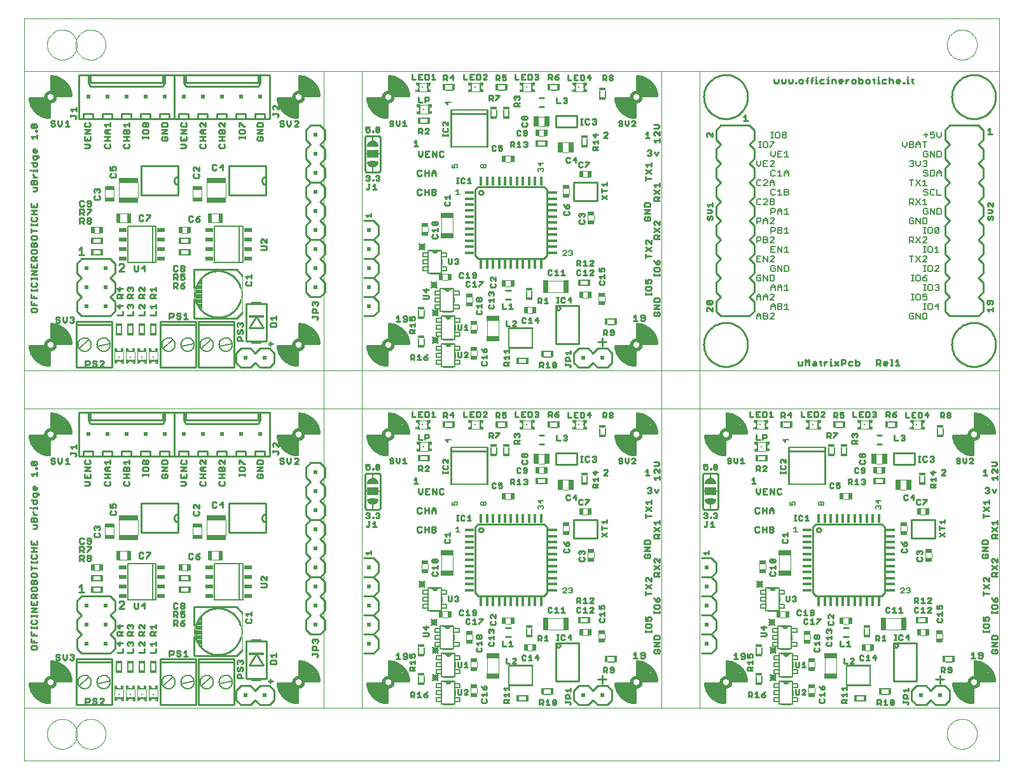
<source format=gbr>
G75*
%MOIN*%
%OFA0B0*%
%FSLAX24Y24*%
%IPPOS*%
%LPD*%
%AMOC8*
5,1,8,0,0,1.08239X$1,22.5*
%
%ADD10C,0.0010*%
%ADD11C,0.0100*%
%ADD12R,0.0079X0.0079*%
%ADD13C,0.0110*%
%ADD14C,0.0050*%
%ADD15R,0.0827X0.0118*%
%ADD16C,0.0000*%
%ADD17C,0.0060*%
%ADD18R,0.0453X0.0157*%
%ADD19R,0.0453X0.0157*%
%ADD20R,0.0453X0.0158*%
%ADD21R,0.0157X0.0453*%
%ADD22R,0.0157X0.0453*%
%ADD23R,0.0158X0.0453*%
%ADD24R,0.0160X0.0340*%
%ADD25C,0.0040*%
%ADD26R,0.0197X0.0374*%
%ADD27R,0.0295X0.0571*%
%ADD28R,0.0374X0.0197*%
%ADD29R,0.0340X0.0160*%
%ADD30C,0.0080*%
%ADD31R,0.0669X0.0295*%
%ADD32R,0.0200X0.0200*%
%ADD33R,0.0197X0.0128*%
%ADD34R,0.0098X0.0059*%
%ADD35R,0.0069X0.0157*%
%ADD36R,0.0118X0.0118*%
%ADD37R,0.0030X0.0128*%
%ADD38C,0.0090*%
%ADD39C,0.0180*%
%ADD40R,0.0600X0.0400*%
%ADD41R,0.0295X0.0669*%
%ADD42C,0.0030*%
%ADD43R,0.0128X0.0197*%
%ADD44R,0.0059X0.0098*%
%ADD45R,0.0157X0.0069*%
%ADD46R,0.0128X0.0030*%
%ADD47R,0.0531X0.0098*%
%ADD48R,0.0512X0.0197*%
%ADD49R,0.0433X0.0193*%
%ADD50R,0.1024X0.0295*%
%ADD51R,0.0197X0.0512*%
D10*
X000233Y000105D02*
X000233Y002865D01*
X035633Y002865D01*
X035633Y018565D01*
X035633Y020565D01*
X035633Y036265D01*
X051333Y036265D01*
X051333Y020565D01*
X035633Y020565D01*
X035633Y036265D01*
X051333Y036265D01*
X051333Y020565D01*
X035633Y020565D01*
X033633Y020565D01*
X033633Y018565D01*
X035633Y018565D01*
X051333Y018565D01*
X051333Y020565D01*
X051333Y018565D02*
X051333Y002865D01*
X051333Y000105D01*
X000233Y000105D01*
X000233Y002865D02*
X000233Y018565D01*
X015933Y018565D01*
X015933Y020565D01*
X000233Y020565D01*
X000233Y018565D01*
X015933Y018565D01*
X017933Y018565D01*
X033633Y018565D01*
X033633Y002865D01*
X017933Y002865D01*
X017933Y018565D01*
X033633Y018565D01*
X033633Y002865D01*
X017933Y002865D01*
X017933Y018565D01*
X017933Y018575D02*
X017933Y020565D01*
X015933Y020565D01*
X015933Y036265D01*
X035633Y036265D01*
X033633Y036265D02*
X033633Y020565D01*
X017933Y020565D01*
X017933Y036265D01*
X033633Y036265D01*
X033633Y020565D01*
X017933Y020565D01*
X017933Y036265D01*
X033633Y036265D01*
X051333Y036265D02*
X051333Y039025D01*
X051333Y018565D02*
X035633Y018565D01*
X035633Y002865D01*
X051333Y002865D01*
X051333Y018565D01*
X051333Y002865D02*
X035633Y002865D01*
X015933Y002865D02*
X015933Y018565D01*
X015933Y002865D01*
X000233Y002865D01*
X000233Y018565D01*
X000233Y020565D02*
X000233Y036265D01*
X000233Y039025D01*
X000233Y036265D02*
X000233Y036265D01*
X015933Y036265D01*
X015933Y020565D01*
X000233Y020565D01*
X000233Y036265D01*
X015933Y036265D01*
X015933Y002865D02*
X000233Y002865D01*
D11*
X002957Y003019D02*
X002957Y005411D01*
X004810Y005411D01*
X004810Y003019D01*
X002957Y003019D01*
X003433Y003065D02*
X003433Y003365D01*
X003583Y003365D01*
X003634Y003315D01*
X003634Y003215D01*
X003583Y003165D01*
X003433Y003165D01*
X003802Y003115D02*
X003852Y003065D01*
X003952Y003065D01*
X004002Y003115D01*
X004002Y003165D01*
X003952Y003215D01*
X003852Y003215D01*
X003802Y003265D01*
X003802Y003315D01*
X003852Y003365D01*
X003952Y003365D01*
X004002Y003315D01*
X004170Y003315D02*
X004220Y003365D01*
X004320Y003365D01*
X004370Y003315D01*
X004370Y003265D01*
X004170Y003065D01*
X004370Y003065D01*
X007357Y003019D02*
X007357Y005411D01*
X009210Y005411D01*
X009210Y003019D01*
X007357Y003019D01*
X009357Y003019D02*
X009357Y005411D01*
X011210Y005411D01*
X011210Y003019D01*
X009357Y003019D01*
X011333Y003265D02*
X011583Y003015D01*
X012083Y003015D01*
X012333Y003265D01*
X012583Y003015D01*
X013083Y003015D01*
X013333Y003265D01*
X013333Y003765D01*
X013083Y004015D01*
X012583Y004015D01*
X012333Y003765D01*
X012083Y004015D01*
X011583Y004015D01*
X011333Y003765D01*
X011333Y003265D01*
X011383Y004415D02*
X011383Y004565D01*
X011433Y004615D01*
X011533Y004615D01*
X011583Y004565D01*
X011583Y004415D01*
X011683Y004415D02*
X011383Y004415D01*
X011433Y004783D02*
X011483Y004783D01*
X011533Y004833D01*
X011533Y004933D01*
X011583Y004983D01*
X011633Y004983D01*
X011683Y004933D01*
X011683Y004833D01*
X011633Y004783D01*
X011433Y004783D02*
X011383Y004833D01*
X011383Y004933D01*
X011433Y004983D01*
X011433Y005152D02*
X011383Y005202D01*
X011383Y005302D01*
X011433Y005352D01*
X011483Y005352D01*
X011533Y005302D01*
X011583Y005352D01*
X011633Y005352D01*
X011683Y005302D01*
X011683Y005202D01*
X011633Y005152D01*
X011533Y005252D02*
X011533Y005302D01*
X011348Y005585D02*
X009104Y005585D01*
X009104Y006589D01*
X009104Y007180D02*
X009104Y008145D01*
X011348Y008145D01*
X011663Y007830D01*
X011833Y007783D02*
X012133Y007783D01*
X012133Y007683D02*
X012133Y007883D01*
X011933Y007683D02*
X011833Y007783D01*
X011883Y007515D02*
X011833Y007465D01*
X011833Y007365D01*
X011883Y007315D01*
X012083Y007315D01*
X012133Y007365D01*
X012133Y007465D01*
X012083Y007515D01*
X011852Y006349D02*
X012915Y006349D01*
X012915Y004381D01*
X011852Y004381D01*
X011852Y006349D01*
X011663Y005900D02*
X011348Y005585D01*
X011166Y005273D02*
X009400Y005273D01*
X009166Y005273D02*
X007400Y005273D01*
X007833Y005565D02*
X007833Y005865D01*
X007983Y005865D01*
X008034Y005815D01*
X008034Y005715D01*
X007983Y005665D01*
X007833Y005665D01*
X008202Y005615D02*
X008252Y005565D01*
X008352Y005565D01*
X008402Y005615D01*
X008402Y005665D01*
X008352Y005715D01*
X008252Y005715D01*
X008202Y005765D01*
X008202Y005815D01*
X008252Y005865D01*
X008352Y005865D01*
X008402Y005815D01*
X008570Y005765D02*
X008670Y005865D01*
X008670Y005565D01*
X008570Y005565D02*
X008770Y005565D01*
X007133Y005747D02*
X007133Y005947D01*
X007133Y006115D02*
X007133Y006315D01*
X007133Y006215D02*
X006833Y006215D01*
X006933Y006115D01*
X006833Y005747D02*
X007133Y005747D01*
X006533Y005747D02*
X006533Y005947D01*
X006533Y006115D02*
X006333Y006315D01*
X006283Y006315D01*
X006233Y006265D01*
X006233Y006165D01*
X006283Y006115D01*
X006533Y006115D02*
X006533Y006315D01*
X006533Y006647D02*
X006233Y006647D01*
X006233Y006797D01*
X006283Y006847D01*
X006383Y006847D01*
X006433Y006797D01*
X006433Y006647D01*
X006433Y006747D02*
X006533Y006847D01*
X006533Y007015D02*
X006333Y007215D01*
X006283Y007215D01*
X006233Y007165D01*
X006233Y007065D01*
X006283Y007015D01*
X006533Y007015D02*
X006533Y007215D01*
X006833Y007115D02*
X007133Y007115D01*
X007133Y007015D02*
X007133Y007215D01*
X006933Y007015D02*
X006833Y007115D01*
X006883Y006847D02*
X006983Y006847D01*
X007033Y006797D01*
X007033Y006647D01*
X007033Y006747D02*
X007133Y006847D01*
X007133Y006647D02*
X006833Y006647D01*
X006833Y006797D01*
X006883Y006847D01*
X005933Y006847D02*
X005833Y006747D01*
X005833Y006797D02*
X005833Y006647D01*
X005933Y006647D02*
X005633Y006647D01*
X005633Y006797D01*
X005683Y006847D01*
X005783Y006847D01*
X005833Y006797D01*
X005883Y007015D02*
X005933Y007065D01*
X005933Y007165D01*
X005883Y007215D01*
X005833Y007215D01*
X005783Y007165D01*
X005783Y007115D01*
X005783Y007165D02*
X005733Y007215D01*
X005683Y007215D01*
X005633Y007165D01*
X005633Y007065D01*
X005683Y007015D01*
X005383Y007165D02*
X005083Y007165D01*
X005233Y007015D01*
X005233Y007215D01*
X004983Y007465D02*
X004983Y006965D01*
X004733Y006715D01*
X004983Y006465D01*
X004983Y005965D01*
X004733Y005715D01*
X003233Y005715D01*
X002983Y005965D01*
X002983Y006465D01*
X003233Y006715D01*
X002983Y006965D01*
X002983Y007465D01*
X003233Y007715D01*
X002983Y007965D01*
X002983Y008465D01*
X003233Y008715D01*
X004733Y008715D01*
X004983Y008465D01*
X004983Y007965D01*
X004733Y007715D01*
X004983Y007465D01*
X005133Y006847D02*
X005233Y006847D01*
X005283Y006797D01*
X005283Y006647D01*
X005283Y006747D02*
X005383Y006847D01*
X005383Y006647D02*
X005083Y006647D01*
X005083Y006797D01*
X005133Y006847D01*
X005233Y006315D02*
X005233Y006115D01*
X005083Y006265D01*
X005383Y006265D01*
X005633Y006265D02*
X005683Y006315D01*
X005733Y006315D01*
X005783Y006265D01*
X005833Y006315D01*
X005883Y006315D01*
X005933Y006265D01*
X005933Y006165D01*
X005883Y006115D01*
X005783Y006215D02*
X005783Y006265D01*
X005633Y006265D02*
X005633Y006165D01*
X005683Y006115D01*
X005933Y005947D02*
X005933Y005747D01*
X005633Y005747D01*
X005383Y005747D02*
X005383Y005947D01*
X005383Y005747D02*
X005083Y005747D01*
X004766Y005273D02*
X003000Y005273D01*
X002815Y005415D02*
X002765Y005365D01*
X002665Y005365D01*
X002615Y005415D01*
X002715Y005515D02*
X002765Y005515D01*
X002815Y005465D01*
X002815Y005415D01*
X002765Y005515D02*
X002815Y005565D01*
X002815Y005615D01*
X002765Y005665D01*
X002665Y005665D01*
X002615Y005615D01*
X002447Y005665D02*
X002447Y005465D01*
X002347Y005365D01*
X002247Y005465D01*
X002247Y005665D01*
X002079Y005615D02*
X002029Y005665D01*
X001928Y005665D01*
X001878Y005615D01*
X001878Y005565D01*
X001928Y005515D01*
X002029Y005515D01*
X002079Y005465D01*
X002079Y005415D01*
X002029Y005365D01*
X001928Y005365D01*
X001878Y005415D01*
X000883Y005965D02*
X000883Y006065D01*
X000833Y006115D01*
X000633Y006115D01*
X000583Y006065D01*
X000583Y005965D01*
X000633Y005915D01*
X000833Y005915D01*
X000883Y005965D01*
X000883Y006283D02*
X000583Y006283D01*
X000583Y006483D01*
X000583Y006652D02*
X000583Y006852D01*
X000583Y007020D02*
X000583Y007120D01*
X000583Y007070D02*
X000883Y007070D01*
X000883Y007020D02*
X000883Y007120D01*
X000833Y007265D02*
X000883Y007316D01*
X000883Y007416D01*
X000833Y007466D01*
X000883Y007634D02*
X000883Y007734D01*
X000883Y007684D02*
X000583Y007684D01*
X000583Y007634D02*
X000583Y007734D01*
X000583Y007879D02*
X000883Y008080D01*
X000583Y008080D01*
X000583Y008248D02*
X000883Y008248D01*
X000883Y008448D01*
X000883Y008616D02*
X000583Y008616D01*
X000583Y008766D01*
X000633Y008816D01*
X000733Y008816D01*
X000783Y008766D01*
X000783Y008616D01*
X000783Y008716D02*
X000883Y008816D01*
X000833Y008984D02*
X000883Y009034D01*
X000883Y009134D01*
X000833Y009184D01*
X000633Y009184D01*
X000583Y009134D01*
X000583Y009034D01*
X000633Y008984D01*
X000833Y008984D01*
X000883Y009353D02*
X000883Y009503D01*
X000833Y009553D01*
X000783Y009553D01*
X000733Y009503D01*
X000733Y009353D01*
X000733Y009503D02*
X000683Y009553D01*
X000633Y009553D01*
X000583Y009503D01*
X000583Y009353D01*
X000883Y009353D01*
X000833Y009721D02*
X000883Y009771D01*
X000883Y009871D01*
X000833Y009921D01*
X000633Y009921D01*
X000583Y009871D01*
X000583Y009771D01*
X000633Y009721D01*
X000833Y009721D01*
X000583Y010089D02*
X000583Y010289D01*
X000583Y010189D02*
X000883Y010189D01*
X000883Y010458D02*
X000883Y010558D01*
X000883Y010508D02*
X000583Y010508D01*
X000583Y010458D02*
X000583Y010558D01*
X000633Y010703D02*
X000833Y010703D01*
X000883Y010753D01*
X000883Y010853D01*
X000833Y010903D01*
X000883Y011071D02*
X000583Y011071D01*
X000733Y011071D02*
X000733Y011272D01*
X000583Y011272D02*
X000883Y011272D01*
X000883Y011440D02*
X000883Y011640D01*
X000733Y011540D02*
X000733Y011440D01*
X000583Y011440D02*
X000883Y011440D01*
X000583Y011440D02*
X000583Y011640D01*
X000683Y012265D02*
X000833Y012265D01*
X000883Y012315D01*
X000883Y012465D01*
X000683Y012465D01*
X000733Y012633D02*
X000733Y012783D01*
X000783Y012833D01*
X000833Y012833D01*
X000883Y012783D01*
X000883Y012633D01*
X000583Y012633D01*
X000583Y012783D01*
X000633Y012833D01*
X000683Y012833D01*
X000733Y012783D01*
X000683Y013002D02*
X000883Y013002D01*
X000783Y013002D02*
X000683Y013102D01*
X000683Y013152D01*
X000683Y013309D02*
X000683Y013359D01*
X000883Y013359D01*
X000883Y013309D02*
X000883Y013409D01*
X000833Y013554D02*
X000733Y013554D01*
X000683Y013604D01*
X000683Y013754D01*
X000583Y013754D02*
X000883Y013754D01*
X000883Y013604D01*
X000833Y013554D01*
X000583Y013359D02*
X000533Y013359D01*
X000733Y013922D02*
X000833Y013922D01*
X000883Y013972D01*
X000883Y014123D01*
X000933Y014123D02*
X000683Y014123D01*
X000683Y013972D01*
X000733Y013922D01*
X000983Y014022D02*
X000983Y014073D01*
X000933Y014123D01*
X000833Y014291D02*
X000733Y014291D01*
X000683Y014341D01*
X000683Y014441D01*
X000733Y014491D01*
X000783Y014491D01*
X000783Y014291D01*
X000833Y014291D02*
X000883Y014341D01*
X000883Y014441D01*
X000883Y015027D02*
X000883Y015228D01*
X000883Y015127D02*
X000583Y015127D01*
X000683Y015027D01*
X000833Y015396D02*
X000833Y015446D01*
X000883Y015446D01*
X000883Y015396D01*
X000833Y015396D01*
X000833Y015580D02*
X000633Y015780D01*
X000833Y015780D01*
X000883Y015730D01*
X000883Y015630D01*
X000833Y015580D01*
X000633Y015580D01*
X000583Y015630D01*
X000583Y015730D01*
X000633Y015780D01*
X001631Y015715D02*
X001681Y015665D01*
X001781Y015665D01*
X001831Y015715D01*
X001831Y015765D01*
X001781Y015815D01*
X001681Y015815D01*
X001631Y015865D01*
X001631Y015915D01*
X001681Y015965D01*
X001781Y015965D01*
X001831Y015915D01*
X001999Y015965D02*
X001999Y015765D01*
X002099Y015665D01*
X002199Y015765D01*
X002199Y015965D01*
X002367Y015865D02*
X002468Y015965D01*
X002468Y015665D01*
X002568Y015665D02*
X002367Y015665D01*
X002894Y016076D02*
X002944Y016126D01*
X002944Y016176D01*
X002894Y016226D01*
X002644Y016226D01*
X002644Y016176D02*
X002644Y016276D01*
X002744Y016444D02*
X002644Y016544D01*
X002944Y016544D01*
X002944Y016444D02*
X002944Y016644D01*
X003333Y016315D02*
X003833Y016315D01*
X003833Y016065D01*
X004333Y016065D01*
X004333Y016315D01*
X004833Y016315D01*
X004833Y016065D01*
X005333Y016065D01*
X005833Y016065D01*
X006333Y016065D01*
X006333Y016315D01*
X006833Y016315D01*
X006833Y016065D01*
X007333Y016065D01*
X007333Y016315D01*
X007833Y016315D01*
X007833Y016065D01*
X008083Y016065D01*
X008333Y016065D01*
X008333Y016315D01*
X008833Y016315D01*
X008833Y016065D01*
X009333Y016065D01*
X009333Y016315D01*
X009833Y016315D01*
X009833Y016065D01*
X010333Y016065D01*
X010833Y016065D01*
X011333Y016065D01*
X011333Y016315D01*
X011833Y016315D01*
X011833Y016065D01*
X012333Y016065D01*
X012333Y016315D01*
X012833Y016315D01*
X012833Y016065D01*
X013083Y016065D01*
X013083Y018365D01*
X012583Y018365D01*
X012583Y017965D01*
X012483Y017765D01*
X008683Y017765D01*
X008583Y017965D01*
X008683Y017965D01*
X008683Y018365D01*
X012483Y018365D01*
X012483Y017965D01*
X012583Y017965D01*
X012483Y017965D02*
X008683Y017965D01*
X008583Y017965D02*
X008583Y018365D01*
X008683Y018365D01*
X008583Y018365D02*
X008083Y018365D01*
X008083Y016065D01*
X007833Y016065D02*
X007333Y016065D01*
X007483Y015847D02*
X007433Y015797D01*
X007433Y015647D01*
X007733Y015647D01*
X007733Y015797D01*
X007683Y015847D01*
X007483Y015847D01*
X007433Y015479D02*
X007733Y015479D01*
X007433Y015278D01*
X007733Y015278D01*
X007683Y015110D02*
X007583Y015110D01*
X007583Y015010D01*
X007483Y014910D02*
X007683Y014910D01*
X007733Y014960D01*
X007733Y015060D01*
X007683Y015110D01*
X007483Y015110D02*
X007433Y015060D01*
X007433Y014960D01*
X007483Y014910D01*
X006733Y015033D02*
X006733Y015133D01*
X006733Y015083D02*
X006433Y015083D01*
X006433Y015033D02*
X006433Y015133D01*
X006483Y015278D02*
X006683Y015278D01*
X006733Y015328D01*
X006733Y015428D01*
X006683Y015479D01*
X006483Y015479D01*
X006433Y015428D01*
X006433Y015328D01*
X006483Y015278D01*
X006483Y015647D02*
X006533Y015647D01*
X006583Y015697D01*
X006583Y015797D01*
X006633Y015847D01*
X006683Y015847D01*
X006733Y015797D01*
X006733Y015697D01*
X006683Y015647D01*
X006633Y015647D01*
X006583Y015697D01*
X006583Y015797D02*
X006533Y015847D01*
X006483Y015847D01*
X006433Y015797D01*
X006433Y015697D01*
X006483Y015647D01*
X006333Y016065D02*
X006833Y016065D01*
X005833Y016065D02*
X005833Y016315D01*
X005333Y016315D01*
X005333Y016065D01*
X005433Y015747D02*
X005733Y015747D01*
X005733Y015647D02*
X005733Y015847D01*
X005533Y015647D02*
X005433Y015747D01*
X005483Y015479D02*
X005533Y015479D01*
X005583Y015428D01*
X005583Y015278D01*
X005433Y015278D02*
X005433Y015428D01*
X005483Y015479D01*
X005583Y015428D02*
X005633Y015479D01*
X005683Y015479D01*
X005733Y015428D01*
X005733Y015278D01*
X005433Y015278D01*
X005433Y015110D02*
X005733Y015110D01*
X005583Y015110D02*
X005583Y014910D01*
X005733Y014910D02*
X005433Y014910D01*
X005483Y014742D02*
X005433Y014692D01*
X005433Y014592D01*
X005483Y014542D01*
X005683Y014542D01*
X005733Y014592D01*
X005733Y014692D01*
X005683Y014742D01*
X004733Y014692D02*
X004683Y014742D01*
X004733Y014692D02*
X004733Y014592D01*
X004683Y014542D01*
X004483Y014542D01*
X004433Y014592D01*
X004433Y014692D01*
X004483Y014742D01*
X004433Y014910D02*
X004733Y014910D01*
X004583Y014910D02*
X004583Y015110D01*
X004433Y015110D02*
X004733Y015110D01*
X004733Y015278D02*
X004533Y015278D01*
X004433Y015378D01*
X004533Y015479D01*
X004733Y015479D01*
X004583Y015479D02*
X004583Y015278D01*
X004533Y015647D02*
X004433Y015747D01*
X004733Y015747D01*
X004733Y015647D02*
X004733Y015847D01*
X004833Y016065D02*
X004333Y016065D01*
X003833Y016065D02*
X003333Y016065D01*
X003333Y016315D01*
X003333Y016065D02*
X003083Y016065D01*
X003083Y018365D01*
X003583Y018365D01*
X003583Y017965D01*
X003683Y017765D01*
X007483Y017765D01*
X007583Y017965D01*
X007583Y018365D01*
X008083Y018365D01*
X007583Y018365D02*
X007483Y018365D01*
X007483Y017965D01*
X007583Y017965D01*
X007483Y017965D02*
X003683Y017965D01*
X003683Y018365D01*
X007483Y018365D01*
X007357Y020719D02*
X007357Y023111D01*
X009210Y023111D01*
X009210Y020719D01*
X007357Y020719D01*
X009357Y020719D02*
X009357Y023111D01*
X011210Y023111D01*
X011210Y020719D01*
X009357Y020719D01*
X011333Y020965D02*
X011583Y020715D01*
X012083Y020715D01*
X012333Y020965D01*
X012583Y020715D01*
X013083Y020715D01*
X013333Y020965D01*
X013333Y021465D01*
X013083Y021715D01*
X012583Y021715D01*
X012333Y021465D01*
X012083Y021715D01*
X011583Y021715D01*
X011333Y021465D01*
X011333Y020965D01*
X011383Y022115D02*
X011383Y022265D01*
X011433Y022315D01*
X011533Y022315D01*
X011583Y022265D01*
X011583Y022115D01*
X011683Y022115D02*
X011383Y022115D01*
X011433Y022483D02*
X011483Y022483D01*
X011533Y022533D01*
X011533Y022633D01*
X011583Y022683D01*
X011633Y022683D01*
X011683Y022633D01*
X011683Y022533D01*
X011633Y022483D01*
X011433Y022483D02*
X011383Y022533D01*
X011383Y022633D01*
X011433Y022683D01*
X011433Y022852D02*
X011383Y022902D01*
X011383Y023002D01*
X011433Y023052D01*
X011483Y023052D01*
X011533Y023002D01*
X011583Y023052D01*
X011633Y023052D01*
X011683Y023002D01*
X011683Y022902D01*
X011633Y022852D01*
X011533Y022952D02*
X011533Y023002D01*
X011348Y023285D02*
X009104Y023285D01*
X009104Y024289D01*
X009104Y024880D02*
X009104Y025845D01*
X011348Y025845D01*
X011663Y025530D01*
X011833Y025483D02*
X012133Y025483D01*
X012133Y025383D02*
X012133Y025583D01*
X011933Y025383D02*
X011833Y025483D01*
X011883Y025215D02*
X011833Y025165D01*
X011833Y025065D01*
X011883Y025015D01*
X012083Y025015D01*
X012133Y025065D01*
X012133Y025165D01*
X012083Y025215D01*
X011852Y024049D02*
X012915Y024049D01*
X012915Y022081D01*
X011852Y022081D01*
X011852Y024049D01*
X011663Y023600D02*
X011348Y023285D01*
X011166Y022973D02*
X009400Y022973D01*
X009166Y022973D02*
X007400Y022973D01*
X007833Y023265D02*
X007833Y023565D01*
X007983Y023565D01*
X008034Y023515D01*
X008034Y023415D01*
X007983Y023365D01*
X007833Y023365D01*
X008202Y023315D02*
X008252Y023265D01*
X008352Y023265D01*
X008402Y023315D01*
X008402Y023365D01*
X008352Y023415D01*
X008252Y023415D01*
X008202Y023465D01*
X008202Y023515D01*
X008252Y023565D01*
X008352Y023565D01*
X008402Y023515D01*
X008570Y023465D02*
X008670Y023565D01*
X008670Y023265D01*
X008570Y023265D02*
X008770Y023265D01*
X007133Y023447D02*
X007133Y023647D01*
X007133Y023815D02*
X007133Y024015D01*
X007133Y023915D02*
X006833Y023915D01*
X006933Y023815D01*
X006833Y023447D02*
X007133Y023447D01*
X006533Y023447D02*
X006533Y023647D01*
X006533Y023815D02*
X006333Y024015D01*
X006283Y024015D01*
X006233Y023965D01*
X006233Y023865D01*
X006283Y023815D01*
X006533Y023815D02*
X006533Y024015D01*
X006533Y024347D02*
X006233Y024347D01*
X006233Y024497D01*
X006283Y024547D01*
X006383Y024547D01*
X006433Y024497D01*
X006433Y024347D01*
X006433Y024447D02*
X006533Y024547D01*
X006533Y024715D02*
X006333Y024915D01*
X006283Y024915D01*
X006233Y024865D01*
X006233Y024765D01*
X006283Y024715D01*
X006533Y024715D02*
X006533Y024915D01*
X006833Y024815D02*
X007133Y024815D01*
X007133Y024715D02*
X007133Y024915D01*
X006933Y024715D02*
X006833Y024815D01*
X006883Y024547D02*
X006983Y024547D01*
X007033Y024497D01*
X007033Y024347D01*
X007033Y024447D02*
X007133Y024547D01*
X007133Y024347D02*
X006833Y024347D01*
X006833Y024497D01*
X006883Y024547D01*
X005933Y024547D02*
X005833Y024447D01*
X005833Y024497D02*
X005833Y024347D01*
X005933Y024347D02*
X005633Y024347D01*
X005633Y024497D01*
X005683Y024547D01*
X005783Y024547D01*
X005833Y024497D01*
X005883Y024715D02*
X005933Y024765D01*
X005933Y024865D01*
X005883Y024915D01*
X005833Y024915D01*
X005783Y024865D01*
X005783Y024815D01*
X005783Y024865D02*
X005733Y024915D01*
X005683Y024915D01*
X005633Y024865D01*
X005633Y024765D01*
X005683Y024715D01*
X005383Y024865D02*
X005083Y024865D01*
X005233Y024715D01*
X005233Y024915D01*
X004983Y025165D02*
X004983Y024665D01*
X004733Y024415D01*
X004983Y024165D01*
X004983Y023665D01*
X004733Y023415D01*
X003233Y023415D01*
X002983Y023665D01*
X002983Y024165D01*
X003233Y024415D01*
X002983Y024665D01*
X002983Y025165D01*
X003233Y025415D01*
X002983Y025665D01*
X002983Y026165D01*
X003233Y026415D01*
X004733Y026415D01*
X004983Y026165D01*
X004983Y025665D01*
X004733Y025415D01*
X004983Y025165D01*
X005133Y024547D02*
X005233Y024547D01*
X005283Y024497D01*
X005283Y024347D01*
X005283Y024447D02*
X005383Y024547D01*
X005383Y024347D02*
X005083Y024347D01*
X005083Y024497D01*
X005133Y024547D01*
X005233Y024015D02*
X005233Y023815D01*
X005083Y023965D01*
X005383Y023965D01*
X005633Y023965D02*
X005683Y024015D01*
X005733Y024015D01*
X005783Y023965D01*
X005833Y024015D01*
X005883Y024015D01*
X005933Y023965D01*
X005933Y023865D01*
X005883Y023815D01*
X005783Y023915D02*
X005783Y023965D01*
X005633Y023965D02*
X005633Y023865D01*
X005683Y023815D01*
X005933Y023647D02*
X005933Y023447D01*
X005633Y023447D01*
X005383Y023447D02*
X005383Y023647D01*
X005383Y023447D02*
X005083Y023447D01*
X004810Y023111D02*
X002957Y023111D01*
X002957Y020719D01*
X004810Y020719D01*
X004810Y023111D01*
X004766Y022973D02*
X003000Y022973D01*
X002815Y023115D02*
X002765Y023065D01*
X002665Y023065D01*
X002615Y023115D01*
X002715Y023215D02*
X002765Y023215D01*
X002815Y023165D01*
X002815Y023115D01*
X002765Y023215D02*
X002815Y023265D01*
X002815Y023315D01*
X002765Y023365D01*
X002665Y023365D01*
X002615Y023315D01*
X002447Y023365D02*
X002447Y023165D01*
X002347Y023065D01*
X002247Y023165D01*
X002247Y023365D01*
X002079Y023315D02*
X002029Y023365D01*
X001928Y023365D01*
X001878Y023315D01*
X001878Y023265D01*
X001928Y023215D01*
X002029Y023215D01*
X002079Y023165D01*
X002079Y023115D01*
X002029Y023065D01*
X001928Y023065D01*
X001878Y023115D01*
X000883Y023665D02*
X000883Y023765D01*
X000833Y023815D01*
X000633Y023815D01*
X000583Y023765D01*
X000583Y023665D01*
X000633Y023615D01*
X000833Y023615D01*
X000883Y023665D01*
X000883Y023983D02*
X000583Y023983D01*
X000583Y024183D01*
X000583Y024352D02*
X000583Y024552D01*
X000583Y024720D02*
X000583Y024820D01*
X000583Y024770D02*
X000883Y024770D01*
X000883Y024720D02*
X000883Y024820D01*
X000833Y024965D02*
X000883Y025016D01*
X000883Y025116D01*
X000833Y025166D01*
X000883Y025334D02*
X000883Y025434D01*
X000883Y025384D02*
X000583Y025384D01*
X000583Y025334D02*
X000583Y025434D01*
X000583Y025579D02*
X000883Y025780D01*
X000583Y025780D01*
X000583Y025948D02*
X000883Y025948D01*
X000883Y026148D01*
X000883Y026316D02*
X000583Y026316D01*
X000583Y026466D01*
X000633Y026516D01*
X000733Y026516D01*
X000783Y026466D01*
X000783Y026316D01*
X000783Y026416D02*
X000883Y026516D01*
X000833Y026684D02*
X000883Y026734D01*
X000883Y026834D01*
X000833Y026884D01*
X000633Y026884D01*
X000583Y026834D01*
X000583Y026734D01*
X000633Y026684D01*
X000833Y026684D01*
X000883Y027053D02*
X000883Y027203D01*
X000833Y027253D01*
X000783Y027253D01*
X000733Y027203D01*
X000733Y027053D01*
X000733Y027203D02*
X000683Y027253D01*
X000633Y027253D01*
X000583Y027203D01*
X000583Y027053D01*
X000883Y027053D01*
X000833Y027421D02*
X000883Y027471D01*
X000883Y027571D01*
X000833Y027621D01*
X000633Y027621D01*
X000583Y027571D01*
X000583Y027471D01*
X000633Y027421D01*
X000833Y027421D01*
X000583Y027789D02*
X000583Y027989D01*
X000583Y027889D02*
X000883Y027889D01*
X000883Y028158D02*
X000883Y028258D01*
X000883Y028208D02*
X000583Y028208D01*
X000583Y028158D02*
X000583Y028258D01*
X000633Y028403D02*
X000833Y028403D01*
X000883Y028453D01*
X000883Y028553D01*
X000833Y028603D01*
X000883Y028771D02*
X000583Y028771D01*
X000733Y028771D02*
X000733Y028972D01*
X000583Y028972D02*
X000883Y028972D01*
X000883Y029140D02*
X000883Y029340D01*
X000733Y029240D02*
X000733Y029140D01*
X000583Y029140D02*
X000883Y029140D01*
X000583Y029140D02*
X000583Y029340D01*
X000683Y029965D02*
X000833Y029965D01*
X000883Y030015D01*
X000883Y030165D01*
X000683Y030165D01*
X000733Y030333D02*
X000733Y030483D01*
X000783Y030533D01*
X000833Y030533D01*
X000883Y030483D01*
X000883Y030333D01*
X000583Y030333D01*
X000583Y030483D01*
X000633Y030533D01*
X000683Y030533D01*
X000733Y030483D01*
X000683Y030702D02*
X000883Y030702D01*
X000783Y030702D02*
X000683Y030802D01*
X000683Y030852D01*
X000683Y031009D02*
X000683Y031059D01*
X000883Y031059D01*
X000883Y031009D02*
X000883Y031109D01*
X000833Y031254D02*
X000733Y031254D01*
X000683Y031304D01*
X000683Y031454D01*
X000583Y031454D02*
X000883Y031454D01*
X000883Y031304D01*
X000833Y031254D01*
X000583Y031059D02*
X000533Y031059D01*
X000733Y031622D02*
X000833Y031622D01*
X000883Y031672D01*
X000883Y031823D01*
X000933Y031823D02*
X000683Y031823D01*
X000683Y031672D01*
X000733Y031622D01*
X000983Y031722D02*
X000983Y031773D01*
X000933Y031823D01*
X000833Y031991D02*
X000733Y031991D01*
X000683Y032041D01*
X000683Y032141D01*
X000733Y032191D01*
X000783Y032191D01*
X000783Y031991D01*
X000833Y031991D02*
X000883Y032041D01*
X000883Y032141D01*
X000883Y032727D02*
X000883Y032928D01*
X000883Y032827D02*
X000583Y032827D01*
X000683Y032727D01*
X000833Y033096D02*
X000833Y033146D01*
X000883Y033146D01*
X000883Y033096D01*
X000833Y033096D01*
X000833Y033280D02*
X000633Y033480D01*
X000833Y033480D01*
X000883Y033430D01*
X000883Y033330D01*
X000833Y033280D01*
X000633Y033280D01*
X000583Y033330D01*
X000583Y033430D01*
X000633Y033480D01*
X001631Y033415D02*
X001681Y033365D01*
X001781Y033365D01*
X001831Y033415D01*
X001831Y033465D01*
X001781Y033515D01*
X001681Y033515D01*
X001631Y033565D01*
X001631Y033615D01*
X001681Y033665D01*
X001781Y033665D01*
X001831Y033615D01*
X001999Y033665D02*
X001999Y033465D01*
X002099Y033365D01*
X002199Y033465D01*
X002199Y033665D01*
X002367Y033565D02*
X002468Y033665D01*
X002468Y033365D01*
X002568Y033365D02*
X002367Y033365D01*
X002894Y033776D02*
X002944Y033826D01*
X002944Y033876D01*
X002894Y033926D01*
X002644Y033926D01*
X002644Y033876D02*
X002644Y033976D01*
X002744Y034144D02*
X002644Y034244D01*
X002944Y034244D01*
X002944Y034144D02*
X002944Y034344D01*
X003333Y034015D02*
X003833Y034015D01*
X003833Y033765D01*
X004333Y033765D01*
X004333Y034015D01*
X004833Y034015D01*
X004833Y033765D01*
X005333Y033765D01*
X005833Y033765D01*
X006333Y033765D01*
X006333Y034015D01*
X006833Y034015D01*
X006833Y033765D01*
X007333Y033765D01*
X007333Y034015D01*
X007833Y034015D01*
X007833Y033765D01*
X008083Y033765D01*
X008333Y033765D01*
X008333Y034015D01*
X008833Y034015D01*
X008833Y033765D01*
X009333Y033765D01*
X009333Y034015D01*
X009833Y034015D01*
X009833Y033765D01*
X010333Y033765D01*
X010833Y033765D01*
X011333Y033765D01*
X011333Y034015D01*
X011833Y034015D01*
X011833Y033765D01*
X012333Y033765D01*
X012333Y034015D01*
X012833Y034015D01*
X012833Y033765D01*
X013083Y033765D01*
X013083Y036065D01*
X012583Y036065D01*
X012583Y035665D01*
X012483Y035465D01*
X008683Y035465D01*
X008583Y035665D01*
X008683Y035665D01*
X008683Y036065D01*
X012483Y036065D01*
X012483Y035665D01*
X012583Y035665D01*
X012483Y035665D02*
X008683Y035665D01*
X008583Y035665D02*
X008583Y036065D01*
X008683Y036065D01*
X008583Y036065D02*
X008083Y036065D01*
X008083Y033765D01*
X007833Y033765D02*
X007333Y033765D01*
X007483Y033547D02*
X007433Y033497D01*
X007433Y033347D01*
X007733Y033347D01*
X007733Y033497D01*
X007683Y033547D01*
X007483Y033547D01*
X007433Y033179D02*
X007733Y033179D01*
X007433Y032978D01*
X007733Y032978D01*
X007683Y032810D02*
X007583Y032810D01*
X007583Y032710D01*
X007483Y032610D02*
X007683Y032610D01*
X007733Y032660D01*
X007733Y032760D01*
X007683Y032810D01*
X007483Y032810D02*
X007433Y032760D01*
X007433Y032660D01*
X007483Y032610D01*
X006733Y032733D02*
X006733Y032833D01*
X006733Y032783D02*
X006433Y032783D01*
X006433Y032733D02*
X006433Y032833D01*
X006483Y032978D02*
X006683Y032978D01*
X006733Y033028D01*
X006733Y033128D01*
X006683Y033179D01*
X006483Y033179D01*
X006433Y033128D01*
X006433Y033028D01*
X006483Y032978D01*
X006483Y033347D02*
X006533Y033347D01*
X006583Y033397D01*
X006583Y033497D01*
X006633Y033547D01*
X006683Y033547D01*
X006733Y033497D01*
X006733Y033397D01*
X006683Y033347D01*
X006633Y033347D01*
X006583Y033397D01*
X006583Y033497D02*
X006533Y033547D01*
X006483Y033547D01*
X006433Y033497D01*
X006433Y033397D01*
X006483Y033347D01*
X006333Y033765D02*
X006833Y033765D01*
X005833Y033765D02*
X005833Y034015D01*
X005333Y034015D01*
X005333Y033765D01*
X005433Y033447D02*
X005733Y033447D01*
X005733Y033347D02*
X005733Y033547D01*
X005533Y033347D02*
X005433Y033447D01*
X005483Y033179D02*
X005533Y033179D01*
X005583Y033128D01*
X005583Y032978D01*
X005433Y032978D02*
X005433Y033128D01*
X005483Y033179D01*
X005583Y033128D02*
X005633Y033179D01*
X005683Y033179D01*
X005733Y033128D01*
X005733Y032978D01*
X005433Y032978D01*
X005433Y032810D02*
X005733Y032810D01*
X005583Y032810D02*
X005583Y032610D01*
X005733Y032610D02*
X005433Y032610D01*
X005483Y032442D02*
X005433Y032392D01*
X005433Y032292D01*
X005483Y032242D01*
X005683Y032242D01*
X005733Y032292D01*
X005733Y032392D01*
X005683Y032442D01*
X004733Y032392D02*
X004683Y032442D01*
X004733Y032392D02*
X004733Y032292D01*
X004683Y032242D01*
X004483Y032242D01*
X004433Y032292D01*
X004433Y032392D01*
X004483Y032442D01*
X004433Y032610D02*
X004733Y032610D01*
X004583Y032610D02*
X004583Y032810D01*
X004433Y032810D02*
X004733Y032810D01*
X004733Y032978D02*
X004533Y032978D01*
X004433Y033078D01*
X004533Y033179D01*
X004733Y033179D01*
X004583Y033179D02*
X004583Y032978D01*
X004533Y033347D02*
X004433Y033447D01*
X004733Y033447D01*
X004733Y033347D02*
X004733Y033547D01*
X004833Y033765D02*
X004333Y033765D01*
X003833Y033765D02*
X003333Y033765D01*
X003333Y034015D01*
X003333Y033765D02*
X003083Y033765D01*
X003083Y036065D01*
X003583Y036065D01*
X003583Y035665D01*
X003683Y035465D01*
X007483Y035465D01*
X007583Y035665D01*
X007583Y036065D01*
X008083Y036065D01*
X007583Y036065D02*
X007483Y036065D01*
X007483Y035665D01*
X007583Y035665D01*
X007483Y035665D02*
X003683Y035665D01*
X003683Y036065D01*
X007483Y036065D01*
X008333Y033765D02*
X008833Y033765D01*
X008683Y033547D02*
X008733Y033497D01*
X008733Y033397D01*
X008683Y033347D01*
X008483Y033347D01*
X008433Y033397D01*
X008433Y033497D01*
X008483Y033547D01*
X008433Y033179D02*
X008733Y033179D01*
X008433Y032978D01*
X008733Y032978D01*
X008733Y032810D02*
X008733Y032610D01*
X008433Y032610D01*
X008433Y032810D01*
X008583Y032710D02*
X008583Y032610D01*
X008633Y032442D02*
X008433Y032442D01*
X008633Y032442D02*
X008733Y032342D01*
X008633Y032242D01*
X008433Y032242D01*
X008268Y031302D02*
X008268Y030712D01*
X008268Y030318D01*
X008268Y029767D01*
X006338Y029767D01*
X006338Y031302D01*
X008268Y031302D01*
X009078Y031191D02*
X009078Y031090D01*
X009128Y031040D01*
X009078Y031191D02*
X009128Y031241D01*
X009178Y031241D01*
X009378Y031040D01*
X009378Y031241D01*
X009328Y030872D02*
X009378Y030822D01*
X009378Y030722D01*
X009328Y030672D01*
X009128Y030672D01*
X009078Y030722D01*
X009078Y030822D01*
X009128Y030872D01*
X008268Y030712D02*
X008241Y030710D01*
X008215Y030705D01*
X008190Y030696D01*
X008166Y030683D01*
X008144Y030668D01*
X008124Y030649D01*
X008107Y030629D01*
X008093Y030606D01*
X008082Y030581D01*
X008075Y030555D01*
X008071Y030528D01*
X008071Y030502D01*
X008075Y030475D01*
X008082Y030449D01*
X008093Y030424D01*
X008107Y030401D01*
X008124Y030381D01*
X008144Y030362D01*
X008166Y030347D01*
X008190Y030334D01*
X008215Y030325D01*
X008241Y030320D01*
X008268Y030318D01*
X010083Y031115D02*
X010133Y031065D01*
X010233Y031065D01*
X010284Y031115D01*
X010452Y031215D02*
X010652Y031215D01*
X010602Y031065D02*
X010602Y031365D01*
X010452Y031215D01*
X010284Y031315D02*
X010233Y031365D01*
X010133Y031365D01*
X010083Y031315D01*
X010083Y031115D01*
X010938Y031302D02*
X010938Y029767D01*
X012868Y029767D01*
X012868Y030318D01*
X012868Y030712D01*
X012868Y031302D01*
X010938Y031302D01*
X010683Y032242D02*
X010733Y032292D01*
X010733Y032392D01*
X010683Y032442D01*
X010733Y032610D02*
X010433Y032610D01*
X010583Y032610D02*
X010583Y032810D01*
X010433Y032810D02*
X010733Y032810D01*
X010733Y032978D02*
X010733Y033128D01*
X010683Y033179D01*
X010633Y033179D01*
X010583Y033128D01*
X010583Y032978D01*
X010433Y032978D02*
X010433Y033128D01*
X010483Y033179D01*
X010533Y033179D01*
X010583Y033128D01*
X010733Y032978D02*
X010433Y032978D01*
X010483Y033347D02*
X010433Y033397D01*
X010433Y033497D01*
X010483Y033547D01*
X010533Y033547D01*
X010733Y033347D01*
X010733Y033547D01*
X010833Y033765D02*
X010833Y034015D01*
X010333Y034015D01*
X010333Y033765D01*
X009833Y033765D02*
X009333Y033765D01*
X009483Y033547D02*
X009433Y033497D01*
X009433Y033397D01*
X009483Y033347D01*
X009533Y033179D02*
X009733Y033179D01*
X009583Y033179D02*
X009583Y032978D01*
X009533Y032978D02*
X009433Y033078D01*
X009533Y033179D01*
X009533Y032978D02*
X009733Y032978D01*
X009733Y032810D02*
X009433Y032810D01*
X009583Y032810D02*
X009583Y032610D01*
X009733Y032610D02*
X009433Y032610D01*
X009483Y032442D02*
X009433Y032392D01*
X009433Y032292D01*
X009483Y032242D01*
X009683Y032242D01*
X009733Y032292D01*
X009733Y032392D01*
X009683Y032442D01*
X010433Y032392D02*
X010433Y032292D01*
X010483Y032242D01*
X010683Y032242D01*
X010483Y032442D02*
X010433Y032392D01*
X011483Y032733D02*
X011483Y032833D01*
X011483Y032783D02*
X011783Y032783D01*
X011783Y032733D02*
X011783Y032833D01*
X011733Y032978D02*
X011783Y033028D01*
X011783Y033128D01*
X011733Y033179D01*
X011533Y033179D01*
X011483Y033128D01*
X011483Y033028D01*
X011533Y032978D01*
X011733Y032978D01*
X011733Y033347D02*
X011783Y033347D01*
X011733Y033347D02*
X011533Y033547D01*
X011483Y033547D01*
X011483Y033347D01*
X011333Y033765D02*
X011833Y033765D01*
X012333Y033765D02*
X012833Y033765D01*
X012683Y033547D02*
X012483Y033547D01*
X012433Y033497D01*
X012433Y033347D01*
X012733Y033347D01*
X012733Y033497D01*
X012683Y033547D01*
X012733Y033179D02*
X012433Y033179D01*
X012433Y032978D02*
X012733Y033179D01*
X012733Y032978D02*
X012433Y032978D01*
X012483Y032810D02*
X012433Y032760D01*
X012433Y032660D01*
X012483Y032610D01*
X012683Y032610D01*
X012733Y032660D01*
X012733Y032760D01*
X012683Y032810D01*
X012583Y032810D01*
X012583Y032710D01*
X013631Y033415D02*
X013681Y033365D01*
X013781Y033365D01*
X013831Y033415D01*
X013831Y033465D01*
X013781Y033515D01*
X013681Y033515D01*
X013631Y033565D01*
X013631Y033615D01*
X013681Y033665D01*
X013781Y033665D01*
X013831Y033615D01*
X013999Y033665D02*
X013999Y033465D01*
X014099Y033365D01*
X014199Y033465D01*
X014199Y033665D01*
X014367Y033615D02*
X014418Y033665D01*
X014518Y033665D01*
X014568Y033615D01*
X014568Y033565D01*
X014367Y033365D01*
X014568Y033365D01*
X014983Y033165D02*
X015233Y033415D01*
X015733Y033415D01*
X015983Y033165D01*
X015983Y032665D01*
X015733Y032415D01*
X015983Y032165D01*
X015983Y031665D01*
X015733Y031415D01*
X015983Y031165D01*
X015983Y030665D01*
X015733Y030415D01*
X015233Y030415D01*
X014983Y030665D01*
X014983Y031165D01*
X015233Y031415D01*
X014983Y031665D01*
X014983Y032165D01*
X015233Y032415D01*
X014983Y032665D01*
X014983Y033165D01*
X013544Y033926D02*
X013544Y033976D01*
X013494Y034026D01*
X013244Y034026D01*
X013244Y033976D02*
X013244Y034076D01*
X013294Y034244D02*
X013244Y034294D01*
X013244Y034394D01*
X013294Y034444D01*
X013344Y034444D01*
X013544Y034244D01*
X013544Y034444D01*
X013544Y033926D02*
X013494Y033876D01*
X012583Y036065D02*
X012483Y036065D01*
X009733Y033547D02*
X009733Y033347D01*
X009533Y033547D01*
X009483Y033547D01*
X012868Y030712D02*
X012841Y030710D01*
X012815Y030705D01*
X012790Y030696D01*
X012766Y030683D01*
X012744Y030668D01*
X012724Y030649D01*
X012707Y030629D01*
X012693Y030606D01*
X012682Y030581D01*
X012675Y030555D01*
X012671Y030528D01*
X012671Y030502D01*
X012675Y030475D01*
X012682Y030449D01*
X012693Y030424D01*
X012707Y030401D01*
X012724Y030381D01*
X012744Y030362D01*
X012766Y030347D01*
X012790Y030334D01*
X012815Y030325D01*
X012841Y030320D01*
X012868Y030318D01*
X014983Y030165D02*
X014983Y029665D01*
X015233Y029415D01*
X014983Y029165D01*
X014983Y028665D01*
X015233Y028415D01*
X014983Y028165D01*
X014983Y027665D01*
X015233Y027415D01*
X015733Y027415D01*
X015983Y027165D01*
X015983Y026665D01*
X015733Y026415D01*
X015983Y026165D01*
X015983Y025665D01*
X015733Y025415D01*
X015983Y025165D01*
X015983Y024665D01*
X015733Y024415D01*
X015233Y024415D01*
X014983Y024665D01*
X014983Y025165D01*
X015233Y025415D01*
X014983Y025665D01*
X014983Y026165D01*
X015233Y026415D01*
X014983Y026665D01*
X014983Y027165D01*
X015233Y027415D01*
X015733Y027415D02*
X015983Y027665D01*
X015983Y028165D01*
X015733Y028415D01*
X015983Y028665D01*
X015983Y029165D01*
X015733Y029415D01*
X015983Y029665D01*
X015983Y030165D01*
X015733Y030415D01*
X015233Y030415D02*
X014983Y030165D01*
X018152Y030090D02*
X018197Y030045D01*
X018242Y030045D01*
X018287Y030090D01*
X018287Y030315D01*
X018242Y030315D02*
X018332Y030315D01*
X018493Y030225D02*
X018583Y030315D01*
X018583Y030045D01*
X018493Y030045D02*
X018673Y030045D01*
X018689Y030515D02*
X018644Y030560D01*
X018689Y030515D02*
X018779Y030515D01*
X018825Y030560D01*
X018825Y030605D01*
X018779Y030650D01*
X018734Y030650D01*
X018779Y030650D02*
X018825Y030695D01*
X018825Y030740D01*
X018779Y030785D01*
X018689Y030785D01*
X018644Y030740D01*
X018519Y030560D02*
X018519Y030515D01*
X018474Y030515D01*
X018474Y030560D01*
X018519Y030560D01*
X018313Y030560D02*
X018268Y030515D01*
X018178Y030515D01*
X018133Y030560D01*
X018223Y030650D02*
X018268Y030650D01*
X018313Y030605D01*
X018313Y030560D01*
X018268Y030650D02*
X018313Y030695D01*
X018313Y030740D01*
X018268Y030785D01*
X018178Y030785D01*
X018133Y030740D01*
X018183Y030965D02*
X018783Y030965D01*
X018800Y030967D01*
X018817Y030971D01*
X018833Y030978D01*
X018847Y030988D01*
X018860Y031001D01*
X018870Y031015D01*
X018877Y031031D01*
X018881Y031048D01*
X018883Y031065D01*
X018883Y032765D01*
X018881Y032782D01*
X018877Y032799D01*
X018870Y032815D01*
X018860Y032829D01*
X018847Y032842D01*
X018833Y032852D01*
X018817Y032859D01*
X018800Y032863D01*
X018783Y032865D01*
X018183Y032865D01*
X018166Y032863D01*
X018149Y032859D01*
X018133Y032852D01*
X018119Y032842D01*
X018106Y032829D01*
X018096Y032815D01*
X018089Y032799D01*
X018085Y032782D01*
X018083Y032765D01*
X018083Y031065D01*
X018085Y031048D01*
X018089Y031031D01*
X018096Y031015D01*
X018106Y031001D01*
X018119Y030988D01*
X018133Y030978D01*
X018149Y030971D01*
X018166Y030967D01*
X018183Y030965D01*
X018178Y033065D02*
X018133Y033110D01*
X018178Y033065D02*
X018268Y033065D01*
X018313Y033110D01*
X018313Y033200D01*
X018268Y033245D01*
X018223Y033245D01*
X018133Y033200D01*
X018133Y033335D01*
X018313Y033335D01*
X018474Y033110D02*
X018474Y033065D01*
X018519Y033065D01*
X018519Y033110D01*
X018474Y033110D01*
X018644Y033110D02*
X018825Y033290D01*
X018825Y033110D01*
X018779Y033065D01*
X018689Y033065D01*
X018644Y033110D01*
X018644Y033290D01*
X018689Y033335D01*
X018779Y033335D01*
X018825Y033290D01*
X019372Y033425D02*
X019417Y033380D01*
X019507Y033380D01*
X019552Y033425D01*
X019552Y033470D01*
X019507Y033515D01*
X019417Y033515D01*
X019372Y033560D01*
X019372Y033605D01*
X019417Y033650D01*
X019507Y033650D01*
X019552Y033605D01*
X019713Y033650D02*
X019713Y033470D01*
X019803Y033380D01*
X019893Y033470D01*
X019893Y033650D01*
X020054Y033560D02*
X020144Y033650D01*
X020144Y033380D01*
X020054Y033380D02*
X020234Y033380D01*
X020893Y033250D02*
X020893Y032980D01*
X020893Y033070D02*
X021028Y033070D01*
X021073Y033115D01*
X021073Y033205D01*
X021028Y033250D01*
X020893Y033250D01*
X020983Y033070D02*
X021073Y032980D01*
X021233Y032980D02*
X021413Y033160D01*
X021413Y033205D01*
X021368Y033250D01*
X021278Y033250D01*
X021233Y033205D01*
X021233Y032980D02*
X021413Y032980D01*
X022148Y032951D02*
X022148Y032861D01*
X022148Y032906D02*
X022418Y032906D01*
X022418Y032861D02*
X022418Y032951D01*
X022373Y033088D02*
X022193Y033088D01*
X022148Y033133D01*
X022148Y033223D01*
X022193Y033268D01*
X022193Y033429D02*
X022148Y033474D01*
X022148Y033564D01*
X022193Y033609D01*
X022238Y033609D01*
X022418Y033429D01*
X022418Y033609D01*
X022373Y033268D02*
X022418Y033223D01*
X022418Y033133D01*
X022373Y033088D01*
X022588Y032308D02*
X022588Y034025D01*
X024478Y034025D01*
X024478Y032308D01*
X024743Y032305D02*
X024743Y032125D01*
X024788Y032080D01*
X024878Y032080D01*
X024923Y032125D01*
X025083Y032125D02*
X025128Y032080D01*
X025218Y032080D01*
X025263Y032125D01*
X025263Y032215D01*
X025218Y032260D01*
X025173Y032260D01*
X025083Y032215D01*
X025083Y032350D01*
X025263Y032350D01*
X024923Y032305D02*
X024878Y032350D01*
X024788Y032350D01*
X024743Y032305D01*
X025711Y032295D02*
X025711Y032565D01*
X025846Y032565D01*
X025891Y032520D01*
X025891Y032430D01*
X025846Y032385D01*
X025711Y032385D01*
X025801Y032385D02*
X025891Y032295D01*
X026052Y032295D02*
X026232Y032295D01*
X026142Y032295D02*
X026142Y032565D01*
X026052Y032475D01*
X026393Y032520D02*
X026438Y032565D01*
X026528Y032565D01*
X026573Y032520D01*
X026573Y032475D01*
X026528Y032430D01*
X026573Y032385D01*
X026573Y032340D01*
X026528Y032295D01*
X026438Y032295D01*
X026393Y032340D01*
X026483Y032430D02*
X026528Y032430D01*
X026518Y032880D02*
X026563Y032925D01*
X026563Y033105D01*
X026518Y033150D01*
X026428Y033150D01*
X026383Y033105D01*
X026383Y033060D01*
X026428Y033015D01*
X026563Y033015D01*
X026518Y032880D02*
X026428Y032880D01*
X026383Y032925D01*
X026223Y032925D02*
X026178Y032880D01*
X026088Y032880D01*
X026043Y032925D01*
X026043Y033105D01*
X026088Y033150D01*
X026178Y033150D01*
X026223Y033105D01*
X026343Y033374D02*
X026523Y033374D01*
X026568Y033419D01*
X026568Y033509D01*
X026523Y033554D01*
X026523Y033715D02*
X026478Y033715D01*
X026433Y033760D01*
X026433Y033850D01*
X026478Y033895D01*
X026523Y033895D01*
X026568Y033850D01*
X026568Y033760D01*
X026523Y033715D01*
X026433Y033760D02*
X026388Y033715D01*
X026343Y033715D01*
X026298Y033760D01*
X026298Y033850D01*
X026343Y033895D01*
X026388Y033895D01*
X026433Y033850D01*
X026343Y033554D02*
X026298Y033509D01*
X026298Y033419D01*
X026343Y033374D01*
X026168Y034424D02*
X025898Y034424D01*
X025898Y034559D01*
X025943Y034604D01*
X026033Y034604D01*
X026078Y034559D01*
X026078Y034424D01*
X026078Y034514D02*
X026168Y034604D01*
X026123Y034765D02*
X026168Y034810D01*
X026168Y034900D01*
X026123Y034945D01*
X026078Y034945D01*
X026033Y034900D01*
X026033Y034855D01*
X026033Y034900D02*
X025988Y034945D01*
X025943Y034945D01*
X025898Y034900D01*
X025898Y034810D01*
X025943Y034765D01*
X025113Y034955D02*
X024933Y034775D01*
X024933Y034730D01*
X024773Y034730D02*
X024683Y034820D01*
X024728Y034820D02*
X024593Y034820D01*
X024593Y034730D02*
X024593Y035000D01*
X024728Y035000D01*
X024773Y034955D01*
X024773Y034865D01*
X024728Y034820D01*
X024933Y035000D02*
X025113Y035000D01*
X025113Y034955D01*
X025123Y035780D02*
X025033Y035870D01*
X025078Y035870D02*
X024943Y035870D01*
X024943Y035780D02*
X024943Y036050D01*
X025078Y036050D01*
X025123Y036005D01*
X025123Y035915D01*
X025078Y035870D01*
X025283Y035825D02*
X025328Y035780D01*
X025418Y035780D01*
X025463Y035825D01*
X025463Y035915D01*
X025418Y035960D01*
X025373Y035960D01*
X025283Y035915D01*
X025283Y036050D01*
X025463Y036050D01*
X025952Y036100D02*
X025952Y035830D01*
X026132Y035830D01*
X026293Y035830D02*
X026473Y035830D01*
X026633Y035830D02*
X026633Y036100D01*
X026768Y036100D01*
X026813Y036055D01*
X026813Y035875D01*
X026768Y035830D01*
X026633Y035830D01*
X026383Y035965D02*
X026293Y035965D01*
X026293Y036100D02*
X026293Y035830D01*
X026293Y036100D02*
X026473Y036100D01*
X026974Y036055D02*
X027019Y036100D01*
X027109Y036100D01*
X027154Y036055D01*
X027154Y036010D01*
X027109Y035965D01*
X027154Y035920D01*
X027154Y035875D01*
X027109Y035830D01*
X027019Y035830D01*
X026974Y035875D01*
X027064Y035965D02*
X027109Y035965D01*
X027693Y035920D02*
X027828Y035920D01*
X027873Y035965D01*
X027873Y036055D01*
X027828Y036100D01*
X027693Y036100D01*
X027693Y035830D01*
X027783Y035920D02*
X027873Y035830D01*
X028033Y035875D02*
X028078Y035830D01*
X028168Y035830D01*
X028213Y035875D01*
X028213Y035920D01*
X028168Y035965D01*
X028033Y035965D01*
X028033Y035875D01*
X028033Y035965D02*
X028123Y036055D01*
X028213Y036100D01*
X028702Y036050D02*
X028702Y035780D01*
X028882Y035780D01*
X029043Y035780D02*
X029223Y035780D01*
X029383Y035780D02*
X029383Y036050D01*
X029518Y036050D01*
X029563Y036005D01*
X029563Y035825D01*
X029518Y035780D01*
X029383Y035780D01*
X029133Y035915D02*
X029043Y035915D01*
X029043Y036050D02*
X029043Y035780D01*
X029043Y036050D02*
X029223Y036050D01*
X029724Y035915D02*
X029904Y035915D01*
X029859Y035780D02*
X029859Y036050D01*
X029724Y035915D01*
X030543Y035870D02*
X030678Y035870D01*
X030723Y035915D01*
X030723Y036005D01*
X030678Y036050D01*
X030543Y036050D01*
X030543Y035780D01*
X030633Y035870D02*
X030723Y035780D01*
X030883Y035825D02*
X030883Y035870D01*
X030928Y035915D01*
X031018Y035915D01*
X031063Y035870D01*
X031063Y035825D01*
X031018Y035780D01*
X030928Y035780D01*
X030883Y035825D01*
X030928Y035915D02*
X030883Y035960D01*
X030883Y036005D01*
X030928Y036050D01*
X031018Y036050D01*
X031063Y036005D01*
X031063Y035960D01*
X031018Y035915D01*
X028654Y034815D02*
X028654Y034770D01*
X028609Y034725D01*
X028654Y034680D01*
X028654Y034635D01*
X028609Y034590D01*
X028519Y034590D01*
X028474Y034635D01*
X028564Y034725D02*
X028609Y034725D01*
X028654Y034815D02*
X028609Y034860D01*
X028519Y034860D01*
X028474Y034815D01*
X028313Y034590D02*
X028133Y034590D01*
X028133Y034860D01*
X027451Y034851D02*
X027215Y034851D01*
X027215Y034379D02*
X027451Y034379D01*
X028078Y033915D02*
X029188Y033915D01*
X029188Y033315D01*
X028078Y033315D01*
X028078Y033915D01*
X029383Y033765D02*
X029483Y033765D01*
X029433Y033765D02*
X029433Y033465D01*
X029383Y033465D02*
X029483Y033465D01*
X029629Y033515D02*
X029679Y033465D01*
X029779Y033465D01*
X029829Y033515D01*
X029997Y033515D02*
X030047Y033465D01*
X030147Y033465D01*
X030197Y033515D01*
X030197Y033565D01*
X030147Y033615D01*
X030097Y033615D01*
X030147Y033615D02*
X030197Y033665D01*
X030197Y033715D01*
X030147Y033765D01*
X030047Y033765D01*
X029997Y033715D01*
X029829Y033715D02*
X029779Y033765D01*
X029679Y033765D01*
X029629Y033715D01*
X029629Y033515D01*
X030013Y032931D02*
X030148Y032796D01*
X030148Y032977D01*
X030283Y032931D02*
X030013Y032931D01*
X030013Y032546D02*
X030283Y032546D01*
X030283Y032456D02*
X030283Y032636D01*
X030103Y032456D02*
X030013Y032546D01*
X030058Y032295D02*
X030148Y032295D01*
X030193Y032250D01*
X030193Y032115D01*
X030193Y032205D02*
X030283Y032295D01*
X030283Y032115D02*
X030013Y032115D01*
X030013Y032250D01*
X030058Y032295D01*
X030599Y032765D02*
X030799Y032965D01*
X030799Y033015D01*
X030749Y033065D01*
X030649Y033065D01*
X030599Y033015D01*
X030599Y032765D02*
X030799Y032765D01*
X031417Y033380D02*
X031372Y033425D01*
X031417Y033380D02*
X031507Y033380D01*
X031552Y033425D01*
X031552Y033470D01*
X031507Y033515D01*
X031417Y033515D01*
X031372Y033560D01*
X031372Y033605D01*
X031417Y033650D01*
X031507Y033650D01*
X031552Y033605D01*
X031713Y033650D02*
X031713Y033470D01*
X031803Y033380D01*
X031893Y033470D01*
X031893Y033650D01*
X032054Y033605D02*
X032099Y033650D01*
X032189Y033650D01*
X032234Y033605D01*
X032234Y033560D01*
X032054Y033380D01*
X032234Y033380D01*
X032799Y032965D02*
X032899Y033065D01*
X032899Y032765D01*
X032799Y032765D02*
X032999Y032765D01*
X033233Y032615D02*
X033533Y032615D01*
X033533Y032515D02*
X033533Y032715D01*
X033533Y032883D02*
X033333Y033083D01*
X033283Y033083D01*
X033233Y033033D01*
X033233Y032933D01*
X033283Y032883D01*
X033533Y032883D02*
X033533Y033083D01*
X033433Y033252D02*
X033533Y033352D01*
X033433Y033452D01*
X033233Y033452D01*
X033233Y033252D02*
X033433Y033252D01*
X033233Y032615D02*
X033333Y032515D01*
X033033Y032115D02*
X033084Y032065D01*
X033084Y032015D01*
X033033Y031965D01*
X033084Y031915D01*
X033084Y031865D01*
X033033Y031815D01*
X032933Y031815D01*
X032883Y031865D01*
X032983Y031965D02*
X033033Y031965D01*
X033033Y032115D02*
X032933Y032115D01*
X032883Y032065D01*
X033252Y032015D02*
X033352Y031815D01*
X033452Y032015D01*
X033083Y031452D02*
X033083Y031252D01*
X033083Y031352D02*
X032783Y031352D01*
X032883Y031252D01*
X032783Y031083D02*
X033083Y030883D01*
X033083Y031083D02*
X032783Y030883D01*
X032783Y030715D02*
X032783Y030515D01*
X032783Y030615D02*
X033083Y030615D01*
X033233Y030302D02*
X033533Y030302D01*
X033533Y030202D02*
X033533Y030402D01*
X033333Y030202D02*
X033233Y030302D01*
X033233Y030033D02*
X033533Y029833D01*
X033533Y029665D02*
X033433Y029565D01*
X033433Y029615D02*
X033433Y029465D01*
X033533Y029465D02*
X033233Y029465D01*
X033233Y029615D01*
X033283Y029665D01*
X033383Y029665D01*
X033433Y029615D01*
X033233Y029833D02*
X033533Y030033D01*
X032983Y029352D02*
X032783Y029352D01*
X032733Y029302D01*
X032733Y029152D01*
X033033Y029152D01*
X033033Y029302D01*
X032983Y029352D01*
X033033Y028983D02*
X032733Y028983D01*
X032733Y028783D02*
X033033Y028983D01*
X033033Y028783D02*
X032733Y028783D01*
X032783Y028615D02*
X032733Y028565D01*
X032733Y028465D01*
X032783Y028415D01*
X032983Y028415D01*
X033033Y028465D01*
X033033Y028565D01*
X032983Y028615D01*
X032883Y028615D01*
X032883Y028515D01*
X033233Y028352D02*
X033233Y028252D01*
X033283Y028202D01*
X033233Y028352D02*
X033283Y028402D01*
X033333Y028402D01*
X033533Y028202D01*
X033533Y028402D01*
X033533Y028033D02*
X033233Y027833D01*
X033283Y027665D02*
X033383Y027665D01*
X033433Y027615D01*
X033433Y027465D01*
X033433Y027565D02*
X033533Y027665D01*
X033533Y027833D02*
X033233Y028033D01*
X033283Y027665D02*
X033233Y027615D01*
X033233Y027465D01*
X033533Y027465D01*
X033083Y027402D02*
X033083Y027202D01*
X032883Y027402D01*
X032833Y027402D01*
X032783Y027352D01*
X032783Y027252D01*
X032833Y027202D01*
X032783Y027033D02*
X033083Y026833D01*
X033083Y027033D02*
X032783Y026833D01*
X032783Y026665D02*
X032783Y026465D01*
X032783Y026565D02*
X033083Y026565D01*
X033233Y026329D02*
X033283Y026229D01*
X033383Y026129D01*
X033383Y026279D01*
X033433Y026329D01*
X033483Y026329D01*
X033533Y026279D01*
X033533Y026179D01*
X033483Y026129D01*
X033383Y026129D01*
X033283Y025961D02*
X033233Y025911D01*
X033233Y025811D01*
X033283Y025761D01*
X033483Y025761D01*
X033533Y025811D01*
X033533Y025911D01*
X033483Y025961D01*
X033283Y025961D01*
X033233Y025615D02*
X033233Y025515D01*
X033233Y025565D02*
X033533Y025565D01*
X033533Y025515D02*
X033533Y025615D01*
X033083Y025279D02*
X033033Y025329D01*
X032933Y025329D01*
X032883Y025279D01*
X032883Y025229D01*
X032933Y025129D01*
X032783Y025129D01*
X032783Y025329D01*
X033083Y025279D02*
X033083Y025179D01*
X033033Y025129D01*
X033033Y024961D02*
X032833Y024961D01*
X032783Y024911D01*
X032783Y024811D01*
X032833Y024761D01*
X033033Y024761D01*
X033083Y024811D01*
X033083Y024911D01*
X033033Y024961D01*
X033083Y024615D02*
X033083Y024515D01*
X033083Y024565D02*
X032783Y024565D01*
X032783Y024515D02*
X032783Y024615D01*
X033233Y024302D02*
X033233Y024152D01*
X033533Y024152D01*
X033533Y024302D01*
X033483Y024352D01*
X033283Y024352D01*
X033233Y024302D01*
X033233Y023983D02*
X033533Y023983D01*
X033233Y023783D01*
X033533Y023783D01*
X033483Y023615D02*
X033383Y023615D01*
X033383Y023515D01*
X033283Y023415D02*
X033483Y023415D01*
X033533Y023465D01*
X033533Y023565D01*
X033483Y023615D01*
X033283Y023615D02*
X033233Y023565D01*
X033233Y023465D01*
X033283Y023415D01*
X032734Y023415D02*
X032734Y023215D01*
X032683Y023165D01*
X032583Y023165D01*
X032533Y023215D01*
X032583Y023315D02*
X032734Y023315D01*
X032734Y023415D02*
X032683Y023465D01*
X032583Y023465D01*
X032533Y023415D01*
X032533Y023365D01*
X032583Y023315D01*
X032365Y023165D02*
X032165Y023165D01*
X032265Y023165D02*
X032265Y023465D01*
X032165Y023365D01*
X031104Y022640D02*
X031059Y022685D01*
X030969Y022685D01*
X030924Y022640D01*
X030924Y022595D01*
X030969Y022550D01*
X031104Y022550D01*
X031104Y022460D02*
X031104Y022640D01*
X031104Y022460D02*
X031059Y022415D01*
X030969Y022415D01*
X030924Y022460D01*
X030763Y022415D02*
X030673Y022505D01*
X030718Y022505D02*
X030583Y022505D01*
X030583Y022415D02*
X030583Y022685D01*
X030718Y022685D01*
X030763Y022640D01*
X030763Y022550D01*
X030718Y022505D01*
X030783Y021715D02*
X030283Y021715D01*
X030033Y021465D01*
X029783Y021715D01*
X029283Y021715D01*
X029033Y021465D01*
X029033Y020965D01*
X029283Y020715D01*
X029783Y020715D01*
X030033Y020965D01*
X030283Y020715D01*
X030783Y020715D01*
X031033Y020965D01*
X031033Y021465D01*
X030783Y021715D01*
X029274Y021965D02*
X028093Y021965D01*
X028093Y023965D01*
X029274Y023965D01*
X029274Y021965D01*
X028863Y021597D02*
X028863Y021416D01*
X028863Y021506D02*
X028593Y021506D01*
X028683Y021416D01*
X028638Y021256D02*
X028728Y021256D01*
X028773Y021211D01*
X028773Y021076D01*
X028863Y021076D02*
X028593Y021076D01*
X028593Y021211D01*
X028638Y021256D01*
X028593Y020915D02*
X028593Y020825D01*
X028593Y020870D02*
X028818Y020870D01*
X028863Y020825D01*
X028863Y020780D01*
X028818Y020735D01*
X028095Y020760D02*
X028050Y020715D01*
X027960Y020715D01*
X027915Y020760D01*
X028095Y020940D01*
X028095Y020760D01*
X028095Y020940D02*
X028050Y020985D01*
X027960Y020985D01*
X027915Y020940D01*
X027915Y020760D01*
X027754Y020715D02*
X027574Y020715D01*
X027664Y020715D02*
X027664Y020985D01*
X027574Y020895D01*
X027413Y020940D02*
X027413Y020850D01*
X027368Y020805D01*
X027233Y020805D01*
X027233Y020715D02*
X027233Y020985D01*
X027368Y020985D01*
X027413Y020940D01*
X027323Y020805D02*
X027413Y020715D01*
X026863Y021753D02*
X025603Y021753D01*
X025633Y021677D02*
X025633Y021496D01*
X025633Y021586D02*
X025363Y021586D01*
X025453Y021496D01*
X025633Y021336D02*
X025633Y021156D01*
X025633Y021246D02*
X025363Y021246D01*
X025453Y021156D01*
X025408Y020995D02*
X025498Y020995D01*
X025543Y020950D01*
X025543Y020815D01*
X025543Y020905D02*
X025633Y020995D01*
X025633Y020815D02*
X025363Y020815D01*
X025363Y020950D01*
X025408Y020995D01*
X024453Y020978D02*
X024408Y021023D01*
X024453Y020978D02*
X024453Y020888D01*
X024408Y020843D01*
X024228Y020843D01*
X024183Y020888D01*
X024183Y020978D01*
X024228Y021023D01*
X024273Y021184D02*
X024183Y021274D01*
X024453Y021274D01*
X024453Y021184D02*
X024453Y021364D01*
X024408Y021524D02*
X024453Y021569D01*
X024453Y021659D01*
X024408Y021704D01*
X024363Y021704D01*
X024318Y021659D01*
X024318Y021524D01*
X024408Y021524D01*
X024318Y021524D02*
X024228Y021614D01*
X024183Y021704D01*
X023464Y021470D02*
X023419Y021515D01*
X023329Y021515D01*
X023284Y021470D01*
X023123Y021515D02*
X023123Y021290D01*
X023078Y021245D01*
X022988Y021245D01*
X022943Y021290D01*
X022943Y021515D01*
X022783Y021495D02*
X022783Y021235D01*
X022673Y020755D02*
X022193Y020755D01*
X021345Y021160D02*
X021345Y021205D01*
X021300Y021250D01*
X021165Y021250D01*
X021165Y021160D01*
X021210Y021115D01*
X021300Y021115D01*
X021345Y021160D01*
X021255Y021340D02*
X021165Y021250D01*
X021255Y021340D02*
X021345Y021385D01*
X020914Y021385D02*
X020914Y021115D01*
X020824Y021115D02*
X021004Y021115D01*
X020824Y021295D02*
X020914Y021385D01*
X020663Y021340D02*
X020663Y021250D01*
X020618Y021205D01*
X020483Y021205D01*
X020483Y021115D02*
X020483Y021385D01*
X020618Y021385D01*
X020663Y021340D01*
X020573Y021205D02*
X020663Y021115D01*
X021613Y022022D02*
X021880Y022289D01*
X021747Y022289D02*
X021747Y022022D01*
X021880Y022022D02*
X021613Y022289D01*
X021613Y022155D02*
X021880Y022155D01*
X022193Y022205D02*
X022673Y022205D01*
X022673Y021975D02*
X022553Y021975D01*
X022313Y021975D01*
X022193Y021975D01*
X022313Y021975D02*
X022315Y021954D01*
X022320Y021934D01*
X022329Y021915D01*
X022341Y021898D01*
X022356Y021883D01*
X022373Y021871D01*
X022392Y021862D01*
X022412Y021857D01*
X022433Y021855D01*
X022454Y021857D01*
X022474Y021862D01*
X022493Y021871D01*
X022510Y021883D01*
X022525Y021898D01*
X022537Y021915D01*
X022546Y021934D01*
X022551Y021954D01*
X022553Y021975D01*
X022783Y022685D02*
X022783Y022945D01*
X022943Y022965D02*
X022943Y022740D01*
X022988Y022695D01*
X023078Y022695D01*
X023123Y022740D01*
X023123Y022965D01*
X023284Y022875D02*
X023374Y022965D01*
X023374Y022695D01*
X023284Y022695D02*
X023464Y022695D01*
X023958Y023515D02*
X024138Y023515D01*
X024183Y023560D01*
X024183Y023650D01*
X024138Y023695D01*
X024183Y023856D02*
X024183Y024036D01*
X024183Y023946D02*
X023913Y023946D01*
X024003Y023856D01*
X023958Y023695D02*
X023913Y023650D01*
X023913Y023560D01*
X023958Y023515D01*
X024563Y023860D02*
X024608Y023815D01*
X024788Y023815D01*
X024833Y023860D01*
X024833Y023950D01*
X024788Y023995D01*
X024833Y024156D02*
X024833Y024336D01*
X024833Y024246D02*
X024563Y024246D01*
X024653Y024156D01*
X024608Y023995D02*
X024563Y023950D01*
X024563Y023860D01*
X024183Y024241D02*
X024138Y024196D01*
X024093Y024196D01*
X024048Y024241D01*
X024048Y024331D01*
X024093Y024377D01*
X024138Y024377D01*
X024183Y024331D01*
X024183Y024241D01*
X024048Y024241D02*
X024003Y024196D01*
X023958Y024196D01*
X023913Y024241D01*
X023913Y024331D01*
X023958Y024377D01*
X024003Y024377D01*
X024048Y024331D01*
X024563Y024541D02*
X024563Y024631D01*
X024608Y024677D01*
X024653Y024677D01*
X024698Y024631D01*
X024743Y024677D01*
X024788Y024677D01*
X024833Y024631D01*
X024833Y024541D01*
X024788Y024496D01*
X024698Y024586D02*
X024698Y024631D01*
X024608Y024496D02*
X024563Y024541D01*
X024693Y024924D02*
X024873Y024924D01*
X024918Y024969D01*
X024918Y025059D01*
X024873Y025104D01*
X024918Y025265D02*
X024738Y025445D01*
X024693Y025445D01*
X024648Y025400D01*
X024648Y025310D01*
X024693Y025265D01*
X024693Y025104D02*
X024648Y025059D01*
X024648Y024969D01*
X024693Y024924D01*
X024918Y025265D02*
X024918Y025445D01*
X024245Y025235D02*
X024245Y025190D01*
X024065Y025010D01*
X024065Y024965D01*
X023904Y024965D02*
X023724Y024965D01*
X023814Y024965D02*
X023814Y025235D01*
X023724Y025145D01*
X023563Y025190D02*
X023518Y025235D01*
X023428Y025235D01*
X023383Y025190D01*
X023383Y025010D01*
X023428Y024965D01*
X023518Y024965D01*
X023563Y025010D01*
X023554Y025415D02*
X023374Y025415D01*
X023464Y025415D02*
X023464Y025685D01*
X023374Y025595D01*
X023213Y025640D02*
X023168Y025685D01*
X023078Y025685D01*
X023033Y025640D01*
X023033Y025460D01*
X023078Y025415D01*
X023168Y025415D01*
X023213Y025460D01*
X023715Y025460D02*
X023760Y025415D01*
X023850Y025415D01*
X023895Y025460D01*
X023895Y025640D01*
X023850Y025685D01*
X023760Y025685D01*
X023715Y025640D01*
X023715Y025595D01*
X023760Y025550D01*
X023895Y025550D01*
X024065Y025235D02*
X024245Y025235D01*
X025465Y024751D02*
X025701Y024751D01*
X025701Y024279D02*
X025465Y024279D01*
X025293Y024075D02*
X025293Y023805D01*
X025473Y023805D01*
X025633Y023805D02*
X025813Y023805D01*
X025723Y023805D02*
X025723Y024075D01*
X025633Y023985D01*
X026311Y023270D02*
X026311Y023090D01*
X026356Y023045D01*
X026446Y023045D01*
X026491Y023090D01*
X026652Y023045D02*
X026832Y023045D01*
X026742Y023045D02*
X026742Y023315D01*
X026652Y023225D01*
X026491Y023270D02*
X026446Y023315D01*
X026356Y023315D01*
X026311Y023270D01*
X025988Y023123D02*
X025943Y023168D01*
X025853Y023168D01*
X025808Y023123D01*
X025988Y023123D02*
X025988Y023078D01*
X025808Y022898D01*
X025988Y022898D01*
X025647Y022898D02*
X025467Y022898D01*
X025467Y023168D01*
X025603Y022777D02*
X026863Y022777D01*
X027128Y023045D02*
X027128Y023315D01*
X026993Y023180D01*
X027173Y023180D01*
X028113Y023831D02*
X028115Y023850D01*
X028120Y023869D01*
X028130Y023885D01*
X028142Y023900D01*
X028157Y023912D01*
X028173Y023922D01*
X028192Y023927D01*
X028211Y023929D01*
X028230Y023927D01*
X028249Y023922D01*
X028265Y023912D01*
X028280Y023900D01*
X028292Y023885D01*
X028302Y023869D01*
X028307Y023850D01*
X028309Y023831D01*
X028307Y023812D01*
X028302Y023793D01*
X028292Y023777D01*
X028280Y023762D01*
X028265Y023750D01*
X028249Y023740D01*
X028230Y023735D01*
X028211Y023733D01*
X028192Y023735D01*
X028173Y023740D01*
X028157Y023750D01*
X028142Y023762D01*
X028130Y023777D01*
X028120Y023793D01*
X028115Y023812D01*
X028113Y023831D01*
X028133Y024115D02*
X028223Y024115D01*
X028178Y024115D02*
X028178Y024385D01*
X028133Y024385D02*
X028223Y024385D01*
X028360Y024340D02*
X028360Y024160D01*
X028405Y024115D01*
X028496Y024115D01*
X028541Y024160D01*
X028541Y024340D02*
X028496Y024385D01*
X028405Y024385D01*
X028360Y024340D01*
X028701Y024250D02*
X028881Y024250D01*
X028836Y024115D02*
X028836Y024385D01*
X028701Y024250D01*
X027663Y024080D02*
X027483Y024080D01*
X027573Y024080D02*
X027573Y024350D01*
X027483Y024260D01*
X027323Y024215D02*
X027278Y024170D01*
X027143Y024170D01*
X027233Y024170D02*
X027323Y024080D01*
X027323Y024215D02*
X027323Y024305D01*
X027278Y024350D01*
X027143Y024350D01*
X027143Y024080D01*
X027728Y025565D02*
X027818Y025565D01*
X027863Y025610D01*
X027728Y025565D02*
X027683Y025610D01*
X027683Y025790D01*
X027728Y025835D01*
X027818Y025835D01*
X027863Y025790D01*
X028024Y025745D02*
X028114Y025835D01*
X028114Y025565D01*
X028024Y025565D02*
X028204Y025565D01*
X028365Y025565D02*
X028545Y025565D01*
X028455Y025565D02*
X028455Y025835D01*
X028365Y025745D01*
X029183Y025790D02*
X029183Y025610D01*
X029228Y025565D01*
X029318Y025565D01*
X029363Y025610D01*
X029524Y025565D02*
X029704Y025565D01*
X029614Y025565D02*
X029614Y025835D01*
X029524Y025745D01*
X029363Y025790D02*
X029318Y025835D01*
X029228Y025835D01*
X029183Y025790D01*
X029183Y026065D02*
X029183Y026335D01*
X029318Y026335D01*
X029363Y026290D01*
X029363Y026200D01*
X029318Y026155D01*
X029183Y026155D01*
X029273Y026155D02*
X029363Y026065D01*
X029524Y026065D02*
X029704Y026065D01*
X029614Y026065D02*
X029614Y026335D01*
X029524Y026245D01*
X029865Y026290D02*
X029910Y026335D01*
X030000Y026335D01*
X030045Y026290D01*
X030045Y026245D01*
X029865Y026065D01*
X030045Y026065D01*
X030000Y025835D02*
X029910Y025835D01*
X029865Y025790D01*
X030000Y025835D02*
X030045Y025790D01*
X030045Y025745D01*
X029865Y025565D01*
X030045Y025565D01*
X030363Y025496D02*
X030633Y025496D01*
X030633Y025406D02*
X030633Y025586D01*
X030588Y025746D02*
X030633Y025791D01*
X030633Y025881D01*
X030588Y025927D01*
X030498Y025927D01*
X030453Y025881D01*
X030453Y025836D01*
X030498Y025746D01*
X030363Y025746D01*
X030363Y025927D01*
X030363Y025496D02*
X030453Y025406D01*
X030408Y025245D02*
X030363Y025200D01*
X030363Y025110D01*
X030408Y025065D01*
X030588Y025065D01*
X030633Y025110D01*
X030633Y025200D01*
X030588Y025245D01*
X027623Y026583D02*
X027466Y026425D01*
X024001Y026425D01*
X023844Y026583D01*
X023844Y030047D01*
X024001Y030205D01*
X027466Y030205D01*
X027623Y030047D01*
X027623Y026583D01*
X029343Y028274D02*
X029523Y028274D01*
X029568Y028319D01*
X029568Y028409D01*
X029523Y028454D01*
X029523Y028615D02*
X029568Y028660D01*
X029568Y028750D01*
X029523Y028795D01*
X029478Y028795D01*
X029433Y028750D01*
X029433Y028705D01*
X029433Y028750D02*
X029388Y028795D01*
X029343Y028795D01*
X029298Y028750D01*
X029298Y028660D01*
X029343Y028615D01*
X029343Y028454D02*
X029298Y028409D01*
X029298Y028319D01*
X029343Y028274D01*
X028768Y028769D02*
X028723Y028724D01*
X028543Y028724D01*
X028498Y028769D01*
X028498Y028859D01*
X028543Y028904D01*
X028723Y028904D02*
X028768Y028859D01*
X028768Y028769D01*
X028723Y029065D02*
X028768Y029110D01*
X028768Y029200D01*
X028723Y029245D01*
X028678Y029245D01*
X028633Y029200D01*
X028633Y029065D01*
X028723Y029065D01*
X028633Y029065D02*
X028543Y029155D01*
X028498Y029245D01*
X029003Y029453D02*
X029003Y030437D01*
X030263Y030437D01*
X030263Y029453D01*
X029003Y029453D01*
X030484Y029562D02*
X030755Y029742D01*
X030755Y029562D02*
X030484Y029742D01*
X030484Y029903D02*
X030484Y030083D01*
X030484Y029993D02*
X030755Y029993D01*
X030755Y030244D02*
X030755Y030424D01*
X030755Y030334D02*
X030484Y030334D01*
X030574Y030244D01*
X029633Y031230D02*
X029633Y031275D01*
X029813Y031455D01*
X029813Y031500D01*
X029633Y031500D01*
X029473Y031455D02*
X029428Y031500D01*
X029338Y031500D01*
X029293Y031455D01*
X029293Y031275D01*
X029338Y031230D01*
X029428Y031230D01*
X029473Y031275D01*
X029109Y031465D02*
X029109Y031735D01*
X028974Y031600D01*
X029154Y031600D01*
X028813Y031510D02*
X028768Y031465D01*
X028678Y031465D01*
X028633Y031510D01*
X028633Y031690D01*
X028678Y031735D01*
X028768Y031735D01*
X028813Y031690D01*
X024478Y034025D02*
X024478Y034222D01*
X024454Y035830D02*
X024274Y035830D01*
X024454Y036010D01*
X024454Y036055D01*
X024409Y036100D01*
X024319Y036100D01*
X024274Y036055D01*
X024113Y036055D02*
X024068Y036100D01*
X023933Y036100D01*
X023933Y035830D01*
X024068Y035830D01*
X024113Y035875D01*
X024113Y036055D01*
X023773Y036100D02*
X023593Y036100D01*
X023593Y035830D01*
X023773Y035830D01*
X023683Y035965D02*
X023593Y035965D01*
X023432Y035830D02*
X023252Y035830D01*
X023252Y036100D01*
X022713Y035915D02*
X022533Y035915D01*
X022668Y036050D01*
X022668Y035780D01*
X022373Y035780D02*
X022283Y035870D01*
X022328Y035870D02*
X022193Y035870D01*
X022193Y035780D02*
X022193Y036050D01*
X022328Y036050D01*
X022373Y036005D01*
X022373Y035915D01*
X022328Y035870D01*
X021754Y035830D02*
X021574Y035830D01*
X021664Y035830D02*
X021664Y036100D01*
X021574Y036010D01*
X021413Y036055D02*
X021368Y036100D01*
X021233Y036100D01*
X021233Y035830D01*
X021368Y035830D01*
X021413Y035875D01*
X021413Y036055D01*
X021073Y036100D02*
X020893Y036100D01*
X020893Y035830D01*
X021073Y035830D01*
X020983Y035965D02*
X020893Y035965D01*
X020732Y035830D02*
X020552Y035830D01*
X020552Y036100D01*
X020893Y034900D02*
X020893Y034630D01*
X021073Y034630D01*
X021233Y034630D02*
X021233Y034900D01*
X021368Y034900D01*
X021413Y034855D01*
X021413Y034765D01*
X021368Y034720D01*
X021233Y034720D01*
X022588Y034222D02*
X022588Y034025D01*
X020749Y032615D02*
X020749Y032315D01*
X020649Y032315D02*
X020849Y032315D01*
X020883Y032065D02*
X020883Y031865D01*
X020983Y031765D01*
X021084Y031865D01*
X021084Y032065D01*
X021252Y032065D02*
X021252Y031765D01*
X021452Y031765D01*
X021620Y031765D02*
X021620Y032065D01*
X021820Y031765D01*
X021820Y032065D01*
X021988Y032015D02*
X021988Y031815D01*
X022038Y031765D01*
X022138Y031765D01*
X022188Y031815D01*
X022188Y032015D02*
X022138Y032065D01*
X022038Y032065D01*
X021988Y032015D01*
X021452Y032065D02*
X021252Y032065D01*
X021252Y031915D02*
X021352Y031915D01*
X020749Y032615D02*
X020649Y032515D01*
X020883Y031065D02*
X020833Y031015D01*
X020833Y030815D01*
X020883Y030765D01*
X020983Y030765D01*
X021034Y030815D01*
X021202Y030765D02*
X021202Y031065D01*
X021202Y030915D02*
X021402Y030915D01*
X021402Y031065D02*
X021402Y030765D01*
X021570Y030765D02*
X021570Y030965D01*
X021670Y031065D01*
X021770Y030965D01*
X021770Y030765D01*
X021770Y030915D02*
X021570Y030915D01*
X021034Y031015D02*
X020983Y031065D01*
X020883Y031065D01*
X020883Y030065D02*
X020833Y030015D01*
X020833Y029815D01*
X020883Y029765D01*
X020983Y029765D01*
X021034Y029815D01*
X021202Y029765D02*
X021202Y030065D01*
X021202Y029915D02*
X021402Y029915D01*
X021402Y030065D02*
X021402Y029765D01*
X021570Y029765D02*
X021720Y029765D01*
X021770Y029815D01*
X021770Y029865D01*
X021720Y029915D01*
X021570Y029915D01*
X021570Y029765D02*
X021570Y030065D01*
X021720Y030065D01*
X021770Y030015D01*
X021770Y029965D01*
X021720Y029915D01*
X022248Y029655D02*
X022518Y029655D01*
X022518Y029565D02*
X022518Y029745D01*
X022338Y029565D02*
X022248Y029655D01*
X022293Y029404D02*
X022248Y029359D01*
X022248Y029269D01*
X022293Y029224D01*
X022473Y029224D01*
X022518Y029269D01*
X022518Y029359D01*
X022473Y029404D01*
X021823Y028365D02*
X021643Y028365D01*
X021823Y028185D01*
X021868Y028230D01*
X021868Y028320D01*
X021823Y028365D01*
X021823Y028185D02*
X021643Y028185D01*
X021598Y028230D01*
X021598Y028320D01*
X021643Y028365D01*
X021868Y028025D02*
X021868Y027845D01*
X021868Y027935D02*
X021598Y027935D01*
X021688Y027845D01*
X021643Y027684D02*
X021598Y027639D01*
X021598Y027549D01*
X021643Y027504D01*
X021823Y027504D01*
X021868Y027549D01*
X021868Y027639D01*
X021823Y027684D01*
X021180Y027189D02*
X020913Y026922D01*
X020913Y027055D02*
X021180Y027055D01*
X021180Y026922D02*
X020913Y027189D01*
X021047Y027189D02*
X021047Y026922D01*
X021493Y026875D02*
X021613Y026875D01*
X021853Y026875D01*
X021973Y026875D01*
X021853Y026875D02*
X021851Y026854D01*
X021846Y026834D01*
X021837Y026815D01*
X021825Y026798D01*
X021810Y026783D01*
X021793Y026771D01*
X021774Y026762D01*
X021754Y026757D01*
X021733Y026755D01*
X021712Y026757D01*
X021692Y026762D01*
X021673Y026771D01*
X021656Y026783D01*
X021641Y026798D01*
X021629Y026815D01*
X021620Y026834D01*
X021615Y026854D01*
X021613Y026875D01*
X022083Y026395D02*
X022083Y026135D01*
X022443Y026190D02*
X022443Y026415D01*
X022623Y026415D02*
X022623Y026190D01*
X022578Y026145D01*
X022488Y026145D01*
X022443Y026190D01*
X022784Y026190D02*
X022829Y026145D01*
X022919Y026145D01*
X022964Y026190D01*
X022964Y026235D01*
X022919Y026280D01*
X022874Y026280D01*
X022919Y026280D02*
X022964Y026325D01*
X022964Y026370D01*
X022919Y026415D01*
X022829Y026415D01*
X022784Y026370D01*
X021973Y025655D02*
X021493Y025655D01*
X021563Y025189D02*
X021830Y024922D01*
X021830Y025055D02*
X021563Y025055D01*
X021563Y024922D02*
X021830Y025189D01*
X021697Y025189D02*
X021697Y024922D01*
X021403Y024801D02*
X021133Y024801D01*
X021268Y024666D01*
X021268Y024846D01*
X021358Y024505D02*
X021133Y024505D01*
X021133Y024325D02*
X021358Y024325D01*
X021403Y024370D01*
X021403Y024460D01*
X021358Y024505D01*
X022143Y024875D02*
X022263Y024875D01*
X022503Y024875D01*
X022623Y024875D01*
X022503Y024875D02*
X022501Y024854D01*
X022496Y024834D01*
X022487Y024815D01*
X022475Y024798D01*
X022460Y024783D01*
X022443Y024771D01*
X022424Y024762D01*
X022404Y024757D01*
X022383Y024755D01*
X022362Y024757D01*
X022342Y024762D01*
X022323Y024771D01*
X022306Y024783D01*
X022291Y024798D01*
X022279Y024815D01*
X022270Y024834D01*
X022265Y024854D01*
X022263Y024875D01*
X022733Y024395D02*
X022733Y024135D01*
X022623Y023655D02*
X022143Y023655D01*
X022193Y023425D02*
X022313Y023425D01*
X022553Y023425D01*
X022673Y023425D01*
X022553Y023425D02*
X022551Y023404D01*
X022546Y023384D01*
X022537Y023365D01*
X022525Y023348D01*
X022510Y023333D01*
X022493Y023321D01*
X022474Y023312D01*
X022454Y023307D01*
X022433Y023305D01*
X022412Y023307D01*
X022392Y023312D01*
X022373Y023321D01*
X022356Y023333D01*
X022341Y023348D01*
X022329Y023365D01*
X022320Y023384D01*
X022315Y023404D01*
X022313Y023425D01*
X021880Y023472D02*
X021613Y023739D01*
X021747Y023739D02*
X021747Y023472D01*
X021613Y023472D02*
X021880Y023739D01*
X021880Y023605D02*
X021613Y023605D01*
X020683Y023331D02*
X020683Y023241D01*
X020638Y023196D01*
X020548Y023196D02*
X020503Y023286D01*
X020503Y023331D01*
X020548Y023377D01*
X020638Y023377D01*
X020683Y023331D01*
X020548Y023196D02*
X020413Y023196D01*
X020413Y023377D01*
X020284Y023365D02*
X020233Y023415D01*
X020133Y023415D01*
X020083Y023365D01*
X020083Y023315D01*
X020133Y023265D01*
X020284Y023265D01*
X020284Y023165D02*
X020284Y023365D01*
X020284Y023165D02*
X020233Y023115D01*
X020133Y023115D01*
X020083Y023165D01*
X019915Y023115D02*
X019715Y023115D01*
X019815Y023115D02*
X019815Y023415D01*
X019715Y023315D01*
X020413Y022946D02*
X020683Y022946D01*
X020683Y022856D02*
X020683Y023036D01*
X020503Y022856D02*
X020413Y022946D01*
X020458Y022695D02*
X020548Y022695D01*
X020593Y022650D01*
X020593Y022515D01*
X020593Y022605D02*
X020683Y022695D01*
X020683Y022515D02*
X020413Y022515D01*
X020413Y022650D01*
X020458Y022695D01*
X018783Y023665D02*
X018533Y023415D01*
X018033Y023415D01*
X018783Y023665D02*
X018783Y024165D01*
X018533Y024415D01*
X018033Y024415D01*
X018533Y024415D02*
X018783Y024665D01*
X018783Y025165D01*
X018533Y025415D01*
X018033Y025415D01*
X018533Y025415D02*
X018783Y025665D01*
X018783Y026165D01*
X018533Y026415D01*
X018033Y026415D01*
X018533Y026415D02*
X018783Y026665D01*
X018783Y027165D01*
X018533Y027415D01*
X018033Y027415D01*
X018533Y027415D02*
X018783Y027665D01*
X018783Y028165D01*
X018533Y028415D01*
X018033Y028415D01*
X018203Y028615D02*
X018113Y028705D01*
X018383Y028705D01*
X018383Y028615D02*
X018383Y028795D01*
X020883Y030065D02*
X020983Y030065D01*
X021034Y030015D01*
X022879Y030380D02*
X022969Y030380D01*
X022924Y030380D02*
X022924Y030650D01*
X022879Y030650D02*
X022969Y030650D01*
X023106Y030605D02*
X023106Y030425D01*
X023151Y030380D01*
X023241Y030380D01*
X023286Y030425D01*
X023447Y030380D02*
X023627Y030380D01*
X023537Y030380D02*
X023537Y030650D01*
X023447Y030560D01*
X023286Y030605D02*
X023241Y030650D01*
X023151Y030650D01*
X023106Y030605D01*
X024048Y029890D02*
X024050Y029910D01*
X024055Y029930D01*
X024065Y029948D01*
X024077Y029965D01*
X024092Y029979D01*
X024110Y029989D01*
X024129Y029997D01*
X024149Y030001D01*
X024169Y030001D01*
X024189Y029997D01*
X024208Y029989D01*
X024226Y029979D01*
X024241Y029965D01*
X024253Y029948D01*
X024263Y029930D01*
X024268Y029910D01*
X024270Y029890D01*
X024268Y029870D01*
X024263Y029850D01*
X024253Y029832D01*
X024241Y029815D01*
X024226Y029801D01*
X024208Y029791D01*
X024189Y029783D01*
X024169Y029779D01*
X024149Y029779D01*
X024129Y029783D01*
X024110Y029791D01*
X024092Y029801D01*
X024077Y029815D01*
X024065Y029832D01*
X024055Y029850D01*
X024050Y029870D01*
X024048Y029890D01*
X015613Y024122D02*
X015613Y024022D01*
X015563Y023972D01*
X015463Y024072D02*
X015463Y024122D01*
X015513Y024172D01*
X015563Y024172D01*
X015613Y024122D01*
X015463Y024122D02*
X015413Y024172D01*
X015363Y024172D01*
X015313Y024122D01*
X015313Y024022D01*
X015363Y023972D01*
X015363Y023803D02*
X015463Y023803D01*
X015513Y023753D01*
X015513Y023603D01*
X015613Y023603D02*
X015313Y023603D01*
X015313Y023753D01*
X015363Y023803D01*
X015313Y023435D02*
X015313Y023335D01*
X015313Y023385D02*
X015563Y023385D01*
X015613Y023335D01*
X015613Y023285D01*
X015563Y023235D01*
X013417Y023236D02*
X013417Y023436D01*
X013417Y023336D02*
X013117Y023336D01*
X013217Y023236D01*
X013167Y023068D02*
X013117Y023018D01*
X013117Y022868D01*
X013417Y022868D01*
X013417Y023018D01*
X013367Y023068D01*
X013167Y023068D01*
X012757Y022809D02*
X012009Y022809D01*
X012383Y023380D01*
X012757Y022809D01*
X013133Y022065D02*
X013133Y021865D01*
X013033Y021965D02*
X013234Y021965D01*
X011564Y024260D02*
X011545Y024194D01*
X011522Y024128D01*
X011495Y024064D01*
X011465Y024002D01*
X011431Y023941D01*
X011395Y023883D01*
X011354Y023827D01*
X011311Y023773D01*
X011265Y023721D01*
X011215Y023673D01*
X011163Y023627D01*
X011109Y023584D01*
X011052Y023545D01*
X010993Y023508D01*
X010932Y023475D01*
X010870Y023446D01*
X010806Y023420D01*
X010740Y023398D01*
X010673Y023380D01*
X010606Y023365D01*
X010537Y023355D01*
X010468Y023348D01*
X010399Y023345D01*
X010330Y023346D01*
X010261Y023351D01*
X010192Y023360D01*
X010124Y023373D01*
X010057Y023390D01*
X009991Y023410D01*
X009926Y023434D01*
X009863Y023462D01*
X009801Y023493D01*
X009742Y023528D01*
X009684Y023566D01*
X009628Y023608D01*
X009575Y023652D01*
X009525Y023700D01*
X009477Y023750D01*
X009433Y023803D01*
X009391Y023858D01*
X009352Y023915D01*
X009317Y023975D01*
X009286Y024037D01*
X009258Y024100D01*
X009233Y024164D01*
X009212Y024230D01*
X008565Y024865D02*
X008615Y024915D01*
X008615Y024965D01*
X008565Y025015D01*
X008415Y025015D01*
X008415Y024915D01*
X008465Y024865D01*
X008565Y024865D01*
X008415Y025015D02*
X008515Y025115D01*
X008615Y025165D01*
X008565Y025315D02*
X008465Y025315D01*
X008415Y025365D01*
X008415Y025465D02*
X008515Y025515D01*
X008565Y025515D01*
X008615Y025465D01*
X008615Y025365D01*
X008565Y025315D01*
X008415Y025465D02*
X008415Y025615D01*
X008615Y025615D01*
X008565Y025765D02*
X008465Y025765D01*
X008415Y025815D01*
X008415Y025865D01*
X008465Y025915D01*
X008565Y025915D01*
X008615Y025865D01*
X008615Y025815D01*
X008565Y025765D01*
X008565Y025915D02*
X008615Y025965D01*
X008615Y026015D01*
X008565Y026065D01*
X008465Y026065D01*
X008415Y026015D01*
X008415Y025965D01*
X008465Y025915D01*
X008247Y025815D02*
X008197Y025765D01*
X008097Y025765D01*
X008047Y025815D01*
X008047Y026015D01*
X008097Y026065D01*
X008197Y026065D01*
X008247Y026015D01*
X008197Y025615D02*
X008047Y025615D01*
X008047Y025315D01*
X008047Y025415D02*
X008197Y025415D01*
X008247Y025465D01*
X008247Y025565D01*
X008197Y025615D01*
X008147Y025415D02*
X008247Y025315D01*
X008197Y025165D02*
X008047Y025165D01*
X008047Y024865D01*
X008047Y024965D02*
X008197Y024965D01*
X008247Y025015D01*
X008247Y025115D01*
X008197Y025165D01*
X008147Y024965D02*
X008247Y024865D01*
X006515Y025765D02*
X006515Y026065D01*
X006365Y025915D01*
X006565Y025915D01*
X006197Y025815D02*
X006197Y026065D01*
X005997Y026065D02*
X005997Y025815D01*
X006047Y025765D01*
X006147Y025765D01*
X006197Y025815D01*
X005450Y025765D02*
X005183Y025765D01*
X005450Y026032D01*
X005450Y026099D01*
X005384Y026165D01*
X005250Y026165D01*
X005183Y026099D01*
X003340Y026615D02*
X003073Y026615D01*
X003206Y026615D02*
X003206Y027015D01*
X003073Y026882D01*
X003133Y028265D02*
X003133Y028565D01*
X003283Y028565D01*
X003334Y028515D01*
X003334Y028415D01*
X003283Y028365D01*
X003133Y028365D01*
X003233Y028365D02*
X003334Y028265D01*
X003502Y028315D02*
X003502Y028365D01*
X003552Y028415D01*
X003652Y028415D01*
X003702Y028365D01*
X003702Y028315D01*
X003652Y028265D01*
X003552Y028265D01*
X003502Y028315D01*
X003552Y028415D02*
X003502Y028465D01*
X003502Y028515D01*
X003552Y028565D01*
X003652Y028565D01*
X003702Y028515D01*
X003702Y028465D01*
X003652Y028415D01*
X003502Y028715D02*
X003502Y028765D01*
X003702Y028965D01*
X003702Y029015D01*
X003502Y029015D01*
X003552Y029165D02*
X003652Y029165D01*
X003702Y029215D01*
X003702Y029415D01*
X003652Y029465D01*
X003552Y029465D01*
X003502Y029415D01*
X003502Y029365D01*
X003552Y029315D01*
X003702Y029315D01*
X003552Y029165D02*
X003502Y029215D01*
X003334Y029215D02*
X003283Y029165D01*
X003183Y029165D01*
X003133Y029215D01*
X003133Y029415D01*
X003183Y029465D01*
X003283Y029465D01*
X003334Y029415D01*
X003283Y029015D02*
X003133Y029015D01*
X003133Y028715D01*
X003133Y028815D02*
X003283Y028815D01*
X003334Y028865D01*
X003334Y028965D01*
X003283Y029015D01*
X003233Y028815D02*
X003334Y028715D01*
X003928Y029522D02*
X004128Y029522D01*
X004178Y029572D01*
X004178Y029672D01*
X004128Y029722D01*
X004128Y029890D02*
X004178Y029940D01*
X004178Y030041D01*
X004128Y030091D01*
X004078Y030091D01*
X004028Y030041D01*
X004028Y029990D01*
X004028Y030041D02*
X003978Y030091D01*
X003928Y030091D01*
X003878Y030041D01*
X003878Y029940D01*
X003928Y029890D01*
X003928Y029722D02*
X003878Y029672D01*
X003878Y029572D01*
X003928Y029522D01*
X004783Y030678D02*
X004983Y030678D01*
X005033Y030728D01*
X005033Y030828D01*
X004983Y030879D01*
X004983Y031047D02*
X005033Y031097D01*
X005033Y031197D01*
X004983Y031247D01*
X004883Y031247D01*
X004833Y031197D01*
X004833Y031147D01*
X004883Y031047D01*
X004733Y031047D01*
X004733Y031247D01*
X004783Y030879D02*
X004733Y030828D01*
X004733Y030728D01*
X004783Y030678D01*
X003583Y032242D02*
X003683Y032342D01*
X003583Y032442D01*
X003383Y032442D01*
X003383Y032610D02*
X003683Y032610D01*
X003683Y032810D01*
X003683Y032978D02*
X003383Y032978D01*
X003683Y033179D01*
X003383Y033179D01*
X003433Y033347D02*
X003633Y033347D01*
X003683Y033397D01*
X003683Y033497D01*
X003633Y033547D01*
X003433Y033547D02*
X003383Y033497D01*
X003383Y033397D01*
X003433Y033347D01*
X003383Y032810D02*
X003383Y032610D01*
X003533Y032610D02*
X003533Y032710D01*
X003583Y032242D02*
X003383Y032242D01*
X003583Y035665D02*
X003683Y035665D01*
X003683Y036065D02*
X003583Y036065D01*
X006290Y028710D02*
X006240Y028660D01*
X006240Y028460D01*
X006290Y028409D01*
X006390Y028409D01*
X006440Y028460D01*
X006608Y028460D02*
X006608Y028409D01*
X006608Y028460D02*
X006808Y028660D01*
X006808Y028710D01*
X006608Y028710D01*
X006440Y028660D02*
X006390Y028710D01*
X006290Y028710D01*
X008840Y028621D02*
X008840Y028421D01*
X008890Y028371D01*
X008991Y028371D01*
X009041Y028421D01*
X009209Y028421D02*
X009259Y028371D01*
X009359Y028371D01*
X009409Y028421D01*
X009409Y028471D01*
X009359Y028521D01*
X009209Y028521D01*
X009209Y028421D01*
X009209Y028521D02*
X009309Y028621D01*
X009409Y028671D01*
X009041Y028621D02*
X008991Y028671D01*
X008890Y028671D01*
X008840Y028621D01*
X012633Y027397D02*
X012633Y027297D01*
X012683Y027247D01*
X012633Y027397D02*
X012683Y027447D01*
X012733Y027447D01*
X012933Y027247D01*
X012933Y027447D01*
X012883Y027079D02*
X012633Y027079D01*
X012633Y026878D02*
X012883Y026878D01*
X012933Y026928D01*
X012933Y027028D01*
X012883Y027079D01*
X011554Y024900D02*
X011533Y024966D01*
X011508Y025030D01*
X011480Y025093D01*
X011449Y025155D01*
X011414Y025215D01*
X011375Y025272D01*
X011333Y025327D01*
X011289Y025380D01*
X011241Y025430D01*
X011191Y025478D01*
X011138Y025522D01*
X011082Y025564D01*
X011024Y025602D01*
X010965Y025637D01*
X010903Y025668D01*
X010840Y025696D01*
X010775Y025720D01*
X010709Y025740D01*
X010642Y025757D01*
X010574Y025770D01*
X010505Y025779D01*
X010436Y025784D01*
X010367Y025785D01*
X010298Y025782D01*
X010229Y025775D01*
X010160Y025765D01*
X010093Y025750D01*
X010026Y025732D01*
X009960Y025710D01*
X009896Y025684D01*
X009834Y025655D01*
X009773Y025622D01*
X009714Y025585D01*
X009657Y025546D01*
X009603Y025503D01*
X009551Y025457D01*
X009501Y025409D01*
X009455Y025357D01*
X009412Y025303D01*
X009371Y025247D01*
X009335Y025189D01*
X009301Y025128D01*
X009271Y025066D01*
X009244Y025002D01*
X009221Y024936D01*
X009202Y024870D01*
X006533Y023447D02*
X006233Y023447D01*
X004320Y021065D02*
X004220Y021065D01*
X004170Y021015D01*
X004320Y021065D02*
X004370Y021015D01*
X004370Y020965D01*
X004170Y020765D01*
X004370Y020765D01*
X004002Y020815D02*
X003952Y020765D01*
X003852Y020765D01*
X003802Y020815D01*
X003852Y020915D02*
X003952Y020915D01*
X004002Y020865D01*
X004002Y020815D01*
X003852Y020915D02*
X003802Y020965D01*
X003802Y021015D01*
X003852Y021065D01*
X003952Y021065D01*
X004002Y021015D01*
X003634Y021015D02*
X003634Y020915D01*
X003583Y020865D01*
X003433Y020865D01*
X003433Y020765D02*
X003433Y021065D01*
X003583Y021065D01*
X003634Y021015D01*
X003583Y018365D02*
X003683Y018365D01*
X003683Y017965D02*
X003583Y017965D01*
X003633Y015847D02*
X003683Y015797D01*
X003683Y015697D01*
X003633Y015647D01*
X003433Y015647D01*
X003383Y015697D01*
X003383Y015797D01*
X003433Y015847D01*
X003383Y015479D02*
X003683Y015479D01*
X003383Y015278D01*
X003683Y015278D01*
X003683Y015110D02*
X003683Y014910D01*
X003383Y014910D01*
X003383Y015110D01*
X003533Y015010D02*
X003533Y014910D01*
X003583Y014742D02*
X003383Y014742D01*
X003583Y014742D02*
X003683Y014642D01*
X003583Y014542D01*
X003383Y014542D01*
X004733Y013547D02*
X004733Y013347D01*
X004883Y013347D01*
X004833Y013447D01*
X004833Y013497D01*
X004883Y013547D01*
X004983Y013547D01*
X005033Y013497D01*
X005033Y013397D01*
X004983Y013347D01*
X004983Y013179D02*
X005033Y013128D01*
X005033Y013028D01*
X004983Y012978D01*
X004783Y012978D01*
X004733Y013028D01*
X004733Y013128D01*
X004783Y013179D01*
X004128Y012391D02*
X004178Y012341D01*
X004178Y012240D01*
X004128Y012190D01*
X004028Y012290D02*
X004028Y012341D01*
X004078Y012391D01*
X004128Y012391D01*
X004028Y012341D02*
X003978Y012391D01*
X003928Y012391D01*
X003878Y012341D01*
X003878Y012240D01*
X003928Y012190D01*
X003928Y012022D02*
X003878Y011972D01*
X003878Y011872D01*
X003928Y011822D01*
X004128Y011822D01*
X004178Y011872D01*
X004178Y011972D01*
X004128Y012022D01*
X003702Y011715D02*
X003652Y011765D01*
X003552Y011765D01*
X003502Y011715D01*
X003502Y011665D01*
X003552Y011615D01*
X003702Y011615D01*
X003702Y011515D02*
X003702Y011715D01*
X003702Y011515D02*
X003652Y011465D01*
X003552Y011465D01*
X003502Y011515D01*
X003334Y011515D02*
X003283Y011465D01*
X003183Y011465D01*
X003133Y011515D01*
X003133Y011715D01*
X003183Y011765D01*
X003283Y011765D01*
X003334Y011715D01*
X003283Y011315D02*
X003133Y011315D01*
X003133Y011015D01*
X003133Y011115D02*
X003283Y011115D01*
X003334Y011165D01*
X003334Y011265D01*
X003283Y011315D01*
X003233Y011115D02*
X003334Y011015D01*
X003283Y010865D02*
X003334Y010815D01*
X003334Y010715D01*
X003283Y010665D01*
X003133Y010665D01*
X003133Y010565D02*
X003133Y010865D01*
X003283Y010865D01*
X003233Y010665D02*
X003334Y010565D01*
X003502Y010615D02*
X003502Y010665D01*
X003552Y010715D01*
X003652Y010715D01*
X003702Y010665D01*
X003702Y010615D01*
X003652Y010565D01*
X003552Y010565D01*
X003502Y010615D01*
X003552Y010715D02*
X003502Y010765D01*
X003502Y010815D01*
X003552Y010865D01*
X003652Y010865D01*
X003702Y010815D01*
X003702Y010765D01*
X003652Y010715D01*
X003502Y011015D02*
X003502Y011065D01*
X003702Y011265D01*
X003702Y011315D01*
X003502Y011315D01*
X003206Y009315D02*
X003206Y008915D01*
X003073Y008915D02*
X003340Y008915D01*
X003073Y009182D02*
X003206Y009315D01*
X005183Y008399D02*
X005250Y008465D01*
X005384Y008465D01*
X005450Y008399D01*
X005450Y008332D01*
X005183Y008065D01*
X005450Y008065D01*
X005997Y008115D02*
X005997Y008365D01*
X006197Y008365D02*
X006197Y008115D01*
X006147Y008065D01*
X006047Y008065D01*
X005997Y008115D01*
X006365Y008215D02*
X006565Y008215D01*
X006515Y008065D02*
X006515Y008365D01*
X006365Y008215D01*
X008047Y008115D02*
X008097Y008065D01*
X008197Y008065D01*
X008247Y008115D01*
X008415Y008115D02*
X008415Y008165D01*
X008465Y008215D01*
X008565Y008215D01*
X008615Y008165D01*
X008615Y008115D01*
X008565Y008065D01*
X008465Y008065D01*
X008415Y008115D01*
X008465Y008215D02*
X008415Y008265D01*
X008415Y008315D01*
X008465Y008365D01*
X008565Y008365D01*
X008615Y008315D01*
X008615Y008265D01*
X008565Y008215D01*
X008615Y007915D02*
X008415Y007915D01*
X008415Y007765D01*
X008515Y007815D01*
X008565Y007815D01*
X008615Y007765D01*
X008615Y007665D01*
X008565Y007615D01*
X008465Y007615D01*
X008415Y007665D01*
X008247Y007615D02*
X008147Y007715D01*
X008197Y007715D02*
X008047Y007715D01*
X008047Y007615D02*
X008047Y007915D01*
X008197Y007915D01*
X008247Y007865D01*
X008247Y007765D01*
X008197Y007715D01*
X008197Y007465D02*
X008047Y007465D01*
X008047Y007165D01*
X008047Y007265D02*
X008197Y007265D01*
X008247Y007315D01*
X008247Y007415D01*
X008197Y007465D01*
X008147Y007265D02*
X008247Y007165D01*
X008415Y007215D02*
X008465Y007165D01*
X008565Y007165D01*
X008615Y007215D01*
X008615Y007265D01*
X008565Y007315D01*
X008415Y007315D01*
X008415Y007215D01*
X008415Y007315D02*
X008515Y007415D01*
X008615Y007465D01*
X008047Y008115D02*
X008047Y008315D01*
X008097Y008365D01*
X008197Y008365D01*
X008247Y008315D01*
X009202Y007170D02*
X009221Y007236D01*
X009244Y007302D01*
X009271Y007366D01*
X009301Y007428D01*
X009335Y007489D01*
X009371Y007547D01*
X009412Y007603D01*
X009455Y007657D01*
X009501Y007709D01*
X009551Y007757D01*
X009603Y007803D01*
X009657Y007846D01*
X009714Y007885D01*
X009773Y007922D01*
X009834Y007955D01*
X009896Y007984D01*
X009960Y008010D01*
X010026Y008032D01*
X010093Y008050D01*
X010160Y008065D01*
X010229Y008075D01*
X010298Y008082D01*
X010367Y008085D01*
X010436Y008084D01*
X010505Y008079D01*
X010574Y008070D01*
X010642Y008057D01*
X010709Y008040D01*
X010775Y008020D01*
X010840Y007996D01*
X010903Y007968D01*
X010965Y007937D01*
X011024Y007902D01*
X011082Y007864D01*
X011138Y007822D01*
X011191Y007778D01*
X011241Y007730D01*
X011289Y007680D01*
X011333Y007627D01*
X011375Y007572D01*
X011414Y007515D01*
X011449Y007455D01*
X011480Y007393D01*
X011508Y007330D01*
X011533Y007266D01*
X011554Y007200D01*
X011564Y006560D02*
X011545Y006494D01*
X011522Y006428D01*
X011495Y006364D01*
X011465Y006302D01*
X011431Y006241D01*
X011395Y006183D01*
X011354Y006127D01*
X011311Y006073D01*
X011265Y006021D01*
X011215Y005973D01*
X011163Y005927D01*
X011109Y005884D01*
X011052Y005845D01*
X010993Y005808D01*
X010932Y005775D01*
X010870Y005746D01*
X010806Y005720D01*
X010740Y005698D01*
X010673Y005680D01*
X010606Y005665D01*
X010537Y005655D01*
X010468Y005648D01*
X010399Y005645D01*
X010330Y005646D01*
X010261Y005651D01*
X010192Y005660D01*
X010124Y005673D01*
X010057Y005690D01*
X009991Y005710D01*
X009926Y005734D01*
X009863Y005762D01*
X009801Y005793D01*
X009742Y005828D01*
X009684Y005866D01*
X009628Y005908D01*
X009575Y005952D01*
X009525Y006000D01*
X009477Y006050D01*
X009433Y006103D01*
X009391Y006158D01*
X009352Y006215D01*
X009317Y006275D01*
X009286Y006337D01*
X009258Y006400D01*
X009233Y006464D01*
X009212Y006530D01*
X006533Y005747D02*
X006233Y005747D01*
X000883Y006652D02*
X000583Y006652D01*
X000733Y006652D02*
X000733Y006752D01*
X000733Y006383D02*
X000733Y006283D01*
X000633Y007265D02*
X000833Y007265D01*
X000633Y007265D02*
X000583Y007316D01*
X000583Y007416D01*
X000633Y007466D01*
X000583Y007879D02*
X000883Y007879D01*
X000733Y008248D02*
X000733Y008348D01*
X000583Y008448D02*
X000583Y008248D01*
X000633Y010703D02*
X000583Y010753D01*
X000583Y010853D01*
X000633Y010903D01*
X006240Y010960D02*
X006240Y010760D01*
X006290Y010709D01*
X006390Y010709D01*
X006440Y010760D01*
X006608Y010760D02*
X006608Y010709D01*
X006608Y010760D02*
X006808Y010960D01*
X006808Y011010D01*
X006608Y011010D01*
X006440Y010960D02*
X006390Y011010D01*
X006290Y011010D01*
X006240Y010960D01*
X006338Y012067D02*
X008268Y012067D01*
X008268Y012618D01*
X008268Y013012D01*
X008268Y013602D01*
X006338Y013602D01*
X006338Y012067D01*
X008268Y012618D02*
X008241Y012620D01*
X008215Y012625D01*
X008190Y012634D01*
X008166Y012647D01*
X008144Y012662D01*
X008124Y012681D01*
X008107Y012701D01*
X008093Y012724D01*
X008082Y012749D01*
X008075Y012775D01*
X008071Y012802D01*
X008071Y012828D01*
X008075Y012855D01*
X008082Y012881D01*
X008093Y012906D01*
X008107Y012929D01*
X008124Y012949D01*
X008144Y012968D01*
X008166Y012983D01*
X008190Y012996D01*
X008215Y013005D01*
X008241Y013010D01*
X008268Y013012D01*
X009078Y013022D02*
X009128Y012972D01*
X009328Y012972D01*
X009378Y013022D01*
X009378Y013122D01*
X009328Y013172D01*
X009378Y013340D02*
X009178Y013541D01*
X009128Y013541D01*
X009078Y013491D01*
X009078Y013390D01*
X009128Y013340D01*
X009128Y013172D02*
X009078Y013122D01*
X009078Y013022D01*
X009378Y013340D02*
X009378Y013541D01*
X010083Y013615D02*
X010083Y013415D01*
X010133Y013365D01*
X010233Y013365D01*
X010284Y013415D01*
X010452Y013515D02*
X010652Y013515D01*
X010602Y013365D02*
X010602Y013665D01*
X010452Y013515D01*
X010284Y013615D02*
X010233Y013665D01*
X010133Y013665D01*
X010083Y013615D01*
X010938Y013602D02*
X010938Y012067D01*
X012868Y012067D01*
X012868Y012618D01*
X012868Y013012D01*
X012868Y013602D01*
X010938Y013602D01*
X010683Y014542D02*
X010733Y014592D01*
X010733Y014692D01*
X010683Y014742D01*
X010733Y014910D02*
X010433Y014910D01*
X010583Y014910D02*
X010583Y015110D01*
X010433Y015110D02*
X010733Y015110D01*
X010733Y015278D02*
X010733Y015428D01*
X010683Y015479D01*
X010633Y015479D01*
X010583Y015428D01*
X010583Y015278D01*
X010433Y015278D02*
X010433Y015428D01*
X010483Y015479D01*
X010533Y015479D01*
X010583Y015428D01*
X010733Y015278D02*
X010433Y015278D01*
X010483Y015647D02*
X010433Y015697D01*
X010433Y015797D01*
X010483Y015847D01*
X010533Y015847D01*
X010733Y015647D01*
X010733Y015847D01*
X010833Y016065D02*
X010833Y016315D01*
X010333Y016315D01*
X010333Y016065D01*
X009833Y016065D02*
X009333Y016065D01*
X009483Y015847D02*
X009433Y015797D01*
X009433Y015697D01*
X009483Y015647D01*
X009533Y015479D02*
X009733Y015479D01*
X009583Y015479D02*
X009583Y015278D01*
X009533Y015278D02*
X009433Y015378D01*
X009533Y015479D01*
X009533Y015278D02*
X009733Y015278D01*
X009733Y015110D02*
X009433Y015110D01*
X009583Y015110D02*
X009583Y014910D01*
X009733Y014910D02*
X009433Y014910D01*
X009483Y014742D02*
X009433Y014692D01*
X009433Y014592D01*
X009483Y014542D01*
X009683Y014542D01*
X009733Y014592D01*
X009733Y014692D01*
X009683Y014742D01*
X008733Y014642D02*
X008633Y014742D01*
X008433Y014742D01*
X008433Y014910D02*
X008733Y014910D01*
X008733Y015110D01*
X008733Y015278D02*
X008433Y015278D01*
X008733Y015479D01*
X008433Y015479D01*
X008483Y015647D02*
X008683Y015647D01*
X008733Y015697D01*
X008733Y015797D01*
X008683Y015847D01*
X008483Y015847D02*
X008433Y015797D01*
X008433Y015697D01*
X008483Y015647D01*
X008333Y016065D02*
X008833Y016065D01*
X009483Y015847D02*
X009533Y015847D01*
X009733Y015647D01*
X009733Y015847D01*
X008583Y015010D02*
X008583Y014910D01*
X008433Y014910D02*
X008433Y015110D01*
X008733Y014642D02*
X008633Y014542D01*
X008433Y014542D01*
X010433Y014592D02*
X010483Y014542D01*
X010683Y014542D01*
X010433Y014592D02*
X010433Y014692D01*
X010483Y014742D01*
X011483Y015033D02*
X011483Y015133D01*
X011483Y015083D02*
X011783Y015083D01*
X011783Y015033D02*
X011783Y015133D01*
X011733Y015278D02*
X011783Y015328D01*
X011783Y015428D01*
X011733Y015479D01*
X011533Y015479D01*
X011483Y015428D01*
X011483Y015328D01*
X011533Y015278D01*
X011733Y015278D01*
X011733Y015647D02*
X011783Y015647D01*
X011733Y015647D02*
X011533Y015847D01*
X011483Y015847D01*
X011483Y015647D01*
X011333Y016065D02*
X011833Y016065D01*
X012333Y016065D02*
X012833Y016065D01*
X012683Y015847D02*
X012483Y015847D01*
X012433Y015797D01*
X012433Y015647D01*
X012733Y015647D01*
X012733Y015797D01*
X012683Y015847D01*
X012733Y015479D02*
X012433Y015479D01*
X012433Y015278D02*
X012733Y015479D01*
X012733Y015278D02*
X012433Y015278D01*
X012483Y015110D02*
X012433Y015060D01*
X012433Y014960D01*
X012483Y014910D01*
X012683Y014910D01*
X012733Y014960D01*
X012733Y015060D01*
X012683Y015110D01*
X012583Y015110D01*
X012583Y015010D01*
X013631Y015715D02*
X013681Y015665D01*
X013781Y015665D01*
X013831Y015715D01*
X013831Y015765D01*
X013781Y015815D01*
X013681Y015815D01*
X013631Y015865D01*
X013631Y015915D01*
X013681Y015965D01*
X013781Y015965D01*
X013831Y015915D01*
X013999Y015965D02*
X013999Y015765D01*
X014099Y015665D01*
X014199Y015765D01*
X014199Y015965D01*
X014367Y015915D02*
X014418Y015965D01*
X014518Y015965D01*
X014568Y015915D01*
X014568Y015865D01*
X014367Y015665D01*
X014568Y015665D01*
X014983Y015465D02*
X014983Y014965D01*
X015233Y014715D01*
X014983Y014465D01*
X014983Y013965D01*
X015233Y013715D01*
X014983Y013465D01*
X014983Y012965D01*
X015233Y012715D01*
X015733Y012715D01*
X015983Y012965D01*
X015983Y013465D01*
X015733Y013715D01*
X015983Y013965D01*
X015983Y014465D01*
X015733Y014715D01*
X015983Y014965D01*
X015983Y015465D01*
X015733Y015715D01*
X015233Y015715D01*
X014983Y015465D01*
X013544Y016226D02*
X013544Y016276D01*
X013494Y016326D01*
X013244Y016326D01*
X013244Y016276D02*
X013244Y016376D01*
X013294Y016544D02*
X013244Y016594D01*
X013244Y016694D01*
X013294Y016744D01*
X013344Y016744D01*
X013544Y016544D01*
X013544Y016744D01*
X013544Y016226D02*
X013494Y016176D01*
X012583Y018365D02*
X012483Y018365D01*
X018133Y015635D02*
X018133Y015500D01*
X018223Y015545D01*
X018268Y015545D01*
X018313Y015500D01*
X018313Y015410D01*
X018268Y015365D01*
X018178Y015365D01*
X018133Y015410D01*
X018133Y015635D02*
X018313Y015635D01*
X018474Y015410D02*
X018519Y015410D01*
X018519Y015365D01*
X018474Y015365D01*
X018474Y015410D01*
X018644Y015410D02*
X018825Y015590D01*
X018825Y015410D01*
X018779Y015365D01*
X018689Y015365D01*
X018644Y015410D01*
X018644Y015590D01*
X018689Y015635D01*
X018779Y015635D01*
X018825Y015590D01*
X018783Y015165D02*
X018183Y015165D01*
X018166Y015163D01*
X018149Y015159D01*
X018133Y015152D01*
X018119Y015142D01*
X018106Y015129D01*
X018096Y015115D01*
X018089Y015099D01*
X018085Y015082D01*
X018083Y015065D01*
X018083Y013365D01*
X018085Y013348D01*
X018089Y013331D01*
X018096Y013315D01*
X018106Y013301D01*
X018119Y013288D01*
X018133Y013278D01*
X018149Y013271D01*
X018166Y013267D01*
X018183Y013265D01*
X018783Y013265D01*
X018800Y013267D01*
X018817Y013271D01*
X018833Y013278D01*
X018847Y013288D01*
X018860Y013301D01*
X018870Y013315D01*
X018877Y013331D01*
X018881Y013348D01*
X018883Y013365D01*
X018883Y015065D01*
X018881Y015082D01*
X018877Y015099D01*
X018870Y015115D01*
X018860Y015129D01*
X018847Y015142D01*
X018833Y015152D01*
X018817Y015159D01*
X018800Y015163D01*
X018783Y015165D01*
X019372Y015725D02*
X019417Y015680D01*
X019507Y015680D01*
X019552Y015725D01*
X019552Y015770D01*
X019507Y015815D01*
X019417Y015815D01*
X019372Y015860D01*
X019372Y015905D01*
X019417Y015950D01*
X019507Y015950D01*
X019552Y015905D01*
X019713Y015950D02*
X019713Y015770D01*
X019803Y015680D01*
X019893Y015770D01*
X019893Y015950D01*
X020054Y015860D02*
X020144Y015950D01*
X020144Y015680D01*
X020054Y015680D02*
X020234Y015680D01*
X020893Y015550D02*
X020893Y015280D01*
X020893Y015370D02*
X021028Y015370D01*
X021073Y015415D01*
X021073Y015505D01*
X021028Y015550D01*
X020893Y015550D01*
X020983Y015370D02*
X021073Y015280D01*
X021233Y015280D02*
X021413Y015460D01*
X021413Y015505D01*
X021368Y015550D01*
X021278Y015550D01*
X021233Y015505D01*
X021233Y015280D02*
X021413Y015280D01*
X022148Y015251D02*
X022148Y015161D01*
X022148Y015206D02*
X022418Y015206D01*
X022418Y015161D02*
X022418Y015251D01*
X022373Y015388D02*
X022193Y015388D01*
X022148Y015433D01*
X022148Y015523D01*
X022193Y015568D01*
X022193Y015729D02*
X022148Y015774D01*
X022148Y015864D01*
X022193Y015909D01*
X022238Y015909D01*
X022418Y015729D01*
X022418Y015909D01*
X022373Y015568D02*
X022418Y015523D01*
X022418Y015433D01*
X022373Y015388D01*
X022588Y014608D02*
X022588Y016325D01*
X024478Y016325D01*
X024478Y014608D01*
X024743Y014605D02*
X024743Y014425D01*
X024788Y014380D01*
X024878Y014380D01*
X024923Y014425D01*
X025083Y014425D02*
X025128Y014380D01*
X025218Y014380D01*
X025263Y014425D01*
X025263Y014515D01*
X025218Y014560D01*
X025173Y014560D01*
X025083Y014515D01*
X025083Y014650D01*
X025263Y014650D01*
X024923Y014605D02*
X024878Y014650D01*
X024788Y014650D01*
X024743Y014605D01*
X025711Y014595D02*
X025711Y014865D01*
X025846Y014865D01*
X025891Y014820D01*
X025891Y014730D01*
X025846Y014685D01*
X025711Y014685D01*
X025801Y014685D02*
X025891Y014595D01*
X026052Y014595D02*
X026232Y014595D01*
X026142Y014595D02*
X026142Y014865D01*
X026052Y014775D01*
X026393Y014820D02*
X026438Y014865D01*
X026528Y014865D01*
X026573Y014820D01*
X026573Y014775D01*
X026528Y014730D01*
X026573Y014685D01*
X026573Y014640D01*
X026528Y014595D01*
X026438Y014595D01*
X026393Y014640D01*
X026483Y014730D02*
X026528Y014730D01*
X026518Y015180D02*
X026563Y015225D01*
X026563Y015405D01*
X026518Y015450D01*
X026428Y015450D01*
X026383Y015405D01*
X026383Y015360D01*
X026428Y015315D01*
X026563Y015315D01*
X026518Y015180D02*
X026428Y015180D01*
X026383Y015225D01*
X026223Y015225D02*
X026178Y015180D01*
X026088Y015180D01*
X026043Y015225D01*
X026043Y015405D01*
X026088Y015450D01*
X026178Y015450D01*
X026223Y015405D01*
X026343Y015674D02*
X026523Y015674D01*
X026568Y015719D01*
X026568Y015809D01*
X026523Y015854D01*
X026523Y016015D02*
X026478Y016015D01*
X026433Y016060D01*
X026433Y016150D01*
X026478Y016195D01*
X026523Y016195D01*
X026568Y016150D01*
X026568Y016060D01*
X026523Y016015D01*
X026433Y016060D02*
X026388Y016015D01*
X026343Y016015D01*
X026298Y016060D01*
X026298Y016150D01*
X026343Y016195D01*
X026388Y016195D01*
X026433Y016150D01*
X026343Y015854D02*
X026298Y015809D01*
X026298Y015719D01*
X026343Y015674D01*
X026168Y016724D02*
X025898Y016724D01*
X025898Y016859D01*
X025943Y016904D01*
X026033Y016904D01*
X026078Y016859D01*
X026078Y016724D01*
X026078Y016814D02*
X026168Y016904D01*
X026123Y017065D02*
X026168Y017110D01*
X026168Y017200D01*
X026123Y017245D01*
X026078Y017245D01*
X026033Y017200D01*
X026033Y017155D01*
X026033Y017200D02*
X025988Y017245D01*
X025943Y017245D01*
X025898Y017200D01*
X025898Y017110D01*
X025943Y017065D01*
X025113Y017255D02*
X024933Y017075D01*
X024933Y017030D01*
X024773Y017030D02*
X024683Y017120D01*
X024728Y017120D02*
X024593Y017120D01*
X024593Y017030D02*
X024593Y017300D01*
X024728Y017300D01*
X024773Y017255D01*
X024773Y017165D01*
X024728Y017120D01*
X024933Y017300D02*
X025113Y017300D01*
X025113Y017255D01*
X025123Y018080D02*
X025033Y018170D01*
X025078Y018170D02*
X024943Y018170D01*
X024943Y018080D02*
X024943Y018350D01*
X025078Y018350D01*
X025123Y018305D01*
X025123Y018215D01*
X025078Y018170D01*
X025283Y018125D02*
X025328Y018080D01*
X025418Y018080D01*
X025463Y018125D01*
X025463Y018215D01*
X025418Y018260D01*
X025373Y018260D01*
X025283Y018215D01*
X025283Y018350D01*
X025463Y018350D01*
X025952Y018400D02*
X025952Y018130D01*
X026132Y018130D01*
X026293Y018130D02*
X026473Y018130D01*
X026633Y018130D02*
X026768Y018130D01*
X026813Y018175D01*
X026813Y018355D01*
X026768Y018400D01*
X026633Y018400D01*
X026633Y018130D01*
X026383Y018265D02*
X026293Y018265D01*
X026293Y018400D02*
X026293Y018130D01*
X026293Y018400D02*
X026473Y018400D01*
X026974Y018355D02*
X027019Y018400D01*
X027109Y018400D01*
X027154Y018355D01*
X027154Y018310D01*
X027109Y018265D01*
X027154Y018220D01*
X027154Y018175D01*
X027109Y018130D01*
X027019Y018130D01*
X026974Y018175D01*
X027064Y018265D02*
X027109Y018265D01*
X027693Y018220D02*
X027828Y018220D01*
X027873Y018265D01*
X027873Y018355D01*
X027828Y018400D01*
X027693Y018400D01*
X027693Y018130D01*
X027783Y018220D02*
X027873Y018130D01*
X028033Y018175D02*
X028078Y018130D01*
X028168Y018130D01*
X028213Y018175D01*
X028213Y018220D01*
X028168Y018265D01*
X028033Y018265D01*
X028033Y018175D01*
X028033Y018265D02*
X028123Y018355D01*
X028213Y018400D01*
X028702Y018350D02*
X028702Y018080D01*
X028882Y018080D01*
X029043Y018080D02*
X029223Y018080D01*
X029383Y018080D02*
X029383Y018350D01*
X029518Y018350D01*
X029563Y018305D01*
X029563Y018125D01*
X029518Y018080D01*
X029383Y018080D01*
X029133Y018215D02*
X029043Y018215D01*
X029043Y018350D02*
X029043Y018080D01*
X029043Y018350D02*
X029223Y018350D01*
X029724Y018215D02*
X029904Y018215D01*
X029859Y018080D02*
X029859Y018350D01*
X029724Y018215D01*
X030543Y018170D02*
X030678Y018170D01*
X030723Y018215D01*
X030723Y018305D01*
X030678Y018350D01*
X030543Y018350D01*
X030543Y018080D01*
X030633Y018170D02*
X030723Y018080D01*
X030883Y018125D02*
X030883Y018170D01*
X030928Y018215D01*
X031018Y018215D01*
X031063Y018170D01*
X031063Y018125D01*
X031018Y018080D01*
X030928Y018080D01*
X030883Y018125D01*
X030928Y018215D02*
X030883Y018260D01*
X030883Y018305D01*
X030928Y018350D01*
X031018Y018350D01*
X031063Y018305D01*
X031063Y018260D01*
X031018Y018215D01*
X028654Y017115D02*
X028654Y017070D01*
X028609Y017025D01*
X028654Y016980D01*
X028654Y016935D01*
X028609Y016890D01*
X028519Y016890D01*
X028474Y016935D01*
X028564Y017025D02*
X028609Y017025D01*
X028654Y017115D02*
X028609Y017160D01*
X028519Y017160D01*
X028474Y017115D01*
X028313Y016890D02*
X028133Y016890D01*
X028133Y017160D01*
X027451Y017151D02*
X027215Y017151D01*
X027215Y016679D02*
X027451Y016679D01*
X028078Y016215D02*
X029188Y016215D01*
X029188Y015615D01*
X028078Y015615D01*
X028078Y016215D01*
X029383Y016065D02*
X029483Y016065D01*
X029433Y016065D02*
X029433Y015765D01*
X029383Y015765D02*
X029483Y015765D01*
X029629Y015815D02*
X029679Y015765D01*
X029779Y015765D01*
X029829Y015815D01*
X029997Y015815D02*
X030047Y015765D01*
X030147Y015765D01*
X030197Y015815D01*
X030197Y015865D01*
X030147Y015915D01*
X030097Y015915D01*
X030147Y015915D02*
X030197Y015965D01*
X030197Y016015D01*
X030147Y016065D01*
X030047Y016065D01*
X029997Y016015D01*
X029829Y016015D02*
X029779Y016065D01*
X029679Y016065D01*
X029629Y016015D01*
X029629Y015815D01*
X030013Y015231D02*
X030148Y015096D01*
X030148Y015277D01*
X030283Y015231D02*
X030013Y015231D01*
X030013Y014846D02*
X030283Y014846D01*
X030283Y014756D02*
X030283Y014936D01*
X030103Y014756D02*
X030013Y014846D01*
X030058Y014595D02*
X030148Y014595D01*
X030193Y014550D01*
X030193Y014415D01*
X030193Y014505D02*
X030283Y014595D01*
X030283Y014415D02*
X030013Y014415D01*
X030013Y014550D01*
X030058Y014595D01*
X030599Y015065D02*
X030799Y015265D01*
X030799Y015315D01*
X030749Y015365D01*
X030649Y015365D01*
X030599Y015315D01*
X030599Y015065D02*
X030799Y015065D01*
X031417Y015680D02*
X031372Y015725D01*
X031417Y015680D02*
X031507Y015680D01*
X031552Y015725D01*
X031552Y015770D01*
X031507Y015815D01*
X031417Y015815D01*
X031372Y015860D01*
X031372Y015905D01*
X031417Y015950D01*
X031507Y015950D01*
X031552Y015905D01*
X031713Y015950D02*
X031713Y015770D01*
X031803Y015680D01*
X031893Y015770D01*
X031893Y015950D01*
X032054Y015905D02*
X032099Y015950D01*
X032189Y015950D01*
X032234Y015905D01*
X032234Y015860D01*
X032054Y015680D01*
X032234Y015680D01*
X032799Y015265D02*
X032899Y015365D01*
X032899Y015065D01*
X032799Y015065D02*
X032999Y015065D01*
X033233Y014915D02*
X033533Y014915D01*
X033533Y014815D02*
X033533Y015015D01*
X033533Y015183D02*
X033333Y015383D01*
X033283Y015383D01*
X033233Y015333D01*
X033233Y015233D01*
X033283Y015183D01*
X033533Y015183D02*
X033533Y015383D01*
X033433Y015552D02*
X033533Y015652D01*
X033433Y015752D01*
X033233Y015752D01*
X033233Y015552D02*
X033433Y015552D01*
X033233Y014915D02*
X033333Y014815D01*
X033033Y014415D02*
X033084Y014365D01*
X033084Y014315D01*
X033033Y014265D01*
X033084Y014215D01*
X033084Y014165D01*
X033033Y014115D01*
X032933Y014115D01*
X032883Y014165D01*
X032983Y014265D02*
X033033Y014265D01*
X033033Y014415D02*
X032933Y014415D01*
X032883Y014365D01*
X033252Y014315D02*
X033352Y014115D01*
X033452Y014315D01*
X033083Y013752D02*
X033083Y013552D01*
X033083Y013652D02*
X032783Y013652D01*
X032883Y013552D01*
X032783Y013383D02*
X033083Y013183D01*
X033083Y013383D02*
X032783Y013183D01*
X032783Y013015D02*
X032783Y012815D01*
X032783Y012915D02*
X033083Y012915D01*
X033233Y012602D02*
X033533Y012602D01*
X033533Y012502D02*
X033533Y012702D01*
X033333Y012502D02*
X033233Y012602D01*
X033233Y012333D02*
X033533Y012133D01*
X033533Y011965D02*
X033433Y011865D01*
X033433Y011915D02*
X033433Y011765D01*
X033533Y011765D02*
X033233Y011765D01*
X033233Y011915D01*
X033283Y011965D01*
X033383Y011965D01*
X033433Y011915D01*
X033233Y012133D02*
X033533Y012333D01*
X032983Y011652D02*
X032783Y011652D01*
X032733Y011602D01*
X032733Y011452D01*
X033033Y011452D01*
X033033Y011602D01*
X032983Y011652D01*
X033033Y011283D02*
X032733Y011283D01*
X032733Y011083D02*
X033033Y011283D01*
X033033Y011083D02*
X032733Y011083D01*
X032783Y010915D02*
X032733Y010865D01*
X032733Y010765D01*
X032783Y010715D01*
X032983Y010715D01*
X033033Y010765D01*
X033033Y010865D01*
X032983Y010915D01*
X032883Y010915D01*
X032883Y010815D01*
X033233Y010652D02*
X033233Y010552D01*
X033283Y010502D01*
X033233Y010652D02*
X033283Y010702D01*
X033333Y010702D01*
X033533Y010502D01*
X033533Y010702D01*
X033533Y010333D02*
X033233Y010133D01*
X033283Y009965D02*
X033383Y009965D01*
X033433Y009915D01*
X033433Y009765D01*
X033433Y009865D02*
X033533Y009965D01*
X033533Y010133D02*
X033233Y010333D01*
X033283Y009965D02*
X033233Y009915D01*
X033233Y009765D01*
X033533Y009765D01*
X033083Y009702D02*
X033083Y009502D01*
X032883Y009702D01*
X032833Y009702D01*
X032783Y009652D01*
X032783Y009552D01*
X032833Y009502D01*
X032783Y009333D02*
X033083Y009133D01*
X033083Y009333D02*
X032783Y009133D01*
X032783Y008965D02*
X032783Y008765D01*
X032783Y008865D02*
X033083Y008865D01*
X033233Y008629D02*
X033283Y008529D01*
X033383Y008429D01*
X033383Y008579D01*
X033433Y008629D01*
X033483Y008629D01*
X033533Y008579D01*
X033533Y008479D01*
X033483Y008429D01*
X033383Y008429D01*
X033283Y008261D02*
X033233Y008211D01*
X033233Y008111D01*
X033283Y008061D01*
X033483Y008061D01*
X033533Y008111D01*
X033533Y008211D01*
X033483Y008261D01*
X033283Y008261D01*
X033233Y007915D02*
X033233Y007815D01*
X033233Y007865D02*
X033533Y007865D01*
X033533Y007815D02*
X033533Y007915D01*
X033083Y007579D02*
X033033Y007629D01*
X032933Y007629D01*
X032883Y007579D01*
X032883Y007529D01*
X032933Y007429D01*
X032783Y007429D01*
X032783Y007629D01*
X033083Y007579D02*
X033083Y007479D01*
X033033Y007429D01*
X033033Y007261D02*
X032833Y007261D01*
X032783Y007211D01*
X032783Y007111D01*
X032833Y007061D01*
X033033Y007061D01*
X033083Y007111D01*
X033083Y007211D01*
X033033Y007261D01*
X033083Y006915D02*
X033083Y006815D01*
X033083Y006865D02*
X032783Y006865D01*
X032783Y006815D02*
X032783Y006915D01*
X033233Y006602D02*
X033233Y006452D01*
X033533Y006452D01*
X033533Y006602D01*
X033483Y006652D01*
X033283Y006652D01*
X033233Y006602D01*
X033233Y006283D02*
X033533Y006283D01*
X033233Y006083D01*
X033533Y006083D01*
X033483Y005915D02*
X033383Y005915D01*
X033383Y005815D01*
X033283Y005715D02*
X033483Y005715D01*
X033533Y005765D01*
X033533Y005865D01*
X033483Y005915D01*
X033283Y005915D02*
X033233Y005865D01*
X033233Y005765D01*
X033283Y005715D01*
X032734Y005715D02*
X032683Y005765D01*
X032583Y005765D01*
X032533Y005715D01*
X032533Y005665D01*
X032583Y005615D01*
X032734Y005615D01*
X032734Y005515D02*
X032734Y005715D01*
X032734Y005515D02*
X032683Y005465D01*
X032583Y005465D01*
X032533Y005515D01*
X032365Y005465D02*
X032165Y005465D01*
X032265Y005465D02*
X032265Y005765D01*
X032165Y005665D01*
X031104Y004940D02*
X031059Y004985D01*
X030969Y004985D01*
X030924Y004940D01*
X030924Y004895D01*
X030969Y004850D01*
X031104Y004850D01*
X031104Y004760D02*
X031104Y004940D01*
X031104Y004760D02*
X031059Y004715D01*
X030969Y004715D01*
X030924Y004760D01*
X030763Y004715D02*
X030673Y004805D01*
X030718Y004805D02*
X030583Y004805D01*
X030583Y004715D02*
X030583Y004985D01*
X030718Y004985D01*
X030763Y004940D01*
X030763Y004850D01*
X030718Y004805D01*
X030783Y004015D02*
X030283Y004015D01*
X030033Y003765D01*
X029783Y004015D01*
X029283Y004015D01*
X029033Y003765D01*
X029033Y003265D01*
X029283Y003015D01*
X029783Y003015D01*
X030033Y003265D01*
X030283Y003015D01*
X030783Y003015D01*
X031033Y003265D01*
X031033Y003765D01*
X030783Y004015D01*
X029274Y004265D02*
X028093Y004265D01*
X028093Y006265D01*
X029274Y006265D01*
X029274Y004265D01*
X028863Y003897D02*
X028863Y003716D01*
X028863Y003806D02*
X028593Y003806D01*
X028683Y003716D01*
X028638Y003556D02*
X028728Y003556D01*
X028773Y003511D01*
X028773Y003376D01*
X028863Y003376D02*
X028593Y003376D01*
X028593Y003511D01*
X028638Y003556D01*
X028593Y003215D02*
X028593Y003125D01*
X028593Y003170D02*
X028818Y003170D01*
X028863Y003125D01*
X028863Y003080D01*
X028818Y003035D01*
X028095Y003060D02*
X028050Y003015D01*
X027960Y003015D01*
X027915Y003060D01*
X028095Y003240D01*
X028095Y003060D01*
X028095Y003240D02*
X028050Y003285D01*
X027960Y003285D01*
X027915Y003240D01*
X027915Y003060D01*
X027754Y003015D02*
X027574Y003015D01*
X027664Y003015D02*
X027664Y003285D01*
X027574Y003195D01*
X027413Y003240D02*
X027413Y003150D01*
X027368Y003105D01*
X027233Y003105D01*
X027233Y003015D02*
X027233Y003285D01*
X027368Y003285D01*
X027413Y003240D01*
X027323Y003105D02*
X027413Y003015D01*
X026863Y004053D02*
X025603Y004053D01*
X025633Y003977D02*
X025633Y003796D01*
X025633Y003886D02*
X025363Y003886D01*
X025453Y003796D01*
X025633Y003636D02*
X025633Y003456D01*
X025633Y003546D02*
X025363Y003546D01*
X025453Y003456D01*
X025408Y003295D02*
X025498Y003295D01*
X025543Y003250D01*
X025543Y003115D01*
X025543Y003205D02*
X025633Y003295D01*
X025633Y003115D02*
X025363Y003115D01*
X025363Y003250D01*
X025408Y003295D01*
X024453Y003278D02*
X024408Y003323D01*
X024453Y003278D02*
X024453Y003188D01*
X024408Y003143D01*
X024228Y003143D01*
X024183Y003188D01*
X024183Y003278D01*
X024228Y003323D01*
X024273Y003484D02*
X024183Y003574D01*
X024453Y003574D01*
X024453Y003484D02*
X024453Y003664D01*
X024408Y003824D02*
X024453Y003869D01*
X024453Y003959D01*
X024408Y004004D01*
X024363Y004004D01*
X024318Y003959D01*
X024318Y003824D01*
X024408Y003824D01*
X024318Y003824D02*
X024228Y003914D01*
X024183Y004004D01*
X023464Y003770D02*
X023419Y003815D01*
X023329Y003815D01*
X023284Y003770D01*
X023123Y003815D02*
X023123Y003590D01*
X023078Y003545D01*
X022988Y003545D01*
X022943Y003590D01*
X022943Y003815D01*
X022783Y003795D02*
X022783Y003535D01*
X022673Y003055D02*
X022193Y003055D01*
X021345Y003460D02*
X021345Y003505D01*
X021300Y003550D01*
X021165Y003550D01*
X021165Y003460D01*
X021210Y003415D01*
X021300Y003415D01*
X021345Y003460D01*
X021255Y003640D02*
X021165Y003550D01*
X021255Y003640D02*
X021345Y003685D01*
X020914Y003685D02*
X020914Y003415D01*
X020824Y003415D02*
X021004Y003415D01*
X020824Y003595D02*
X020914Y003685D01*
X020663Y003640D02*
X020663Y003550D01*
X020618Y003505D01*
X020483Y003505D01*
X020483Y003415D02*
X020483Y003685D01*
X020618Y003685D01*
X020663Y003640D01*
X020573Y003505D02*
X020663Y003415D01*
X021613Y004322D02*
X021880Y004589D01*
X021747Y004589D02*
X021747Y004322D01*
X021880Y004322D02*
X021613Y004589D01*
X021613Y004455D02*
X021880Y004455D01*
X022193Y004505D02*
X022673Y004505D01*
X022673Y004275D02*
X022553Y004275D01*
X022313Y004275D01*
X022193Y004275D01*
X022313Y004275D02*
X022315Y004254D01*
X022320Y004234D01*
X022329Y004215D01*
X022341Y004198D01*
X022356Y004183D01*
X022373Y004171D01*
X022392Y004162D01*
X022412Y004157D01*
X022433Y004155D01*
X022454Y004157D01*
X022474Y004162D01*
X022493Y004171D01*
X022510Y004183D01*
X022525Y004198D01*
X022537Y004215D01*
X022546Y004234D01*
X022551Y004254D01*
X022553Y004275D01*
X023284Y003545D02*
X023464Y003725D01*
X023464Y003770D01*
X023464Y003545D02*
X023284Y003545D01*
X023284Y004995D02*
X023464Y004995D01*
X023374Y004995D02*
X023374Y005265D01*
X023284Y005175D01*
X023123Y005265D02*
X023123Y005040D01*
X023078Y004995D01*
X022988Y004995D01*
X022943Y005040D01*
X022943Y005265D01*
X022783Y005245D02*
X022783Y004985D01*
X022673Y005725D02*
X022553Y005725D01*
X022313Y005725D01*
X022193Y005725D01*
X022143Y005955D02*
X022623Y005955D01*
X022553Y005725D02*
X022551Y005704D01*
X022546Y005684D01*
X022537Y005665D01*
X022525Y005648D01*
X022510Y005633D01*
X022493Y005621D01*
X022474Y005612D01*
X022454Y005607D01*
X022433Y005605D01*
X022412Y005607D01*
X022392Y005612D01*
X022373Y005621D01*
X022356Y005633D01*
X022341Y005648D01*
X022329Y005665D01*
X022320Y005684D01*
X022315Y005704D01*
X022313Y005725D01*
X021880Y005772D02*
X021613Y006039D01*
X021747Y006039D02*
X021747Y005772D01*
X021613Y005772D02*
X021880Y006039D01*
X021880Y005905D02*
X021613Y005905D01*
X020683Y005631D02*
X020683Y005541D01*
X020638Y005496D01*
X020548Y005496D02*
X020503Y005586D01*
X020503Y005631D01*
X020548Y005677D01*
X020638Y005677D01*
X020683Y005631D01*
X020548Y005496D02*
X020413Y005496D01*
X020413Y005677D01*
X020284Y005665D02*
X020233Y005715D01*
X020133Y005715D01*
X020083Y005665D01*
X020083Y005615D01*
X020133Y005565D01*
X020284Y005565D01*
X020284Y005465D02*
X020284Y005665D01*
X020284Y005465D02*
X020233Y005415D01*
X020133Y005415D01*
X020083Y005465D01*
X019915Y005415D02*
X019715Y005415D01*
X019815Y005415D02*
X019815Y005715D01*
X019715Y005615D01*
X020413Y005246D02*
X020683Y005246D01*
X020683Y005156D02*
X020683Y005336D01*
X020503Y005156D02*
X020413Y005246D01*
X020458Y004995D02*
X020548Y004995D01*
X020593Y004950D01*
X020593Y004815D01*
X020593Y004905D02*
X020683Y004995D01*
X020683Y004815D02*
X020413Y004815D01*
X020413Y004950D01*
X020458Y004995D01*
X018783Y005965D02*
X018533Y005715D01*
X018033Y005715D01*
X018783Y005965D02*
X018783Y006465D01*
X018533Y006715D01*
X018033Y006715D01*
X018533Y006715D02*
X018783Y006965D01*
X018783Y007465D01*
X018533Y007715D01*
X018033Y007715D01*
X018533Y007715D02*
X018783Y007965D01*
X018783Y008465D01*
X018533Y008715D01*
X018033Y008715D01*
X018533Y008715D02*
X018783Y008965D01*
X018783Y009465D01*
X018533Y009715D01*
X018033Y009715D01*
X018533Y009715D02*
X018783Y009965D01*
X018783Y010465D01*
X018533Y010715D01*
X018033Y010715D01*
X018203Y010915D02*
X018113Y011005D01*
X018383Y011005D01*
X018383Y010915D02*
X018383Y011095D01*
X018493Y012345D02*
X018673Y012345D01*
X018583Y012345D02*
X018583Y012615D01*
X018493Y012525D01*
X018332Y012615D02*
X018242Y012615D01*
X018287Y012615D02*
X018287Y012390D01*
X018242Y012345D01*
X018197Y012345D01*
X018152Y012390D01*
X018178Y012815D02*
X018133Y012860D01*
X018178Y012815D02*
X018268Y012815D01*
X018313Y012860D01*
X018313Y012905D01*
X018268Y012950D01*
X018223Y012950D01*
X018268Y012950D02*
X018313Y012995D01*
X018313Y013040D01*
X018268Y013085D01*
X018178Y013085D01*
X018133Y013040D01*
X018474Y012860D02*
X018519Y012860D01*
X018519Y012815D01*
X018474Y012815D01*
X018474Y012860D01*
X018644Y012860D02*
X018689Y012815D01*
X018779Y012815D01*
X018825Y012860D01*
X018825Y012905D01*
X018779Y012950D01*
X018734Y012950D01*
X018779Y012950D02*
X018825Y012995D01*
X018825Y013040D01*
X018779Y013085D01*
X018689Y013085D01*
X018644Y013040D01*
X020833Y013115D02*
X020883Y013065D01*
X020983Y013065D01*
X021034Y013115D01*
X021202Y013065D02*
X021202Y013365D01*
X021202Y013215D02*
X021402Y013215D01*
X021402Y013365D02*
X021402Y013065D01*
X021570Y013065D02*
X021570Y013265D01*
X021670Y013365D01*
X021770Y013265D01*
X021770Y013065D01*
X021770Y013215D02*
X021570Y013215D01*
X021034Y013315D02*
X020983Y013365D01*
X020883Y013365D01*
X020833Y013315D01*
X020833Y013115D01*
X020883Y012365D02*
X020833Y012315D01*
X020833Y012115D01*
X020883Y012065D01*
X020983Y012065D01*
X021034Y012115D01*
X021202Y012065D02*
X021202Y012365D01*
X021202Y012215D02*
X021402Y012215D01*
X021402Y012365D02*
X021402Y012065D01*
X021570Y012065D02*
X021720Y012065D01*
X021770Y012115D01*
X021770Y012165D01*
X021720Y012215D01*
X021570Y012215D01*
X021570Y012065D02*
X021570Y012365D01*
X021720Y012365D01*
X021770Y012315D01*
X021770Y012265D01*
X021720Y012215D01*
X022248Y011955D02*
X022518Y011955D01*
X022518Y011865D02*
X022518Y012045D01*
X022338Y011865D02*
X022248Y011955D01*
X022293Y011704D02*
X022248Y011659D01*
X022248Y011569D01*
X022293Y011524D01*
X022473Y011524D01*
X022518Y011569D01*
X022518Y011659D01*
X022473Y011704D01*
X021823Y010665D02*
X021643Y010665D01*
X021823Y010485D01*
X021868Y010530D01*
X021868Y010620D01*
X021823Y010665D01*
X021823Y010485D02*
X021643Y010485D01*
X021598Y010530D01*
X021598Y010620D01*
X021643Y010665D01*
X021868Y010325D02*
X021868Y010145D01*
X021868Y010235D02*
X021598Y010235D01*
X021688Y010145D01*
X021643Y009984D02*
X021598Y009939D01*
X021598Y009849D01*
X021643Y009804D01*
X021823Y009804D01*
X021868Y009849D01*
X021868Y009939D01*
X021823Y009984D01*
X021180Y009489D02*
X020913Y009222D01*
X020913Y009355D02*
X021180Y009355D01*
X021180Y009222D02*
X020913Y009489D01*
X021047Y009489D02*
X021047Y009222D01*
X021493Y009175D02*
X021613Y009175D01*
X021853Y009175D01*
X021973Y009175D01*
X021853Y009175D02*
X021851Y009154D01*
X021846Y009134D01*
X021837Y009115D01*
X021825Y009098D01*
X021810Y009083D01*
X021793Y009071D01*
X021774Y009062D01*
X021754Y009057D01*
X021733Y009055D01*
X021712Y009057D01*
X021692Y009062D01*
X021673Y009071D01*
X021656Y009083D01*
X021641Y009098D01*
X021629Y009115D01*
X021620Y009134D01*
X021615Y009154D01*
X021613Y009175D01*
X022083Y008695D02*
X022083Y008435D01*
X022443Y008490D02*
X022443Y008715D01*
X022623Y008715D02*
X022623Y008490D01*
X022578Y008445D01*
X022488Y008445D01*
X022443Y008490D01*
X022784Y008490D02*
X022829Y008445D01*
X022919Y008445D01*
X022964Y008490D01*
X022964Y008535D01*
X022919Y008580D01*
X022874Y008580D01*
X022919Y008580D02*
X022964Y008625D01*
X022964Y008670D01*
X022919Y008715D01*
X022829Y008715D01*
X022784Y008670D01*
X023078Y007985D02*
X023033Y007940D01*
X023033Y007760D01*
X023078Y007715D01*
X023168Y007715D01*
X023213Y007760D01*
X023374Y007715D02*
X023554Y007715D01*
X023464Y007715D02*
X023464Y007985D01*
X023374Y007895D01*
X023213Y007940D02*
X023168Y007985D01*
X023078Y007985D01*
X023428Y007535D02*
X023383Y007490D01*
X023383Y007310D01*
X023428Y007265D01*
X023518Y007265D01*
X023563Y007310D01*
X023724Y007265D02*
X023904Y007265D01*
X023814Y007265D02*
X023814Y007535D01*
X023724Y007445D01*
X023563Y007490D02*
X023518Y007535D01*
X023428Y007535D01*
X023715Y007760D02*
X023760Y007715D01*
X023850Y007715D01*
X023895Y007760D01*
X023895Y007940D01*
X023850Y007985D01*
X023760Y007985D01*
X023715Y007940D01*
X023715Y007895D01*
X023760Y007850D01*
X023895Y007850D01*
X024065Y007535D02*
X024245Y007535D01*
X024245Y007490D01*
X024065Y007310D01*
X024065Y007265D01*
X024648Y007269D02*
X024693Y007224D01*
X024873Y007224D01*
X024918Y007269D01*
X024918Y007359D01*
X024873Y007404D01*
X024918Y007565D02*
X024738Y007745D01*
X024693Y007745D01*
X024648Y007700D01*
X024648Y007610D01*
X024693Y007565D01*
X024693Y007404D02*
X024648Y007359D01*
X024648Y007269D01*
X024653Y006977D02*
X024698Y006931D01*
X024743Y006977D01*
X024788Y006977D01*
X024833Y006931D01*
X024833Y006841D01*
X024788Y006796D01*
X024698Y006886D02*
X024698Y006931D01*
X024653Y006977D02*
X024608Y006977D01*
X024563Y006931D01*
X024563Y006841D01*
X024608Y006796D01*
X024563Y006546D02*
X024833Y006546D01*
X024833Y006456D02*
X024833Y006636D01*
X024653Y006456D02*
X024563Y006546D01*
X024608Y006295D02*
X024563Y006250D01*
X024563Y006160D01*
X024608Y006115D01*
X024788Y006115D01*
X024833Y006160D01*
X024833Y006250D01*
X024788Y006295D01*
X025293Y006375D02*
X025293Y006105D01*
X025473Y006105D01*
X025633Y006105D02*
X025813Y006105D01*
X025723Y006105D02*
X025723Y006375D01*
X025633Y006285D01*
X025701Y006579D02*
X025465Y006579D01*
X025465Y007051D02*
X025701Y007051D01*
X024918Y007565D02*
X024918Y007745D01*
X024138Y006677D02*
X024183Y006631D01*
X024183Y006541D01*
X024138Y006496D01*
X024093Y006496D01*
X024048Y006541D01*
X024048Y006631D01*
X024093Y006677D01*
X024138Y006677D01*
X024048Y006631D02*
X024003Y006677D01*
X023958Y006677D01*
X023913Y006631D01*
X023913Y006541D01*
X023958Y006496D01*
X024003Y006496D01*
X024048Y006541D01*
X024183Y006336D02*
X024183Y006156D01*
X024183Y006246D02*
X023913Y006246D01*
X024003Y006156D01*
X023958Y005995D02*
X023913Y005950D01*
X023913Y005860D01*
X023958Y005815D01*
X024138Y005815D01*
X024183Y005860D01*
X024183Y005950D01*
X024138Y005995D01*
X025467Y005468D02*
X025467Y005198D01*
X025647Y005198D01*
X025603Y005077D02*
X026863Y005077D01*
X026832Y005345D02*
X026652Y005345D01*
X026742Y005345D02*
X026742Y005615D01*
X026652Y005525D01*
X026491Y005570D02*
X026446Y005615D01*
X026356Y005615D01*
X026311Y005570D01*
X026311Y005390D01*
X026356Y005345D01*
X026446Y005345D01*
X026491Y005390D01*
X025988Y005378D02*
X025988Y005423D01*
X025943Y005468D01*
X025853Y005468D01*
X025808Y005423D01*
X025988Y005378D02*
X025808Y005198D01*
X025988Y005198D01*
X026993Y005480D02*
X027173Y005480D01*
X027128Y005345D02*
X027128Y005615D01*
X026993Y005480D01*
X027143Y006380D02*
X027143Y006650D01*
X027278Y006650D01*
X027323Y006605D01*
X027323Y006515D01*
X027278Y006470D01*
X027143Y006470D01*
X027233Y006470D02*
X027323Y006380D01*
X027483Y006380D02*
X027663Y006380D01*
X027573Y006380D02*
X027573Y006650D01*
X027483Y006560D01*
X028133Y006685D02*
X028223Y006685D01*
X028178Y006685D02*
X028178Y006415D01*
X028133Y006415D02*
X028223Y006415D01*
X028360Y006460D02*
X028405Y006415D01*
X028496Y006415D01*
X028541Y006460D01*
X028541Y006640D02*
X028496Y006685D01*
X028405Y006685D01*
X028360Y006640D01*
X028360Y006460D01*
X028701Y006550D02*
X028881Y006550D01*
X028836Y006415D02*
X028836Y006685D01*
X028701Y006550D01*
X028113Y006131D02*
X028115Y006150D01*
X028120Y006169D01*
X028130Y006185D01*
X028142Y006200D01*
X028157Y006212D01*
X028173Y006222D01*
X028192Y006227D01*
X028211Y006229D01*
X028230Y006227D01*
X028249Y006222D01*
X028265Y006212D01*
X028280Y006200D01*
X028292Y006185D01*
X028302Y006169D01*
X028307Y006150D01*
X028309Y006131D01*
X028307Y006112D01*
X028302Y006093D01*
X028292Y006077D01*
X028280Y006062D01*
X028265Y006050D01*
X028249Y006040D01*
X028230Y006035D01*
X028211Y006033D01*
X028192Y006035D01*
X028173Y006040D01*
X028157Y006050D01*
X028142Y006062D01*
X028130Y006077D01*
X028120Y006093D01*
X028115Y006112D01*
X028113Y006131D01*
X028114Y007865D02*
X028114Y008135D01*
X028024Y008045D01*
X027863Y008090D02*
X027818Y008135D01*
X027728Y008135D01*
X027683Y008090D01*
X027683Y007910D01*
X027728Y007865D01*
X027818Y007865D01*
X027863Y007910D01*
X028024Y007865D02*
X028204Y007865D01*
X028365Y007865D02*
X028545Y007865D01*
X028455Y007865D02*
X028455Y008135D01*
X028365Y008045D01*
X029183Y008090D02*
X029183Y007910D01*
X029228Y007865D01*
X029318Y007865D01*
X029363Y007910D01*
X029524Y007865D02*
X029704Y007865D01*
X029614Y007865D02*
X029614Y008135D01*
X029524Y008045D01*
X029363Y008090D02*
X029318Y008135D01*
X029228Y008135D01*
X029183Y008090D01*
X029183Y008365D02*
X029183Y008635D01*
X029318Y008635D01*
X029363Y008590D01*
X029363Y008500D01*
X029318Y008455D01*
X029183Y008455D01*
X029273Y008455D02*
X029363Y008365D01*
X029524Y008365D02*
X029704Y008365D01*
X029614Y008365D02*
X029614Y008635D01*
X029524Y008545D01*
X029865Y008590D02*
X029910Y008635D01*
X030000Y008635D01*
X030045Y008590D01*
X030045Y008545D01*
X029865Y008365D01*
X030045Y008365D01*
X030000Y008135D02*
X029910Y008135D01*
X029865Y008090D01*
X030000Y008135D02*
X030045Y008090D01*
X030045Y008045D01*
X029865Y007865D01*
X030045Y007865D01*
X030363Y007796D02*
X030633Y007796D01*
X030633Y007706D02*
X030633Y007886D01*
X030588Y008046D02*
X030633Y008091D01*
X030633Y008181D01*
X030588Y008227D01*
X030498Y008227D01*
X030453Y008181D01*
X030453Y008136D01*
X030498Y008046D01*
X030363Y008046D01*
X030363Y008227D01*
X030363Y007796D02*
X030453Y007706D01*
X030408Y007545D02*
X030363Y007500D01*
X030363Y007410D01*
X030408Y007365D01*
X030588Y007365D01*
X030633Y007410D01*
X030633Y007500D01*
X030588Y007545D01*
X027623Y008883D02*
X027466Y008725D01*
X024001Y008725D01*
X023844Y008883D01*
X023844Y012347D01*
X024001Y012505D01*
X027466Y012505D01*
X027623Y012347D01*
X027623Y008883D01*
X029343Y010574D02*
X029523Y010574D01*
X029568Y010619D01*
X029568Y010709D01*
X029523Y010754D01*
X029523Y010915D02*
X029568Y010960D01*
X029568Y011050D01*
X029523Y011095D01*
X029478Y011095D01*
X029433Y011050D01*
X029433Y011005D01*
X029433Y011050D02*
X029388Y011095D01*
X029343Y011095D01*
X029298Y011050D01*
X029298Y010960D01*
X029343Y010915D01*
X029343Y010754D02*
X029298Y010709D01*
X029298Y010619D01*
X029343Y010574D01*
X028768Y011069D02*
X028723Y011024D01*
X028543Y011024D01*
X028498Y011069D01*
X028498Y011159D01*
X028543Y011204D01*
X028723Y011204D02*
X028768Y011159D01*
X028768Y011069D01*
X028723Y011365D02*
X028768Y011410D01*
X028768Y011500D01*
X028723Y011545D01*
X028678Y011545D01*
X028633Y011500D01*
X028633Y011365D01*
X028723Y011365D01*
X028633Y011365D02*
X028543Y011455D01*
X028498Y011545D01*
X029003Y011753D02*
X029003Y012737D01*
X030263Y012737D01*
X030263Y011753D01*
X029003Y011753D01*
X030484Y011862D02*
X030755Y012042D01*
X030755Y011862D02*
X030484Y012042D01*
X030484Y012203D02*
X030484Y012383D01*
X030484Y012293D02*
X030755Y012293D01*
X030755Y012544D02*
X030755Y012724D01*
X030755Y012634D02*
X030484Y012634D01*
X030574Y012544D01*
X029633Y013530D02*
X029633Y013575D01*
X029813Y013755D01*
X029813Y013800D01*
X029633Y013800D01*
X029473Y013755D02*
X029428Y013800D01*
X029338Y013800D01*
X029293Y013755D01*
X029293Y013575D01*
X029338Y013530D01*
X029428Y013530D01*
X029473Y013575D01*
X029109Y013765D02*
X029109Y014035D01*
X028974Y013900D01*
X029154Y013900D01*
X028813Y013810D02*
X028768Y013765D01*
X028678Y013765D01*
X028633Y013810D01*
X028633Y013990D01*
X028678Y014035D01*
X028768Y014035D01*
X028813Y013990D01*
X024478Y016325D02*
X024478Y016522D01*
X022588Y016522D02*
X022588Y016325D01*
X021413Y017065D02*
X021368Y017020D01*
X021233Y017020D01*
X021233Y016930D02*
X021233Y017200D01*
X021368Y017200D01*
X021413Y017155D01*
X021413Y017065D01*
X021073Y016930D02*
X020893Y016930D01*
X020893Y017200D01*
X022193Y018080D02*
X022193Y018350D01*
X022328Y018350D01*
X022373Y018305D01*
X022373Y018215D01*
X022328Y018170D01*
X022193Y018170D01*
X022283Y018170D02*
X022373Y018080D01*
X022533Y018215D02*
X022713Y018215D01*
X022668Y018080D02*
X022668Y018350D01*
X022533Y018215D01*
X023252Y018130D02*
X023432Y018130D01*
X023593Y018130D02*
X023773Y018130D01*
X023933Y018130D02*
X024068Y018130D01*
X024113Y018175D01*
X024113Y018355D01*
X024068Y018400D01*
X023933Y018400D01*
X023933Y018130D01*
X023683Y018265D02*
X023593Y018265D01*
X023593Y018400D02*
X023593Y018130D01*
X023593Y018400D02*
X023773Y018400D01*
X024274Y018355D02*
X024319Y018400D01*
X024409Y018400D01*
X024454Y018355D01*
X024454Y018310D01*
X024274Y018130D01*
X024454Y018130D01*
X023252Y018130D02*
X023252Y018400D01*
X021754Y018130D02*
X021574Y018130D01*
X021664Y018130D02*
X021664Y018400D01*
X021574Y018310D01*
X021413Y018355D02*
X021368Y018400D01*
X021233Y018400D01*
X021233Y018130D01*
X021368Y018130D01*
X021413Y018175D01*
X021413Y018355D01*
X021073Y018400D02*
X020893Y018400D01*
X020893Y018130D01*
X021073Y018130D01*
X020983Y018265D02*
X020893Y018265D01*
X020732Y018130D02*
X020552Y018130D01*
X020552Y018400D01*
X023284Y021245D02*
X023464Y021425D01*
X023464Y021470D01*
X023464Y021245D02*
X023284Y021245D01*
X020749Y014915D02*
X020749Y014615D01*
X020649Y014615D02*
X020849Y014615D01*
X020883Y014365D02*
X020883Y014165D01*
X020983Y014065D01*
X021084Y014165D01*
X021084Y014365D01*
X021252Y014365D02*
X021252Y014065D01*
X021452Y014065D01*
X021620Y014065D02*
X021620Y014365D01*
X021820Y014065D01*
X021820Y014365D01*
X021988Y014315D02*
X021988Y014115D01*
X022038Y014065D01*
X022138Y014065D01*
X022188Y014115D01*
X022188Y014315D02*
X022138Y014365D01*
X022038Y014365D01*
X021988Y014315D01*
X021452Y014365D02*
X021252Y014365D01*
X021252Y014215D02*
X021352Y014215D01*
X020749Y014915D02*
X020649Y014815D01*
X022879Y012950D02*
X022969Y012950D01*
X022924Y012950D02*
X022924Y012680D01*
X022879Y012680D02*
X022969Y012680D01*
X023106Y012725D02*
X023151Y012680D01*
X023241Y012680D01*
X023286Y012725D01*
X023447Y012680D02*
X023627Y012680D01*
X023537Y012680D02*
X023537Y012950D01*
X023447Y012860D01*
X023286Y012905D02*
X023241Y012950D01*
X023151Y012950D01*
X023106Y012905D01*
X023106Y012725D01*
X024048Y012190D02*
X024050Y012210D01*
X024055Y012230D01*
X024065Y012248D01*
X024077Y012265D01*
X024092Y012279D01*
X024110Y012289D01*
X024129Y012297D01*
X024149Y012301D01*
X024169Y012301D01*
X024189Y012297D01*
X024208Y012289D01*
X024226Y012279D01*
X024241Y012265D01*
X024253Y012248D01*
X024263Y012230D01*
X024268Y012210D01*
X024270Y012190D01*
X024268Y012170D01*
X024263Y012150D01*
X024253Y012132D01*
X024241Y012115D01*
X024226Y012101D01*
X024208Y012091D01*
X024189Y012083D01*
X024169Y012079D01*
X024149Y012079D01*
X024129Y012083D01*
X024110Y012091D01*
X024092Y012101D01*
X024077Y012115D01*
X024065Y012132D01*
X024055Y012150D01*
X024050Y012170D01*
X024048Y012190D01*
X021034Y012315D02*
X020983Y012365D01*
X020883Y012365D01*
X015983Y012465D02*
X015983Y011965D01*
X015733Y011715D01*
X015983Y011465D01*
X015983Y010965D01*
X015733Y010715D01*
X015983Y010465D01*
X015983Y009965D01*
X015733Y009715D01*
X015233Y009715D01*
X014983Y009465D01*
X014983Y008965D01*
X015233Y008715D01*
X014983Y008465D01*
X014983Y007965D01*
X015233Y007715D01*
X014983Y007465D01*
X014983Y006965D01*
X015233Y006715D01*
X015733Y006715D01*
X015983Y006965D01*
X015983Y007465D01*
X015733Y007715D01*
X015983Y007965D01*
X015983Y008465D01*
X015733Y008715D01*
X015983Y008965D01*
X015983Y009465D01*
X015733Y009715D01*
X015233Y009715D02*
X014983Y009965D01*
X014983Y010465D01*
X015233Y010715D01*
X014983Y010965D01*
X014983Y011465D01*
X015233Y011715D01*
X014983Y011965D01*
X014983Y012465D01*
X015233Y012715D01*
X015733Y012715D02*
X015983Y012465D01*
X012868Y012618D02*
X012841Y012620D01*
X012815Y012625D01*
X012790Y012634D01*
X012766Y012647D01*
X012744Y012662D01*
X012724Y012681D01*
X012707Y012701D01*
X012693Y012724D01*
X012682Y012749D01*
X012675Y012775D01*
X012671Y012802D01*
X012671Y012828D01*
X012675Y012855D01*
X012682Y012881D01*
X012693Y012906D01*
X012707Y012929D01*
X012724Y012949D01*
X012744Y012968D01*
X012766Y012983D01*
X012790Y012996D01*
X012815Y013005D01*
X012841Y013010D01*
X012868Y013012D01*
X009409Y010971D02*
X009309Y010921D01*
X009209Y010821D01*
X009359Y010821D01*
X009409Y010771D01*
X009409Y010721D01*
X009359Y010671D01*
X009259Y010671D01*
X009209Y010721D01*
X009209Y010821D01*
X009041Y010921D02*
X008991Y010971D01*
X008890Y010971D01*
X008840Y010921D01*
X008840Y010721D01*
X008890Y010671D01*
X008991Y010671D01*
X009041Y010721D01*
X012633Y009697D02*
X012633Y009597D01*
X012683Y009547D01*
X012633Y009697D02*
X012683Y009747D01*
X012733Y009747D01*
X012933Y009547D01*
X012933Y009747D01*
X012883Y009379D02*
X012633Y009379D01*
X012633Y009178D02*
X012883Y009178D01*
X012933Y009228D01*
X012933Y009328D01*
X012883Y009379D01*
X015363Y006472D02*
X015413Y006472D01*
X015463Y006422D01*
X015513Y006472D01*
X015563Y006472D01*
X015613Y006422D01*
X015613Y006322D01*
X015563Y006272D01*
X015463Y006372D02*
X015463Y006422D01*
X015363Y006472D02*
X015313Y006422D01*
X015313Y006322D01*
X015363Y006272D01*
X015363Y006103D02*
X015463Y006103D01*
X015513Y006053D01*
X015513Y005903D01*
X015613Y005903D02*
X015313Y005903D01*
X015313Y006053D01*
X015363Y006103D01*
X015313Y005735D02*
X015313Y005635D01*
X015313Y005685D02*
X015563Y005685D01*
X015613Y005635D01*
X015613Y005585D01*
X015563Y005535D01*
X013417Y005536D02*
X013417Y005736D01*
X013417Y005636D02*
X013117Y005636D01*
X013217Y005536D01*
X013167Y005368D02*
X013117Y005318D01*
X013117Y005168D01*
X013417Y005168D01*
X013417Y005318D01*
X013367Y005368D01*
X013167Y005368D01*
X012757Y005109D02*
X012009Y005109D01*
X012383Y005680D01*
X012757Y005109D01*
X013133Y004365D02*
X013133Y004165D01*
X013033Y004265D02*
X013234Y004265D01*
X021133Y006625D02*
X021358Y006625D01*
X021403Y006670D01*
X021403Y006760D01*
X021358Y006805D01*
X021133Y006805D01*
X021268Y006966D02*
X021268Y007146D01*
X021133Y007101D02*
X021268Y006966D01*
X021403Y007101D02*
X021133Y007101D01*
X021563Y007222D02*
X021830Y007489D01*
X021697Y007489D02*
X021697Y007222D01*
X021830Y007222D02*
X021563Y007489D01*
X021563Y007355D02*
X021830Y007355D01*
X022143Y007175D02*
X022263Y007175D01*
X022503Y007175D01*
X022623Y007175D01*
X022503Y007175D02*
X022501Y007154D01*
X022496Y007134D01*
X022487Y007115D01*
X022475Y007098D01*
X022460Y007083D01*
X022443Y007071D01*
X022424Y007062D01*
X022404Y007057D01*
X022383Y007055D01*
X022362Y007057D01*
X022342Y007062D01*
X022323Y007071D01*
X022306Y007083D01*
X022291Y007098D01*
X022279Y007115D01*
X022270Y007134D01*
X022265Y007154D01*
X022263Y007175D01*
X022733Y006695D02*
X022733Y006435D01*
X021973Y007955D02*
X021493Y007955D01*
X035733Y007715D02*
X036233Y007715D01*
X036483Y007465D01*
X036483Y006965D01*
X036233Y006715D01*
X036483Y006465D01*
X036483Y005965D01*
X036233Y005715D01*
X035733Y005715D01*
X035733Y006715D02*
X036233Y006715D01*
X036233Y007715D02*
X036483Y007965D01*
X036483Y008465D01*
X036233Y008715D01*
X035733Y008715D01*
X036233Y008715D02*
X036483Y008965D01*
X036483Y009465D01*
X036233Y009715D01*
X035733Y009715D01*
X036233Y009715D02*
X036483Y009965D01*
X036483Y010465D01*
X036233Y010715D01*
X035733Y010715D01*
X035903Y010915D02*
X035813Y011005D01*
X036083Y011005D01*
X036083Y010915D02*
X036083Y011095D01*
X036193Y012345D02*
X036373Y012345D01*
X036283Y012345D02*
X036283Y012615D01*
X036193Y012525D01*
X036032Y012615D02*
X035942Y012615D01*
X035987Y012615D02*
X035987Y012390D01*
X035942Y012345D01*
X035897Y012345D01*
X035852Y012390D01*
X035878Y012815D02*
X035833Y012860D01*
X035878Y012815D02*
X035968Y012815D01*
X036013Y012860D01*
X036013Y012905D01*
X035968Y012950D01*
X035923Y012950D01*
X035968Y012950D02*
X036013Y012995D01*
X036013Y013040D01*
X035968Y013085D01*
X035878Y013085D01*
X035833Y013040D01*
X035883Y013265D02*
X036483Y013265D01*
X036500Y013267D01*
X036517Y013271D01*
X036533Y013278D01*
X036547Y013288D01*
X036560Y013301D01*
X036570Y013315D01*
X036577Y013331D01*
X036581Y013348D01*
X036583Y013365D01*
X036583Y015065D01*
X036581Y015082D01*
X036577Y015099D01*
X036570Y015115D01*
X036560Y015129D01*
X036547Y015142D01*
X036533Y015152D01*
X036517Y015159D01*
X036500Y015163D01*
X036483Y015165D01*
X035883Y015165D01*
X035866Y015163D01*
X035849Y015159D01*
X035833Y015152D01*
X035819Y015142D01*
X035806Y015129D01*
X035796Y015115D01*
X035789Y015099D01*
X035785Y015082D01*
X035783Y015065D01*
X035783Y013365D01*
X035785Y013348D01*
X035789Y013331D01*
X035796Y013315D01*
X035806Y013301D01*
X035819Y013288D01*
X035833Y013278D01*
X035849Y013271D01*
X035866Y013267D01*
X035883Y013265D01*
X036174Y012860D02*
X036219Y012860D01*
X036219Y012815D01*
X036174Y012815D01*
X036174Y012860D01*
X036344Y012860D02*
X036389Y012815D01*
X036479Y012815D01*
X036525Y012860D01*
X036525Y012905D01*
X036479Y012950D01*
X036434Y012950D01*
X036479Y012950D02*
X036525Y012995D01*
X036525Y013040D01*
X036479Y013085D01*
X036389Y013085D01*
X036344Y013040D01*
X038533Y013115D02*
X038583Y013065D01*
X038683Y013065D01*
X038734Y013115D01*
X038902Y013065D02*
X038902Y013365D01*
X038902Y013215D02*
X039102Y013215D01*
X039102Y013365D02*
X039102Y013065D01*
X039270Y013065D02*
X039270Y013265D01*
X039370Y013365D01*
X039470Y013265D01*
X039470Y013065D01*
X039470Y013215D02*
X039270Y013215D01*
X038734Y013315D02*
X038683Y013365D01*
X038583Y013365D01*
X038533Y013315D01*
X038533Y013115D01*
X038583Y012365D02*
X038533Y012315D01*
X038533Y012115D01*
X038583Y012065D01*
X038683Y012065D01*
X038734Y012115D01*
X038902Y012065D02*
X038902Y012365D01*
X038902Y012215D02*
X039102Y012215D01*
X039102Y012365D02*
X039102Y012065D01*
X039270Y012065D02*
X039420Y012065D01*
X039470Y012115D01*
X039470Y012165D01*
X039420Y012215D01*
X039270Y012215D01*
X039270Y012065D02*
X039270Y012365D01*
X039420Y012365D01*
X039470Y012315D01*
X039470Y012265D01*
X039420Y012215D01*
X039948Y011955D02*
X040218Y011955D01*
X040218Y011865D02*
X040218Y012045D01*
X040038Y011865D02*
X039948Y011955D01*
X039993Y011704D02*
X039948Y011659D01*
X039948Y011569D01*
X039993Y011524D01*
X040173Y011524D01*
X040218Y011569D01*
X040218Y011659D01*
X040173Y011704D01*
X039523Y010665D02*
X039568Y010620D01*
X039568Y010530D01*
X039523Y010485D01*
X039343Y010665D01*
X039523Y010665D01*
X039523Y010485D02*
X039343Y010485D01*
X039298Y010530D01*
X039298Y010620D01*
X039343Y010665D01*
X039568Y010325D02*
X039568Y010145D01*
X039568Y010235D02*
X039298Y010235D01*
X039388Y010145D01*
X039343Y009984D02*
X039298Y009939D01*
X039298Y009849D01*
X039343Y009804D01*
X039523Y009804D01*
X039568Y009849D01*
X039568Y009939D01*
X039523Y009984D01*
X038880Y009489D02*
X038613Y009222D01*
X038613Y009355D02*
X038880Y009355D01*
X038880Y009222D02*
X038613Y009489D01*
X038747Y009489D02*
X038747Y009222D01*
X039193Y009175D02*
X039313Y009175D01*
X039553Y009175D01*
X039673Y009175D01*
X039553Y009175D02*
X039551Y009154D01*
X039546Y009134D01*
X039537Y009115D01*
X039525Y009098D01*
X039510Y009083D01*
X039493Y009071D01*
X039474Y009062D01*
X039454Y009057D01*
X039433Y009055D01*
X039412Y009057D01*
X039392Y009062D01*
X039373Y009071D01*
X039356Y009083D01*
X039341Y009098D01*
X039329Y009115D01*
X039320Y009134D01*
X039315Y009154D01*
X039313Y009175D01*
X039783Y008695D02*
X039783Y008435D01*
X040143Y008490D02*
X040143Y008715D01*
X040323Y008715D02*
X040323Y008490D01*
X040278Y008445D01*
X040188Y008445D01*
X040143Y008490D01*
X040484Y008490D02*
X040529Y008445D01*
X040619Y008445D01*
X040664Y008490D01*
X040664Y008535D01*
X040619Y008580D01*
X040574Y008580D01*
X040619Y008580D02*
X040664Y008625D01*
X040664Y008670D01*
X040619Y008715D01*
X040529Y008715D01*
X040484Y008670D01*
X040778Y007985D02*
X040733Y007940D01*
X040733Y007760D01*
X040778Y007715D01*
X040868Y007715D01*
X040913Y007760D01*
X041074Y007715D02*
X041254Y007715D01*
X041164Y007715D02*
X041164Y007985D01*
X041074Y007895D01*
X040913Y007940D02*
X040868Y007985D01*
X040778Y007985D01*
X041128Y007535D02*
X041083Y007490D01*
X041083Y007310D01*
X041128Y007265D01*
X041218Y007265D01*
X041263Y007310D01*
X041424Y007265D02*
X041604Y007265D01*
X041514Y007265D02*
X041514Y007535D01*
X041424Y007445D01*
X041263Y007490D02*
X041218Y007535D01*
X041128Y007535D01*
X041415Y007760D02*
X041460Y007715D01*
X041550Y007715D01*
X041595Y007760D01*
X041595Y007940D01*
X041550Y007985D01*
X041460Y007985D01*
X041415Y007940D01*
X041415Y007895D01*
X041460Y007850D01*
X041595Y007850D01*
X041765Y007535D02*
X041945Y007535D01*
X041945Y007490D01*
X041765Y007310D01*
X041765Y007265D01*
X042348Y007269D02*
X042393Y007224D01*
X042573Y007224D01*
X042618Y007269D01*
X042618Y007359D01*
X042573Y007404D01*
X042618Y007565D02*
X042438Y007745D01*
X042393Y007745D01*
X042348Y007700D01*
X042348Y007610D01*
X042393Y007565D01*
X042393Y007404D02*
X042348Y007359D01*
X042348Y007269D01*
X042353Y006977D02*
X042398Y006931D01*
X042443Y006977D01*
X042488Y006977D01*
X042533Y006931D01*
X042533Y006841D01*
X042488Y006796D01*
X042398Y006886D02*
X042398Y006931D01*
X042353Y006977D02*
X042308Y006977D01*
X042263Y006931D01*
X042263Y006841D01*
X042308Y006796D01*
X042263Y006546D02*
X042533Y006546D01*
X042533Y006456D02*
X042533Y006636D01*
X042353Y006456D02*
X042263Y006546D01*
X042308Y006295D02*
X042263Y006250D01*
X042263Y006160D01*
X042308Y006115D01*
X042488Y006115D01*
X042533Y006160D01*
X042533Y006250D01*
X042488Y006295D01*
X042993Y006375D02*
X042993Y006105D01*
X043173Y006105D01*
X043333Y006105D02*
X043513Y006105D01*
X043423Y006105D02*
X043423Y006375D01*
X043333Y006285D01*
X043401Y006579D02*
X043165Y006579D01*
X043165Y007051D02*
X043401Y007051D01*
X042618Y007565D02*
X042618Y007745D01*
X041838Y006677D02*
X041883Y006631D01*
X041883Y006541D01*
X041838Y006496D01*
X041793Y006496D01*
X041748Y006541D01*
X041748Y006631D01*
X041793Y006677D01*
X041838Y006677D01*
X041748Y006631D02*
X041703Y006677D01*
X041658Y006677D01*
X041613Y006631D01*
X041613Y006541D01*
X041658Y006496D01*
X041703Y006496D01*
X041748Y006541D01*
X041883Y006336D02*
X041883Y006156D01*
X041883Y006246D02*
X041613Y006246D01*
X041703Y006156D01*
X041658Y005995D02*
X041613Y005950D01*
X041613Y005860D01*
X041658Y005815D01*
X041838Y005815D01*
X041883Y005860D01*
X041883Y005950D01*
X041838Y005995D01*
X041074Y005265D02*
X041074Y004995D01*
X040984Y004995D02*
X041164Y004995D01*
X040984Y005175D02*
X041074Y005265D01*
X040823Y005265D02*
X040823Y005040D01*
X040778Y004995D01*
X040688Y004995D01*
X040643Y005040D01*
X040643Y005265D01*
X040483Y005245D02*
X040483Y004985D01*
X040373Y004505D02*
X039893Y004505D01*
X039893Y004275D02*
X040013Y004275D01*
X040253Y004275D01*
X040373Y004275D01*
X040253Y004275D02*
X040251Y004254D01*
X040246Y004234D01*
X040237Y004215D01*
X040225Y004198D01*
X040210Y004183D01*
X040193Y004171D01*
X040174Y004162D01*
X040154Y004157D01*
X040133Y004155D01*
X040112Y004157D01*
X040092Y004162D01*
X040073Y004171D01*
X040056Y004183D01*
X040041Y004198D01*
X040029Y004215D01*
X040020Y004234D01*
X040015Y004254D01*
X040013Y004275D01*
X039580Y004322D02*
X039313Y004589D01*
X039447Y004589D02*
X039447Y004322D01*
X039313Y004322D02*
X039580Y004589D01*
X039580Y004455D02*
X039313Y004455D01*
X039045Y003685D02*
X038955Y003640D01*
X038865Y003550D01*
X039000Y003550D01*
X039045Y003505D01*
X039045Y003460D01*
X039000Y003415D01*
X038910Y003415D01*
X038865Y003460D01*
X038865Y003550D01*
X038704Y003415D02*
X038524Y003415D01*
X038614Y003415D02*
X038614Y003685D01*
X038524Y003595D01*
X038363Y003550D02*
X038318Y003505D01*
X038183Y003505D01*
X038183Y003415D02*
X038183Y003685D01*
X038318Y003685D01*
X038363Y003640D01*
X038363Y003550D01*
X038273Y003505D02*
X038363Y003415D01*
X039893Y003055D02*
X040373Y003055D01*
X040483Y003535D02*
X040483Y003795D01*
X040643Y003815D02*
X040643Y003590D01*
X040688Y003545D01*
X040778Y003545D01*
X040823Y003590D01*
X040823Y003815D01*
X040984Y003770D02*
X041029Y003815D01*
X041119Y003815D01*
X041164Y003770D01*
X041164Y003725D01*
X040984Y003545D01*
X041164Y003545D01*
X041883Y003574D02*
X041973Y003484D01*
X041883Y003574D02*
X042153Y003574D01*
X042153Y003484D02*
X042153Y003664D01*
X042108Y003824D02*
X042153Y003869D01*
X042153Y003959D01*
X042108Y004004D01*
X042063Y004004D01*
X042018Y003959D01*
X042018Y003824D01*
X042108Y003824D01*
X042018Y003824D02*
X041928Y003914D01*
X041883Y004004D01*
X041928Y003323D02*
X041883Y003278D01*
X041883Y003188D01*
X041928Y003143D01*
X042108Y003143D01*
X042153Y003188D01*
X042153Y003278D01*
X042108Y003323D01*
X043063Y003250D02*
X043063Y003115D01*
X043333Y003115D01*
X043243Y003115D02*
X043243Y003250D01*
X043198Y003295D01*
X043108Y003295D01*
X043063Y003250D01*
X043243Y003205D02*
X043333Y003295D01*
X043333Y003456D02*
X043333Y003636D01*
X043333Y003546D02*
X043063Y003546D01*
X043153Y003456D01*
X043153Y003796D02*
X043063Y003886D01*
X043333Y003886D01*
X043333Y003796D02*
X043333Y003977D01*
X043303Y004053D02*
X044563Y004053D01*
X044933Y003285D02*
X045068Y003285D01*
X045113Y003240D01*
X045113Y003150D01*
X045068Y003105D01*
X044933Y003105D01*
X044933Y003015D02*
X044933Y003285D01*
X045023Y003105D02*
X045113Y003015D01*
X045274Y003015D02*
X045454Y003015D01*
X045364Y003015D02*
X045364Y003285D01*
X045274Y003195D01*
X045615Y003240D02*
X045615Y003060D01*
X045795Y003240D01*
X045795Y003060D01*
X045750Y003015D01*
X045660Y003015D01*
X045615Y003060D01*
X045615Y003240D02*
X045660Y003285D01*
X045750Y003285D01*
X045795Y003240D01*
X046293Y003215D02*
X046293Y003125D01*
X046293Y003170D02*
X046518Y003170D01*
X046563Y003125D01*
X046563Y003080D01*
X046518Y003035D01*
X046733Y003265D02*
X046983Y003015D01*
X047483Y003015D01*
X047733Y003265D01*
X047983Y003015D01*
X048483Y003015D01*
X048733Y003265D01*
X048733Y003765D01*
X048483Y004015D01*
X047983Y004015D01*
X047733Y003765D01*
X047483Y004015D01*
X046983Y004015D01*
X046733Y003765D01*
X046733Y003265D01*
X046563Y003376D02*
X046293Y003376D01*
X046293Y003511D01*
X046338Y003556D01*
X046428Y003556D01*
X046473Y003511D01*
X046473Y003376D01*
X046383Y003716D02*
X046293Y003806D01*
X046563Y003806D01*
X046563Y003716D02*
X046563Y003897D01*
X046974Y004265D02*
X045793Y004265D01*
X045793Y006265D01*
X046974Y006265D01*
X046974Y004265D01*
X048283Y004715D02*
X048283Y004985D01*
X048418Y004985D01*
X048463Y004940D01*
X048463Y004850D01*
X048418Y004805D01*
X048283Y004805D01*
X048373Y004805D02*
X048463Y004715D01*
X048624Y004760D02*
X048669Y004715D01*
X048759Y004715D01*
X048804Y004760D01*
X048804Y004940D01*
X048759Y004985D01*
X048669Y004985D01*
X048624Y004940D01*
X048624Y004895D01*
X048669Y004850D01*
X048804Y004850D01*
X049865Y005465D02*
X050065Y005465D01*
X049965Y005465D02*
X049965Y005765D01*
X049865Y005665D01*
X050233Y005665D02*
X050283Y005615D01*
X050434Y005615D01*
X050434Y005515D02*
X050434Y005715D01*
X050383Y005765D01*
X050283Y005765D01*
X050233Y005715D01*
X050233Y005665D01*
X050233Y005515D02*
X050283Y005465D01*
X050383Y005465D01*
X050434Y005515D01*
X050933Y005765D02*
X050983Y005715D01*
X051183Y005715D01*
X051233Y005765D01*
X051233Y005865D01*
X051183Y005915D01*
X051083Y005915D01*
X051083Y005815D01*
X050983Y005915D02*
X050933Y005865D01*
X050933Y005765D01*
X050933Y006083D02*
X051233Y006283D01*
X050933Y006283D01*
X050933Y006452D02*
X050933Y006602D01*
X050983Y006652D01*
X051183Y006652D01*
X051233Y006602D01*
X051233Y006452D01*
X050933Y006452D01*
X050933Y006083D02*
X051233Y006083D01*
X050783Y006815D02*
X050783Y006915D01*
X050783Y006865D02*
X050483Y006865D01*
X050483Y006815D02*
X050483Y006915D01*
X050533Y007061D02*
X050733Y007061D01*
X050783Y007111D01*
X050783Y007211D01*
X050733Y007261D01*
X050533Y007261D01*
X050483Y007211D01*
X050483Y007111D01*
X050533Y007061D01*
X050483Y007429D02*
X050633Y007429D01*
X050583Y007529D01*
X050583Y007579D01*
X050633Y007629D01*
X050733Y007629D01*
X050783Y007579D01*
X050783Y007479D01*
X050733Y007429D01*
X050483Y007429D02*
X050483Y007629D01*
X050933Y007815D02*
X050933Y007915D01*
X050933Y007865D02*
X051233Y007865D01*
X051233Y007815D02*
X051233Y007915D01*
X051183Y008061D02*
X051233Y008111D01*
X051233Y008211D01*
X051183Y008261D01*
X050983Y008261D01*
X050933Y008211D01*
X050933Y008111D01*
X050983Y008061D01*
X051183Y008061D01*
X051183Y008429D02*
X051233Y008479D01*
X051233Y008579D01*
X051183Y008629D01*
X051133Y008629D01*
X051083Y008579D01*
X051083Y008429D01*
X051183Y008429D01*
X051083Y008429D02*
X050983Y008529D01*
X050933Y008629D01*
X050783Y008865D02*
X050483Y008865D01*
X050483Y008765D02*
X050483Y008965D01*
X050483Y009133D02*
X050783Y009333D01*
X050783Y009502D02*
X050583Y009702D01*
X050533Y009702D01*
X050483Y009652D01*
X050483Y009552D01*
X050533Y009502D01*
X050483Y009333D02*
X050783Y009133D01*
X050783Y009502D02*
X050783Y009702D01*
X050933Y009765D02*
X050933Y009915D01*
X050983Y009965D01*
X051083Y009965D01*
X051133Y009915D01*
X051133Y009765D01*
X051133Y009865D02*
X051233Y009965D01*
X051233Y010133D02*
X050933Y010333D01*
X050983Y010502D02*
X050933Y010552D01*
X050933Y010652D01*
X050983Y010702D01*
X051033Y010702D01*
X051233Y010502D01*
X051233Y010702D01*
X051233Y010333D02*
X050933Y010133D01*
X050933Y009765D02*
X051233Y009765D01*
X050683Y010715D02*
X050733Y010765D01*
X050733Y010865D01*
X050683Y010915D01*
X050583Y010915D01*
X050583Y010815D01*
X050483Y010715D02*
X050683Y010715D01*
X050483Y010715D02*
X050433Y010765D01*
X050433Y010865D01*
X050483Y010915D01*
X050433Y011083D02*
X050733Y011283D01*
X050433Y011283D01*
X050433Y011452D02*
X050433Y011602D01*
X050483Y011652D01*
X050683Y011652D01*
X050733Y011602D01*
X050733Y011452D01*
X050433Y011452D01*
X050433Y011083D02*
X050733Y011083D01*
X050933Y011765D02*
X050933Y011915D01*
X050983Y011965D01*
X051083Y011965D01*
X051133Y011915D01*
X051133Y011765D01*
X051133Y011865D02*
X051233Y011965D01*
X051233Y012133D02*
X050933Y012333D01*
X051033Y012502D02*
X050933Y012602D01*
X051233Y012602D01*
X051233Y012502D02*
X051233Y012702D01*
X051233Y012333D02*
X050933Y012133D01*
X050933Y011765D02*
X051233Y011765D01*
X050783Y012915D02*
X050483Y012915D01*
X050483Y012815D02*
X050483Y013015D01*
X050483Y013183D02*
X050783Y013383D01*
X050783Y013552D02*
X050783Y013752D01*
X050783Y013652D02*
X050483Y013652D01*
X050583Y013552D01*
X050483Y013383D02*
X050783Y013183D01*
X050733Y014115D02*
X050633Y014115D01*
X050583Y014165D01*
X050683Y014265D02*
X050733Y014265D01*
X050784Y014215D01*
X050784Y014165D01*
X050733Y014115D01*
X050733Y014265D02*
X050784Y014315D01*
X050784Y014365D01*
X050733Y014415D01*
X050633Y014415D01*
X050583Y014365D01*
X050952Y014315D02*
X051052Y014115D01*
X051152Y014315D01*
X051233Y014815D02*
X051233Y015015D01*
X051233Y014915D02*
X050933Y014915D01*
X051033Y014815D01*
X050983Y015183D02*
X050933Y015233D01*
X050933Y015333D01*
X050983Y015383D01*
X051033Y015383D01*
X051233Y015183D01*
X051233Y015383D01*
X051133Y015552D02*
X051233Y015652D01*
X051133Y015752D01*
X050933Y015752D01*
X050933Y015552D02*
X051133Y015552D01*
X050599Y015365D02*
X050599Y015065D01*
X050499Y015065D02*
X050699Y015065D01*
X050499Y015265D02*
X050599Y015365D01*
X049934Y015680D02*
X049754Y015680D01*
X049934Y015860D01*
X049934Y015905D01*
X049889Y015950D01*
X049799Y015950D01*
X049754Y015905D01*
X049593Y015950D02*
X049593Y015770D01*
X049503Y015680D01*
X049413Y015770D01*
X049413Y015950D01*
X049252Y015905D02*
X049207Y015950D01*
X049117Y015950D01*
X049072Y015905D01*
X049072Y015860D01*
X049117Y015815D01*
X049207Y015815D01*
X049252Y015770D01*
X049252Y015725D01*
X049207Y015680D01*
X049117Y015680D01*
X049072Y015725D01*
X048499Y015315D02*
X048449Y015365D01*
X048349Y015365D01*
X048299Y015315D01*
X048499Y015315D02*
X048499Y015265D01*
X048299Y015065D01*
X048499Y015065D01*
X047983Y014936D02*
X047983Y014756D01*
X047983Y014846D02*
X047713Y014846D01*
X047803Y014756D01*
X047758Y014595D02*
X047848Y014595D01*
X047893Y014550D01*
X047893Y014415D01*
X047893Y014505D02*
X047983Y014595D01*
X047983Y014415D02*
X047713Y014415D01*
X047713Y014550D01*
X047758Y014595D01*
X047848Y015096D02*
X047848Y015277D01*
X047713Y015231D02*
X047848Y015096D01*
X047983Y015231D02*
X047713Y015231D01*
X047747Y015765D02*
X047697Y015815D01*
X047747Y015765D02*
X047847Y015765D01*
X047897Y015815D01*
X047897Y015865D01*
X047847Y015915D01*
X047797Y015915D01*
X047847Y015915D02*
X047897Y015965D01*
X047897Y016015D01*
X047847Y016065D01*
X047747Y016065D01*
X047697Y016015D01*
X047529Y016015D02*
X047479Y016065D01*
X047379Y016065D01*
X047329Y016015D01*
X047329Y015815D01*
X047379Y015765D01*
X047479Y015765D01*
X047529Y015815D01*
X047183Y015765D02*
X047083Y015765D01*
X047133Y015765D02*
X047133Y016065D01*
X047083Y016065D02*
X047183Y016065D01*
X046888Y016215D02*
X046888Y015615D01*
X045778Y015615D01*
X045778Y016215D01*
X046888Y016215D01*
X046309Y016890D02*
X046219Y016890D01*
X046174Y016935D01*
X046264Y017025D02*
X046309Y017025D01*
X046354Y016980D01*
X046354Y016935D01*
X046309Y016890D01*
X046309Y017025D02*
X046354Y017070D01*
X046354Y017115D01*
X046309Y017160D01*
X046219Y017160D01*
X046174Y017115D01*
X046013Y016890D02*
X045833Y016890D01*
X045833Y017160D01*
X045151Y017151D02*
X044915Y017151D01*
X044915Y016679D02*
X045151Y016679D01*
X044268Y016150D02*
X044268Y016060D01*
X044223Y016015D01*
X044178Y016015D01*
X044133Y016060D01*
X044133Y016150D01*
X044178Y016195D01*
X044223Y016195D01*
X044268Y016150D01*
X044133Y016150D02*
X044088Y016195D01*
X044043Y016195D01*
X043998Y016150D01*
X043998Y016060D01*
X044043Y016015D01*
X044088Y016015D01*
X044133Y016060D01*
X044043Y015854D02*
X043998Y015809D01*
X043998Y015719D01*
X044043Y015674D01*
X044223Y015674D01*
X044268Y015719D01*
X044268Y015809D01*
X044223Y015854D01*
X044218Y015450D02*
X044128Y015450D01*
X044083Y015405D01*
X044083Y015360D01*
X044128Y015315D01*
X044263Y015315D01*
X044263Y015225D02*
X044263Y015405D01*
X044218Y015450D01*
X044263Y015225D02*
X044218Y015180D01*
X044128Y015180D01*
X044083Y015225D01*
X043923Y015225D02*
X043878Y015180D01*
X043788Y015180D01*
X043743Y015225D01*
X043743Y015405D01*
X043788Y015450D01*
X043878Y015450D01*
X043923Y015405D01*
X043842Y014865D02*
X043842Y014595D01*
X043752Y014595D02*
X043932Y014595D01*
X044093Y014640D02*
X044138Y014595D01*
X044228Y014595D01*
X044273Y014640D01*
X044273Y014685D01*
X044228Y014730D01*
X044183Y014730D01*
X044228Y014730D02*
X044273Y014775D01*
X044273Y014820D01*
X044228Y014865D01*
X044138Y014865D01*
X044093Y014820D01*
X043842Y014865D02*
X043752Y014775D01*
X043591Y014730D02*
X043546Y014685D01*
X043411Y014685D01*
X043411Y014595D02*
X043411Y014865D01*
X043546Y014865D01*
X043591Y014820D01*
X043591Y014730D01*
X043501Y014685D02*
X043591Y014595D01*
X042963Y014650D02*
X042783Y014650D01*
X042783Y014515D01*
X042873Y014560D01*
X042918Y014560D01*
X042963Y014515D01*
X042963Y014425D01*
X042918Y014380D01*
X042828Y014380D01*
X042783Y014425D01*
X042623Y014425D02*
X042578Y014380D01*
X042488Y014380D01*
X042443Y014425D01*
X042443Y014605D01*
X042488Y014650D01*
X042578Y014650D01*
X042623Y014605D01*
X042178Y014608D02*
X042178Y016325D01*
X040288Y016325D01*
X040288Y016522D01*
X040288Y016325D02*
X040288Y014608D01*
X039888Y014315D02*
X039838Y014365D01*
X039738Y014365D01*
X039688Y014315D01*
X039688Y014115D01*
X039738Y014065D01*
X039838Y014065D01*
X039888Y014115D01*
X039520Y014065D02*
X039520Y014365D01*
X039320Y014365D02*
X039520Y014065D01*
X039320Y014065D02*
X039320Y014365D01*
X039152Y014365D02*
X038952Y014365D01*
X038952Y014065D01*
X039152Y014065D01*
X039052Y014215D02*
X038952Y014215D01*
X038784Y014165D02*
X038784Y014365D01*
X038784Y014165D02*
X038683Y014065D01*
X038583Y014165D01*
X038583Y014365D01*
X038549Y014615D02*
X038349Y014615D01*
X038449Y014615D02*
X038449Y014915D01*
X038349Y014815D01*
X038593Y015280D02*
X038593Y015550D01*
X038728Y015550D01*
X038773Y015505D01*
X038773Y015415D01*
X038728Y015370D01*
X038593Y015370D01*
X038683Y015370D02*
X038773Y015280D01*
X038933Y015280D02*
X039113Y015460D01*
X039113Y015505D01*
X039068Y015550D01*
X038978Y015550D01*
X038933Y015505D01*
X038933Y015280D02*
X039113Y015280D01*
X039848Y015251D02*
X039848Y015161D01*
X039848Y015206D02*
X040118Y015206D01*
X040118Y015161D02*
X040118Y015251D01*
X040073Y015388D02*
X040118Y015433D01*
X040118Y015523D01*
X040073Y015568D01*
X040118Y015729D02*
X039938Y015909D01*
X039893Y015909D01*
X039848Y015864D01*
X039848Y015774D01*
X039893Y015729D01*
X039893Y015568D02*
X039848Y015523D01*
X039848Y015433D01*
X039893Y015388D01*
X040073Y015388D01*
X040118Y015729D02*
X040118Y015909D01*
X039068Y017020D02*
X038933Y017020D01*
X038933Y016930D02*
X038933Y017200D01*
X039068Y017200D01*
X039113Y017155D01*
X039113Y017065D01*
X039068Y017020D01*
X038773Y016930D02*
X038593Y016930D01*
X038593Y017200D01*
X039893Y018080D02*
X039893Y018350D01*
X040028Y018350D01*
X040073Y018305D01*
X040073Y018215D01*
X040028Y018170D01*
X039893Y018170D01*
X039983Y018170D02*
X040073Y018080D01*
X040233Y018215D02*
X040413Y018215D01*
X040368Y018080D02*
X040368Y018350D01*
X040233Y018215D01*
X040952Y018130D02*
X041132Y018130D01*
X041293Y018130D02*
X041473Y018130D01*
X041633Y018130D02*
X041768Y018130D01*
X041813Y018175D01*
X041813Y018355D01*
X041768Y018400D01*
X041633Y018400D01*
X041633Y018130D01*
X041383Y018265D02*
X041293Y018265D01*
X041293Y018400D02*
X041293Y018130D01*
X041293Y018400D02*
X041473Y018400D01*
X041974Y018355D02*
X042019Y018400D01*
X042109Y018400D01*
X042154Y018355D01*
X042154Y018310D01*
X041974Y018130D01*
X042154Y018130D01*
X042643Y018170D02*
X042778Y018170D01*
X042823Y018215D01*
X042823Y018305D01*
X042778Y018350D01*
X042643Y018350D01*
X042643Y018080D01*
X042733Y018170D02*
X042823Y018080D01*
X042983Y018125D02*
X043028Y018080D01*
X043118Y018080D01*
X043163Y018125D01*
X043163Y018215D01*
X043118Y018260D01*
X043073Y018260D01*
X042983Y018215D01*
X042983Y018350D01*
X043163Y018350D01*
X043652Y018400D02*
X043652Y018130D01*
X043832Y018130D01*
X043993Y018130D02*
X044173Y018130D01*
X044333Y018130D02*
X044468Y018130D01*
X044513Y018175D01*
X044513Y018355D01*
X044468Y018400D01*
X044333Y018400D01*
X044333Y018130D01*
X044083Y018265D02*
X043993Y018265D01*
X043993Y018400D02*
X043993Y018130D01*
X043993Y018400D02*
X044173Y018400D01*
X044674Y018355D02*
X044719Y018400D01*
X044809Y018400D01*
X044854Y018355D01*
X044854Y018310D01*
X044809Y018265D01*
X044854Y018220D01*
X044854Y018175D01*
X044809Y018130D01*
X044719Y018130D01*
X044674Y018175D01*
X044764Y018265D02*
X044809Y018265D01*
X045393Y018220D02*
X045528Y018220D01*
X045573Y018265D01*
X045573Y018355D01*
X045528Y018400D01*
X045393Y018400D01*
X045393Y018130D01*
X045483Y018220D02*
X045573Y018130D01*
X045733Y018175D02*
X045778Y018130D01*
X045868Y018130D01*
X045913Y018175D01*
X045913Y018220D01*
X045868Y018265D01*
X045733Y018265D01*
X045733Y018175D01*
X045733Y018265D02*
X045823Y018355D01*
X045913Y018400D01*
X046402Y018350D02*
X046402Y018080D01*
X046582Y018080D01*
X046743Y018080D02*
X046743Y018350D01*
X046923Y018350D01*
X047083Y018350D02*
X047218Y018350D01*
X047263Y018305D01*
X047263Y018125D01*
X047218Y018080D01*
X047083Y018080D01*
X047083Y018350D01*
X046833Y018215D02*
X046743Y018215D01*
X046743Y018080D02*
X046923Y018080D01*
X047424Y018215D02*
X047604Y018215D01*
X047559Y018080D02*
X047559Y018350D01*
X047424Y018215D01*
X048243Y018170D02*
X048378Y018170D01*
X048423Y018215D01*
X048423Y018305D01*
X048378Y018350D01*
X048243Y018350D01*
X048243Y018080D01*
X048333Y018170D02*
X048423Y018080D01*
X048583Y018125D02*
X048628Y018080D01*
X048718Y018080D01*
X048763Y018125D01*
X048763Y018170D01*
X048718Y018215D01*
X048628Y018215D01*
X048583Y018260D01*
X048583Y018305D01*
X048628Y018350D01*
X048718Y018350D01*
X048763Y018305D01*
X048763Y018260D01*
X048718Y018215D01*
X048628Y018215D02*
X048583Y018170D01*
X048583Y018125D01*
X046079Y020815D02*
X045878Y020815D01*
X045978Y020815D02*
X045978Y021115D01*
X045878Y021015D01*
X045683Y021115D02*
X045683Y020815D01*
X045633Y020815D02*
X045733Y020815D01*
X045465Y020915D02*
X045264Y020915D01*
X045264Y020865D02*
X045264Y020965D01*
X045315Y021015D01*
X045415Y021015D01*
X045465Y020965D01*
X045465Y020915D01*
X045415Y020815D02*
X045315Y020815D01*
X045264Y020865D01*
X045096Y020815D02*
X044996Y020915D01*
X045046Y020915D02*
X044896Y020915D01*
X044896Y020815D02*
X044896Y021115D01*
X045046Y021115D01*
X045096Y021065D01*
X045096Y020965D01*
X045046Y020915D01*
X045633Y021115D02*
X045683Y021115D01*
X043991Y020965D02*
X043991Y020865D01*
X043941Y020815D01*
X043791Y020815D01*
X043791Y021115D01*
X043791Y021015D02*
X043941Y021015D01*
X043991Y020965D01*
X043623Y021015D02*
X043473Y021015D01*
X043423Y020965D01*
X043423Y020865D01*
X043473Y020815D01*
X043623Y020815D01*
X043255Y020965D02*
X043205Y020915D01*
X043055Y020915D01*
X043055Y020815D02*
X043055Y021115D01*
X043205Y021115D01*
X043255Y021065D01*
X043255Y020965D01*
X042886Y021015D02*
X042686Y020815D01*
X042541Y020815D02*
X042441Y020815D01*
X042491Y020815D02*
X042491Y021015D01*
X042441Y021015D01*
X042491Y021115D02*
X042491Y021165D01*
X042686Y021015D02*
X042886Y020815D01*
X042284Y021015D02*
X042234Y021015D01*
X042134Y020915D01*
X042134Y020815D02*
X042134Y021015D01*
X041988Y021015D02*
X041888Y021015D01*
X041938Y021065D02*
X041938Y020865D01*
X041988Y020815D01*
X041720Y020815D02*
X041720Y020965D01*
X041670Y021015D01*
X041570Y021015D01*
X041570Y020915D02*
X041720Y020915D01*
X041720Y020815D02*
X041570Y020815D01*
X041520Y020865D01*
X041570Y020915D01*
X041352Y020815D02*
X041352Y021115D01*
X041252Y021015D01*
X041152Y021115D01*
X041152Y020815D01*
X040984Y020815D02*
X040984Y021015D01*
X040984Y020815D02*
X040833Y020815D01*
X040783Y020865D01*
X040783Y021015D01*
X038233Y023415D02*
X038483Y023665D01*
X038483Y024165D01*
X038233Y024415D01*
X038483Y024665D01*
X038483Y025165D01*
X038233Y025415D01*
X038483Y025665D01*
X038483Y026165D01*
X038233Y026415D01*
X038483Y026665D01*
X038483Y027165D01*
X038233Y027415D01*
X038483Y027665D01*
X038483Y028165D01*
X038233Y028415D01*
X038483Y028665D01*
X038483Y029165D01*
X038233Y029415D01*
X038483Y029665D01*
X038483Y030165D01*
X038233Y030415D01*
X038483Y030665D01*
X038483Y031165D01*
X038233Y031415D01*
X038483Y031665D01*
X038483Y032165D01*
X038233Y032415D01*
X038483Y032665D01*
X038483Y033165D01*
X038233Y033415D01*
X036733Y033415D01*
X036483Y033165D01*
X036483Y032665D01*
X036733Y032415D01*
X036483Y032165D01*
X036483Y031665D01*
X036733Y031415D01*
X036483Y031165D01*
X036483Y030665D01*
X036733Y030415D01*
X036483Y030165D01*
X036483Y029665D01*
X036733Y029415D01*
X036483Y029165D01*
X036483Y028665D01*
X036733Y028415D01*
X036483Y028165D01*
X036483Y027665D01*
X036733Y027415D01*
X036483Y027165D01*
X036483Y026665D01*
X036733Y026415D01*
X036483Y026165D01*
X036483Y025665D01*
X036733Y025415D01*
X036483Y025165D01*
X036483Y024665D01*
X036733Y024415D01*
X036483Y024165D01*
X036483Y023665D01*
X036733Y023415D01*
X038233Y023415D01*
X035833Y021915D02*
X035835Y021982D01*
X035841Y022050D01*
X035851Y022117D01*
X035865Y022183D01*
X035882Y022248D01*
X035904Y022312D01*
X035929Y022375D01*
X035958Y022436D01*
X035990Y022495D01*
X036026Y022552D01*
X036065Y022607D01*
X036107Y022660D01*
X036152Y022710D01*
X036200Y022757D01*
X036251Y022802D01*
X036304Y022843D01*
X036360Y022882D01*
X036418Y022917D01*
X036478Y022948D01*
X036539Y022976D01*
X036602Y023000D01*
X036666Y023021D01*
X036732Y023037D01*
X036798Y023050D01*
X036865Y023059D01*
X036932Y023064D01*
X037000Y023065D01*
X037067Y023062D01*
X037134Y023055D01*
X037201Y023044D01*
X037267Y023029D01*
X037332Y023011D01*
X037396Y022988D01*
X037458Y022962D01*
X037519Y022933D01*
X037577Y022899D01*
X037634Y022863D01*
X037689Y022823D01*
X037741Y022780D01*
X037790Y022734D01*
X037837Y022685D01*
X037881Y022634D01*
X037921Y022580D01*
X037959Y022524D01*
X037993Y022465D01*
X038023Y022405D01*
X038050Y022343D01*
X038074Y022280D01*
X038093Y022215D01*
X038109Y022150D01*
X038121Y022083D01*
X038129Y022016D01*
X038133Y021949D01*
X038133Y021881D01*
X038129Y021814D01*
X038121Y021747D01*
X038109Y021680D01*
X038093Y021615D01*
X038074Y021550D01*
X038050Y021487D01*
X038023Y021425D01*
X037993Y021365D01*
X037959Y021306D01*
X037921Y021250D01*
X037881Y021196D01*
X037837Y021145D01*
X037790Y021096D01*
X037741Y021050D01*
X037689Y021007D01*
X037634Y020967D01*
X037577Y020931D01*
X037519Y020897D01*
X037458Y020868D01*
X037396Y020842D01*
X037332Y020819D01*
X037267Y020801D01*
X037201Y020786D01*
X037134Y020775D01*
X037067Y020768D01*
X037000Y020765D01*
X036932Y020766D01*
X036865Y020771D01*
X036798Y020780D01*
X036732Y020793D01*
X036666Y020809D01*
X036602Y020830D01*
X036539Y020854D01*
X036478Y020882D01*
X036418Y020913D01*
X036360Y020948D01*
X036304Y020987D01*
X036251Y021028D01*
X036200Y021073D01*
X036152Y021120D01*
X036107Y021170D01*
X036065Y021223D01*
X036026Y021278D01*
X035990Y021335D01*
X035958Y021394D01*
X035929Y021455D01*
X035904Y021518D01*
X035882Y021582D01*
X035865Y021647D01*
X035851Y021713D01*
X035841Y021780D01*
X035835Y021848D01*
X035833Y021915D01*
X036033Y023665D02*
X035983Y023715D01*
X035983Y023815D01*
X036033Y023865D01*
X036083Y023865D01*
X036283Y023665D01*
X036283Y023865D01*
X036233Y024033D02*
X036033Y024233D01*
X036233Y024233D01*
X036283Y024183D01*
X036283Y024083D01*
X036233Y024033D01*
X036033Y024033D01*
X035983Y024083D01*
X035983Y024183D01*
X036033Y024233D01*
X036050Y028465D02*
X036097Y028465D01*
X036143Y028512D01*
X036143Y028605D01*
X036190Y028652D01*
X036237Y028652D01*
X036283Y028605D01*
X036283Y028512D01*
X036237Y028465D01*
X036050Y028465D02*
X036003Y028512D01*
X036003Y028605D01*
X036050Y028652D01*
X036003Y028815D02*
X036190Y028815D01*
X036283Y028908D01*
X036190Y029002D01*
X036003Y029002D01*
X036097Y029165D02*
X036003Y029258D01*
X036283Y029258D01*
X036283Y029165D02*
X036283Y029352D01*
X036283Y032815D02*
X036083Y033015D01*
X036033Y033015D01*
X035983Y032965D01*
X035983Y032865D01*
X036033Y032815D01*
X036283Y032815D02*
X036283Y033015D01*
X037933Y033665D02*
X038134Y033665D01*
X038033Y033665D02*
X038033Y033965D01*
X037933Y033865D01*
X035833Y034915D02*
X035835Y034982D01*
X035841Y035050D01*
X035851Y035117D01*
X035865Y035183D01*
X035882Y035248D01*
X035904Y035312D01*
X035929Y035375D01*
X035958Y035436D01*
X035990Y035495D01*
X036026Y035552D01*
X036065Y035607D01*
X036107Y035660D01*
X036152Y035710D01*
X036200Y035757D01*
X036251Y035802D01*
X036304Y035843D01*
X036360Y035882D01*
X036418Y035917D01*
X036478Y035948D01*
X036539Y035976D01*
X036602Y036000D01*
X036666Y036021D01*
X036732Y036037D01*
X036798Y036050D01*
X036865Y036059D01*
X036932Y036064D01*
X037000Y036065D01*
X037067Y036062D01*
X037134Y036055D01*
X037201Y036044D01*
X037267Y036029D01*
X037332Y036011D01*
X037396Y035988D01*
X037458Y035962D01*
X037519Y035933D01*
X037577Y035899D01*
X037634Y035863D01*
X037689Y035823D01*
X037741Y035780D01*
X037790Y035734D01*
X037837Y035685D01*
X037881Y035634D01*
X037921Y035580D01*
X037959Y035524D01*
X037993Y035465D01*
X038023Y035405D01*
X038050Y035343D01*
X038074Y035280D01*
X038093Y035215D01*
X038109Y035150D01*
X038121Y035083D01*
X038129Y035016D01*
X038133Y034949D01*
X038133Y034881D01*
X038129Y034814D01*
X038121Y034747D01*
X038109Y034680D01*
X038093Y034615D01*
X038074Y034550D01*
X038050Y034487D01*
X038023Y034425D01*
X037993Y034365D01*
X037959Y034306D01*
X037921Y034250D01*
X037881Y034196D01*
X037837Y034145D01*
X037790Y034096D01*
X037741Y034050D01*
X037689Y034007D01*
X037634Y033967D01*
X037577Y033931D01*
X037519Y033897D01*
X037458Y033868D01*
X037396Y033842D01*
X037332Y033819D01*
X037267Y033801D01*
X037201Y033786D01*
X037134Y033775D01*
X037067Y033768D01*
X037000Y033765D01*
X036932Y033766D01*
X036865Y033771D01*
X036798Y033780D01*
X036732Y033793D01*
X036666Y033809D01*
X036602Y033830D01*
X036539Y033854D01*
X036478Y033882D01*
X036418Y033913D01*
X036360Y033948D01*
X036304Y033987D01*
X036251Y034028D01*
X036200Y034073D01*
X036152Y034120D01*
X036107Y034170D01*
X036065Y034223D01*
X036026Y034278D01*
X035990Y034335D01*
X035958Y034394D01*
X035929Y034455D01*
X035904Y034518D01*
X035882Y034582D01*
X035865Y034647D01*
X035851Y034713D01*
X035841Y034780D01*
X035835Y034848D01*
X035833Y034915D01*
X039533Y035665D02*
X039583Y035615D01*
X039633Y035665D01*
X039683Y035615D01*
X039734Y035665D01*
X039734Y035815D01*
X039902Y035815D02*
X039902Y035665D01*
X039952Y035615D01*
X040002Y035665D01*
X040052Y035615D01*
X040102Y035665D01*
X040102Y035815D01*
X040270Y035815D02*
X040270Y035665D01*
X040320Y035615D01*
X040370Y035665D01*
X040420Y035615D01*
X040470Y035665D01*
X040470Y035815D01*
X040638Y035665D02*
X040688Y035665D01*
X040688Y035615D01*
X040638Y035615D01*
X040638Y035665D01*
X040822Y035665D02*
X040872Y035615D01*
X040973Y035615D01*
X041023Y035665D01*
X041023Y035765D01*
X040973Y035815D01*
X040872Y035815D01*
X040822Y035765D01*
X040822Y035665D01*
X041191Y035765D02*
X041291Y035765D01*
X041241Y035865D02*
X041241Y035615D01*
X041486Y035615D02*
X041486Y035865D01*
X041536Y035915D01*
X041536Y035765D02*
X041436Y035765D01*
X041291Y035915D02*
X041241Y035865D01*
X041682Y035815D02*
X041732Y035815D01*
X041732Y035615D01*
X041682Y035615D02*
X041782Y035615D01*
X041927Y035665D02*
X041977Y035615D01*
X042128Y035615D01*
X042296Y035615D02*
X042396Y035615D01*
X042346Y035615D02*
X042346Y035815D01*
X042296Y035815D01*
X042346Y035915D02*
X042346Y035965D01*
X042541Y035815D02*
X042691Y035815D01*
X042741Y035765D01*
X042741Y035615D01*
X042910Y035665D02*
X042910Y035765D01*
X042960Y035815D01*
X043060Y035815D01*
X043110Y035765D01*
X043110Y035715D01*
X042910Y035715D01*
X042910Y035665D02*
X042960Y035615D01*
X043060Y035615D01*
X043278Y035615D02*
X043278Y035815D01*
X043278Y035715D02*
X043378Y035815D01*
X043428Y035815D01*
X043585Y035765D02*
X043585Y035665D01*
X043635Y035615D01*
X043735Y035615D01*
X043785Y035665D01*
X043785Y035765D01*
X043735Y035815D01*
X043635Y035815D01*
X043585Y035765D01*
X043953Y035815D02*
X044103Y035815D01*
X044153Y035765D01*
X044153Y035665D01*
X044103Y035615D01*
X043953Y035615D01*
X043953Y035915D01*
X044321Y035765D02*
X044321Y035665D01*
X044371Y035615D01*
X044472Y035615D01*
X044522Y035665D01*
X044522Y035765D01*
X044472Y035815D01*
X044371Y035815D01*
X044321Y035765D01*
X044690Y035815D02*
X044790Y035815D01*
X044740Y035865D02*
X044740Y035665D01*
X044790Y035615D01*
X044935Y035615D02*
X045035Y035615D01*
X044985Y035615D02*
X044985Y035815D01*
X044935Y035815D01*
X044985Y035915D02*
X044985Y035965D01*
X045181Y035765D02*
X045181Y035665D01*
X045231Y035615D01*
X045381Y035615D01*
X045549Y035615D02*
X045549Y035915D01*
X045599Y035815D02*
X045699Y035815D01*
X045749Y035765D01*
X045749Y035615D01*
X045917Y035665D02*
X045917Y035765D01*
X045967Y035815D01*
X046068Y035815D01*
X046118Y035765D01*
X046118Y035715D01*
X045917Y035715D01*
X045917Y035665D02*
X045967Y035615D01*
X046068Y035615D01*
X046286Y035615D02*
X046336Y035615D01*
X046336Y035665D01*
X046286Y035665D01*
X046286Y035615D01*
X046470Y035615D02*
X046570Y035615D01*
X046520Y035615D02*
X046520Y035815D01*
X046470Y035815D01*
X046520Y035915D02*
X046520Y035965D01*
X046715Y035815D02*
X046816Y035815D01*
X046766Y035865D02*
X046766Y035665D01*
X046816Y035615D01*
X045599Y035815D02*
X045549Y035765D01*
X045381Y035815D02*
X045231Y035815D01*
X045181Y035765D01*
X042541Y035815D02*
X042541Y035615D01*
X042128Y035815D02*
X041977Y035815D01*
X041927Y035765D01*
X041927Y035665D01*
X041732Y035915D02*
X041732Y035965D01*
X039533Y035815D02*
X039533Y035665D01*
X048483Y033165D02*
X048483Y032665D01*
X048733Y032415D01*
X048483Y032165D01*
X048483Y031665D01*
X048733Y031415D01*
X048483Y031165D01*
X048483Y030665D01*
X048733Y030415D01*
X048483Y030165D01*
X048483Y029665D01*
X048733Y029415D01*
X048483Y029165D01*
X048483Y028665D01*
X048733Y028415D01*
X048483Y028165D01*
X048483Y027665D01*
X048733Y027415D01*
X048483Y027165D01*
X048483Y026665D01*
X048733Y026415D01*
X048483Y026165D01*
X048483Y025665D01*
X048733Y025415D01*
X048483Y025165D01*
X048483Y024665D01*
X048733Y024415D01*
X048483Y024165D01*
X048483Y023665D01*
X048733Y023415D01*
X050233Y023415D01*
X050483Y023665D01*
X050483Y024165D01*
X050233Y024415D01*
X050483Y024665D01*
X050483Y025165D01*
X050233Y025415D01*
X050483Y025665D01*
X050483Y026165D01*
X050233Y026415D01*
X050483Y026665D01*
X050483Y027165D01*
X050233Y027415D01*
X050483Y027665D01*
X050483Y028165D01*
X050233Y028415D01*
X050483Y028665D01*
X050483Y029165D01*
X050233Y029415D01*
X050483Y029665D01*
X050483Y030165D01*
X050233Y030415D01*
X050483Y030665D01*
X050483Y031165D01*
X050233Y031415D01*
X050483Y031665D01*
X050483Y032165D01*
X050233Y032415D01*
X050483Y032665D01*
X050483Y033165D01*
X050233Y033415D01*
X048733Y033415D01*
X048483Y033165D01*
X050733Y033165D02*
X050833Y033265D01*
X050833Y032965D01*
X050733Y032965D02*
X050934Y032965D01*
X048833Y034915D02*
X048835Y034982D01*
X048841Y035050D01*
X048851Y035117D01*
X048865Y035183D01*
X048882Y035248D01*
X048904Y035312D01*
X048929Y035375D01*
X048958Y035436D01*
X048990Y035495D01*
X049026Y035552D01*
X049065Y035607D01*
X049107Y035660D01*
X049152Y035710D01*
X049200Y035757D01*
X049251Y035802D01*
X049304Y035843D01*
X049360Y035882D01*
X049418Y035917D01*
X049478Y035948D01*
X049539Y035976D01*
X049602Y036000D01*
X049666Y036021D01*
X049732Y036037D01*
X049798Y036050D01*
X049865Y036059D01*
X049932Y036064D01*
X050000Y036065D01*
X050067Y036062D01*
X050134Y036055D01*
X050201Y036044D01*
X050267Y036029D01*
X050332Y036011D01*
X050396Y035988D01*
X050458Y035962D01*
X050519Y035933D01*
X050577Y035899D01*
X050634Y035863D01*
X050689Y035823D01*
X050741Y035780D01*
X050790Y035734D01*
X050837Y035685D01*
X050881Y035634D01*
X050921Y035580D01*
X050959Y035524D01*
X050993Y035465D01*
X051023Y035405D01*
X051050Y035343D01*
X051074Y035280D01*
X051093Y035215D01*
X051109Y035150D01*
X051121Y035083D01*
X051129Y035016D01*
X051133Y034949D01*
X051133Y034881D01*
X051129Y034814D01*
X051121Y034747D01*
X051109Y034680D01*
X051093Y034615D01*
X051074Y034550D01*
X051050Y034487D01*
X051023Y034425D01*
X050993Y034365D01*
X050959Y034306D01*
X050921Y034250D01*
X050881Y034196D01*
X050837Y034145D01*
X050790Y034096D01*
X050741Y034050D01*
X050689Y034007D01*
X050634Y033967D01*
X050577Y033931D01*
X050519Y033897D01*
X050458Y033868D01*
X050396Y033842D01*
X050332Y033819D01*
X050267Y033801D01*
X050201Y033786D01*
X050134Y033775D01*
X050067Y033768D01*
X050000Y033765D01*
X049932Y033766D01*
X049865Y033771D01*
X049798Y033780D01*
X049732Y033793D01*
X049666Y033809D01*
X049602Y033830D01*
X049539Y033854D01*
X049478Y033882D01*
X049418Y033913D01*
X049360Y033948D01*
X049304Y033987D01*
X049251Y034028D01*
X049200Y034073D01*
X049152Y034120D01*
X049107Y034170D01*
X049065Y034223D01*
X049026Y034278D01*
X048990Y034335D01*
X048958Y034394D01*
X048929Y034455D01*
X048904Y034518D01*
X048882Y034582D01*
X048865Y034647D01*
X048851Y034713D01*
X048841Y034780D01*
X048835Y034848D01*
X048833Y034915D01*
X050750Y029352D02*
X050703Y029305D01*
X050703Y029212D01*
X050750Y029165D01*
X050703Y029002D02*
X050890Y029002D01*
X050983Y028908D01*
X050890Y028815D01*
X050703Y028815D01*
X050750Y028652D02*
X050703Y028605D01*
X050703Y028512D01*
X050750Y028465D01*
X050797Y028465D01*
X050843Y028512D01*
X050843Y028605D01*
X050890Y028652D01*
X050937Y028652D01*
X050983Y028605D01*
X050983Y028512D01*
X050937Y028465D01*
X050983Y029165D02*
X050797Y029352D01*
X050750Y029352D01*
X050983Y029352D02*
X050983Y029165D01*
X050933Y024233D02*
X050733Y024233D01*
X050683Y024183D01*
X050683Y024083D01*
X050733Y024033D01*
X050783Y024033D01*
X050833Y024083D01*
X050833Y024233D01*
X050933Y024233D02*
X050983Y024183D01*
X050983Y024083D01*
X050933Y024033D01*
X050983Y023865D02*
X050983Y023665D01*
X050983Y023765D02*
X050683Y023765D01*
X050783Y023665D01*
X048833Y021915D02*
X048835Y021982D01*
X048841Y022050D01*
X048851Y022117D01*
X048865Y022183D01*
X048882Y022248D01*
X048904Y022312D01*
X048929Y022375D01*
X048958Y022436D01*
X048990Y022495D01*
X049026Y022552D01*
X049065Y022607D01*
X049107Y022660D01*
X049152Y022710D01*
X049200Y022757D01*
X049251Y022802D01*
X049304Y022843D01*
X049360Y022882D01*
X049418Y022917D01*
X049478Y022948D01*
X049539Y022976D01*
X049602Y023000D01*
X049666Y023021D01*
X049732Y023037D01*
X049798Y023050D01*
X049865Y023059D01*
X049932Y023064D01*
X050000Y023065D01*
X050067Y023062D01*
X050134Y023055D01*
X050201Y023044D01*
X050267Y023029D01*
X050332Y023011D01*
X050396Y022988D01*
X050458Y022962D01*
X050519Y022933D01*
X050577Y022899D01*
X050634Y022863D01*
X050689Y022823D01*
X050741Y022780D01*
X050790Y022734D01*
X050837Y022685D01*
X050881Y022634D01*
X050921Y022580D01*
X050959Y022524D01*
X050993Y022465D01*
X051023Y022405D01*
X051050Y022343D01*
X051074Y022280D01*
X051093Y022215D01*
X051109Y022150D01*
X051121Y022083D01*
X051129Y022016D01*
X051133Y021949D01*
X051133Y021881D01*
X051129Y021814D01*
X051121Y021747D01*
X051109Y021680D01*
X051093Y021615D01*
X051074Y021550D01*
X051050Y021487D01*
X051023Y021425D01*
X050993Y021365D01*
X050959Y021306D01*
X050921Y021250D01*
X050881Y021196D01*
X050837Y021145D01*
X050790Y021096D01*
X050741Y021050D01*
X050689Y021007D01*
X050634Y020967D01*
X050577Y020931D01*
X050519Y020897D01*
X050458Y020868D01*
X050396Y020842D01*
X050332Y020819D01*
X050267Y020801D01*
X050201Y020786D01*
X050134Y020775D01*
X050067Y020768D01*
X050000Y020765D01*
X049932Y020766D01*
X049865Y020771D01*
X049798Y020780D01*
X049732Y020793D01*
X049666Y020809D01*
X049602Y020830D01*
X049539Y020854D01*
X049478Y020882D01*
X049418Y020913D01*
X049360Y020948D01*
X049304Y020987D01*
X049251Y021028D01*
X049200Y021073D01*
X049152Y021120D01*
X049107Y021170D01*
X049065Y021223D01*
X049026Y021278D01*
X048990Y021335D01*
X048958Y021394D01*
X048929Y021455D01*
X048904Y021518D01*
X048882Y021582D01*
X048865Y021647D01*
X048851Y021713D01*
X048841Y021780D01*
X048835Y021848D01*
X048833Y021915D01*
X043868Y017200D02*
X043868Y017110D01*
X043823Y017065D01*
X043733Y017155D02*
X043733Y017200D01*
X043778Y017245D01*
X043823Y017245D01*
X043868Y017200D01*
X043733Y017200D02*
X043688Y017245D01*
X043643Y017245D01*
X043598Y017200D01*
X043598Y017110D01*
X043643Y017065D01*
X043643Y016904D02*
X043733Y016904D01*
X043778Y016859D01*
X043778Y016724D01*
X043868Y016724D02*
X043598Y016724D01*
X043598Y016859D01*
X043643Y016904D01*
X043778Y016814D02*
X043868Y016904D01*
X042813Y017255D02*
X042633Y017075D01*
X042633Y017030D01*
X042473Y017030D02*
X042383Y017120D01*
X042428Y017120D02*
X042293Y017120D01*
X042293Y017030D02*
X042293Y017300D01*
X042428Y017300D01*
X042473Y017255D01*
X042473Y017165D01*
X042428Y017120D01*
X042633Y017300D02*
X042813Y017300D01*
X042813Y017255D01*
X042178Y016522D02*
X042178Y016325D01*
X040952Y018130D02*
X040952Y018400D01*
X039454Y018130D02*
X039274Y018130D01*
X039364Y018130D02*
X039364Y018400D01*
X039274Y018310D01*
X039113Y018355D02*
X039068Y018400D01*
X038933Y018400D01*
X038933Y018130D01*
X039068Y018130D01*
X039113Y018175D01*
X039113Y018355D01*
X038773Y018400D02*
X038593Y018400D01*
X038593Y018130D01*
X038773Y018130D01*
X038683Y018265D02*
X038593Y018265D01*
X038432Y018130D02*
X038252Y018130D01*
X038252Y018400D01*
X037844Y015950D02*
X037844Y015680D01*
X037754Y015680D02*
X037934Y015680D01*
X037754Y015860D02*
X037844Y015950D01*
X037593Y015950D02*
X037593Y015770D01*
X037503Y015680D01*
X037413Y015770D01*
X037413Y015950D01*
X037252Y015905D02*
X037207Y015950D01*
X037117Y015950D01*
X037072Y015905D01*
X037072Y015860D01*
X037117Y015815D01*
X037207Y015815D01*
X037252Y015770D01*
X037252Y015725D01*
X037207Y015680D01*
X037117Y015680D01*
X037072Y015725D01*
X036525Y015590D02*
X036344Y015410D01*
X036389Y015365D01*
X036479Y015365D01*
X036525Y015410D01*
X036525Y015590D01*
X036479Y015635D01*
X036389Y015635D01*
X036344Y015590D01*
X036344Y015410D01*
X036219Y015410D02*
X036219Y015365D01*
X036174Y015365D01*
X036174Y015410D01*
X036219Y015410D01*
X036013Y015410D02*
X035968Y015365D01*
X035878Y015365D01*
X035833Y015410D01*
X035833Y015500D02*
X035923Y015545D01*
X035968Y015545D01*
X036013Y015500D01*
X036013Y015410D01*
X035833Y015500D02*
X035833Y015635D01*
X036013Y015635D01*
X038583Y012365D02*
X038683Y012365D01*
X038734Y012315D01*
X040579Y012680D02*
X040669Y012680D01*
X040624Y012680D02*
X040624Y012950D01*
X040579Y012950D02*
X040669Y012950D01*
X040806Y012905D02*
X040806Y012725D01*
X040851Y012680D01*
X040941Y012680D01*
X040986Y012725D01*
X041147Y012680D02*
X041327Y012680D01*
X041237Y012680D02*
X041237Y012950D01*
X041147Y012860D01*
X040986Y012905D02*
X040941Y012950D01*
X040851Y012950D01*
X040806Y012905D01*
X041544Y012347D02*
X041544Y008883D01*
X041701Y008725D01*
X045166Y008725D01*
X045323Y008883D01*
X045323Y012347D01*
X045166Y012505D01*
X041701Y012505D01*
X041544Y012347D01*
X041748Y012190D02*
X041750Y012210D01*
X041755Y012230D01*
X041765Y012248D01*
X041777Y012265D01*
X041792Y012279D01*
X041810Y012289D01*
X041829Y012297D01*
X041849Y012301D01*
X041869Y012301D01*
X041889Y012297D01*
X041908Y012289D01*
X041926Y012279D01*
X041941Y012265D01*
X041953Y012248D01*
X041963Y012230D01*
X041968Y012210D01*
X041970Y012190D01*
X041968Y012170D01*
X041963Y012150D01*
X041953Y012132D01*
X041941Y012115D01*
X041926Y012101D01*
X041908Y012091D01*
X041889Y012083D01*
X041869Y012079D01*
X041849Y012079D01*
X041829Y012083D01*
X041810Y012091D01*
X041792Y012101D01*
X041777Y012115D01*
X041765Y012132D01*
X041755Y012150D01*
X041750Y012170D01*
X041748Y012190D01*
X046198Y011545D02*
X046243Y011455D01*
X046333Y011365D01*
X046333Y011500D01*
X046378Y011545D01*
X046423Y011545D01*
X046468Y011500D01*
X046468Y011410D01*
X046423Y011365D01*
X046333Y011365D01*
X046243Y011204D02*
X046198Y011159D01*
X046198Y011069D01*
X046243Y011024D01*
X046423Y011024D01*
X046468Y011069D01*
X046468Y011159D01*
X046423Y011204D01*
X046998Y011050D02*
X046998Y010960D01*
X047043Y010915D01*
X047133Y011005D02*
X047133Y011050D01*
X047178Y011095D01*
X047223Y011095D01*
X047268Y011050D01*
X047268Y010960D01*
X047223Y010915D01*
X047223Y010754D02*
X047268Y010709D01*
X047268Y010619D01*
X047223Y010574D01*
X047043Y010574D01*
X046998Y010619D01*
X046998Y010709D01*
X047043Y010754D01*
X046998Y011050D02*
X047043Y011095D01*
X047088Y011095D01*
X047133Y011050D01*
X046703Y011753D02*
X046703Y012737D01*
X047963Y012737D01*
X047963Y011753D01*
X046703Y011753D01*
X048184Y011862D02*
X048455Y012042D01*
X048455Y011862D02*
X048184Y012042D01*
X048184Y012203D02*
X048184Y012383D01*
X048184Y012293D02*
X048455Y012293D01*
X048455Y012544D02*
X048455Y012724D01*
X048455Y012634D02*
X048184Y012634D01*
X048274Y012544D01*
X047333Y013530D02*
X047333Y013575D01*
X047513Y013755D01*
X047513Y013800D01*
X047333Y013800D01*
X047173Y013755D02*
X047128Y013800D01*
X047038Y013800D01*
X046993Y013755D01*
X046993Y013575D01*
X047038Y013530D01*
X047128Y013530D01*
X047173Y013575D01*
X046809Y013765D02*
X046809Y014035D01*
X046674Y013900D01*
X046854Y013900D01*
X046513Y013810D02*
X046468Y013765D01*
X046378Y013765D01*
X046333Y013810D01*
X046333Y013990D01*
X046378Y014035D01*
X046468Y014035D01*
X046513Y013990D01*
X046883Y008635D02*
X047018Y008635D01*
X047063Y008590D01*
X047063Y008500D01*
X047018Y008455D01*
X046883Y008455D01*
X046883Y008365D02*
X046883Y008635D01*
X046973Y008455D02*
X047063Y008365D01*
X047224Y008365D02*
X047404Y008365D01*
X047314Y008365D02*
X047314Y008635D01*
X047224Y008545D01*
X047565Y008590D02*
X047610Y008635D01*
X047700Y008635D01*
X047745Y008590D01*
X047745Y008545D01*
X047565Y008365D01*
X047745Y008365D01*
X047700Y008135D02*
X047610Y008135D01*
X047565Y008090D01*
X047700Y008135D02*
X047745Y008090D01*
X047745Y008045D01*
X047565Y007865D01*
X047745Y007865D01*
X048063Y007796D02*
X048333Y007796D01*
X048333Y007706D02*
X048333Y007886D01*
X048288Y008046D02*
X048333Y008091D01*
X048333Y008181D01*
X048288Y008227D01*
X048198Y008227D01*
X048153Y008181D01*
X048153Y008136D01*
X048198Y008046D01*
X048063Y008046D01*
X048063Y008227D01*
X048063Y007796D02*
X048153Y007706D01*
X048108Y007545D02*
X048063Y007500D01*
X048063Y007410D01*
X048108Y007365D01*
X048288Y007365D01*
X048333Y007410D01*
X048333Y007500D01*
X048288Y007545D01*
X047404Y007865D02*
X047224Y007865D01*
X047314Y007865D02*
X047314Y008135D01*
X047224Y008045D01*
X047063Y008090D02*
X047018Y008135D01*
X046928Y008135D01*
X046883Y008090D01*
X046883Y007910D01*
X046928Y007865D01*
X047018Y007865D01*
X047063Y007910D01*
X046245Y007865D02*
X046065Y007865D01*
X046155Y007865D02*
X046155Y008135D01*
X046065Y008045D01*
X045904Y007865D02*
X045724Y007865D01*
X045814Y007865D02*
X045814Y008135D01*
X045724Y008045D01*
X045563Y008090D02*
X045518Y008135D01*
X045428Y008135D01*
X045383Y008090D01*
X045383Y007910D01*
X045428Y007865D01*
X045518Y007865D01*
X045563Y007910D01*
X045833Y006685D02*
X045923Y006685D01*
X045878Y006685D02*
X045878Y006415D01*
X045833Y006415D02*
X045923Y006415D01*
X046060Y006460D02*
X046105Y006415D01*
X046196Y006415D01*
X046241Y006460D01*
X046241Y006640D02*
X046196Y006685D01*
X046105Y006685D01*
X046060Y006640D01*
X046060Y006460D01*
X046401Y006550D02*
X046581Y006550D01*
X046536Y006415D02*
X046536Y006685D01*
X046401Y006550D01*
X045813Y006131D02*
X045815Y006150D01*
X045820Y006169D01*
X045830Y006185D01*
X045842Y006200D01*
X045857Y006212D01*
X045873Y006222D01*
X045892Y006227D01*
X045911Y006229D01*
X045930Y006227D01*
X045949Y006222D01*
X045965Y006212D01*
X045980Y006200D01*
X045992Y006185D01*
X046002Y006169D01*
X046007Y006150D01*
X046009Y006131D01*
X046007Y006112D01*
X046002Y006093D01*
X045992Y006077D01*
X045980Y006062D01*
X045965Y006050D01*
X045949Y006040D01*
X045930Y006035D01*
X045911Y006033D01*
X045892Y006035D01*
X045873Y006040D01*
X045857Y006050D01*
X045842Y006062D01*
X045830Y006077D01*
X045820Y006093D01*
X045815Y006112D01*
X045813Y006131D01*
X045363Y006380D02*
X045183Y006380D01*
X045273Y006380D02*
X045273Y006650D01*
X045183Y006560D01*
X045023Y006515D02*
X044978Y006470D01*
X044843Y006470D01*
X044933Y006470D02*
X045023Y006380D01*
X045023Y006515D02*
X045023Y006605D01*
X044978Y006650D01*
X044843Y006650D01*
X044843Y006380D01*
X044828Y005615D02*
X044693Y005480D01*
X044873Y005480D01*
X044828Y005345D02*
X044828Y005615D01*
X044442Y005615D02*
X044442Y005345D01*
X044352Y005345D02*
X044532Y005345D01*
X044352Y005525D02*
X044442Y005615D01*
X044191Y005570D02*
X044146Y005615D01*
X044056Y005615D01*
X044011Y005570D01*
X044011Y005390D01*
X044056Y005345D01*
X044146Y005345D01*
X044191Y005390D01*
X044563Y005077D02*
X043303Y005077D01*
X043347Y005198D02*
X043167Y005198D01*
X043167Y005468D01*
X043508Y005423D02*
X043553Y005468D01*
X043643Y005468D01*
X043688Y005423D01*
X043688Y005378D01*
X043508Y005198D01*
X043688Y005198D01*
X040373Y005725D02*
X040253Y005725D01*
X040013Y005725D01*
X039893Y005725D01*
X039843Y005955D02*
X040323Y005955D01*
X040253Y005725D02*
X040251Y005704D01*
X040246Y005684D01*
X040237Y005665D01*
X040225Y005648D01*
X040210Y005633D01*
X040193Y005621D01*
X040174Y005612D01*
X040154Y005607D01*
X040133Y005605D01*
X040112Y005607D01*
X040092Y005612D01*
X040073Y005621D01*
X040056Y005633D01*
X040041Y005648D01*
X040029Y005665D01*
X040020Y005684D01*
X040015Y005704D01*
X040013Y005725D01*
X039580Y005772D02*
X039313Y006039D01*
X039447Y006039D02*
X039447Y005772D01*
X039313Y005772D02*
X039580Y006039D01*
X039580Y005905D02*
X039313Y005905D01*
X039058Y006625D02*
X038833Y006625D01*
X038833Y006805D02*
X039058Y006805D01*
X039103Y006760D01*
X039103Y006670D01*
X039058Y006625D01*
X038968Y006966D02*
X038968Y007146D01*
X038833Y007101D02*
X038968Y006966D01*
X039103Y007101D02*
X038833Y007101D01*
X039263Y007222D02*
X039530Y007489D01*
X039397Y007489D02*
X039397Y007222D01*
X039530Y007222D02*
X039263Y007489D01*
X039263Y007355D02*
X039530Y007355D01*
X039843Y007175D02*
X039963Y007175D01*
X040203Y007175D01*
X040323Y007175D01*
X040203Y007175D02*
X040201Y007154D01*
X040196Y007134D01*
X040187Y007115D01*
X040175Y007098D01*
X040160Y007083D01*
X040143Y007071D01*
X040124Y007062D01*
X040104Y007057D01*
X040083Y007055D01*
X040062Y007057D01*
X040042Y007062D01*
X040023Y007071D01*
X040006Y007083D01*
X039991Y007098D01*
X039979Y007115D01*
X039970Y007134D01*
X039965Y007154D01*
X039963Y007175D01*
X040433Y006695D02*
X040433Y006435D01*
X039673Y007955D02*
X039193Y007955D01*
X038338Y005677D02*
X038383Y005631D01*
X038383Y005541D01*
X038338Y005496D01*
X038248Y005496D02*
X038203Y005586D01*
X038203Y005631D01*
X038248Y005677D01*
X038338Y005677D01*
X038248Y005496D02*
X038113Y005496D01*
X038113Y005677D01*
X037984Y005665D02*
X037933Y005715D01*
X037833Y005715D01*
X037783Y005665D01*
X037783Y005615D01*
X037833Y005565D01*
X037984Y005565D01*
X037984Y005465D02*
X037984Y005665D01*
X037984Y005465D02*
X037933Y005415D01*
X037833Y005415D01*
X037783Y005465D01*
X037615Y005415D02*
X037415Y005415D01*
X037515Y005415D02*
X037515Y005715D01*
X037415Y005615D01*
X038113Y005246D02*
X038383Y005246D01*
X038383Y005156D02*
X038383Y005336D01*
X038203Y005156D02*
X038113Y005246D01*
X038158Y004995D02*
X038248Y004995D01*
X038293Y004950D01*
X038293Y004815D01*
X038293Y004905D02*
X038383Y004995D01*
X038383Y004815D02*
X038113Y004815D01*
X038113Y004950D01*
X038158Y004995D01*
X000733Y023983D02*
X000733Y024083D01*
X000733Y024352D02*
X000733Y024452D01*
X000883Y024352D02*
X000583Y024352D01*
X000633Y024965D02*
X000833Y024965D01*
X000633Y024965D02*
X000583Y025016D01*
X000583Y025116D01*
X000633Y025166D01*
X000583Y025579D02*
X000883Y025579D01*
X000733Y025948D02*
X000733Y026048D01*
X000583Y026148D02*
X000583Y025948D01*
X000633Y028403D02*
X000583Y028453D01*
X000583Y028553D01*
X000633Y028603D01*
D12*
X005183Y021276D03*
X005783Y021276D03*
X006383Y021276D03*
X006983Y021276D03*
X021094Y017715D03*
X021144Y016565D03*
X023844Y017715D03*
X026544Y017715D03*
X029294Y017715D03*
X038794Y017715D03*
X038844Y016565D03*
X041544Y017715D03*
X044244Y017715D03*
X046994Y017715D03*
X029294Y035415D03*
X026544Y035415D03*
X023844Y035415D03*
X021144Y034265D03*
X021094Y035415D03*
X006983Y003576D03*
X006383Y003576D03*
X005783Y003576D03*
X005183Y003576D03*
D13*
X030288Y004345D02*
X030722Y004345D01*
X030505Y004562D02*
X030505Y004128D01*
X047988Y004345D02*
X048422Y004345D01*
X048205Y004562D02*
X048205Y004128D01*
X030505Y021828D02*
X030505Y022262D01*
X030288Y022045D02*
X030722Y022045D01*
D14*
X026863Y021753D02*
X026863Y022777D01*
X025603Y022777D01*
X025603Y021753D01*
X026863Y021753D01*
X028464Y026580D02*
X028644Y026760D01*
X028644Y026805D01*
X028599Y026850D01*
X028509Y026850D01*
X028464Y026805D01*
X028464Y026580D02*
X028644Y026580D01*
X028758Y026625D02*
X028803Y026580D01*
X028893Y026580D01*
X028938Y026625D01*
X028938Y026670D01*
X028893Y026715D01*
X028848Y026715D01*
X028893Y026715D02*
X028938Y026760D01*
X028938Y026805D01*
X028893Y026850D01*
X028803Y026850D01*
X028758Y026805D01*
X027373Y030995D02*
X027418Y031040D01*
X027418Y031130D01*
X027373Y031176D01*
X027328Y031176D01*
X027283Y031130D01*
X027283Y031085D01*
X027283Y031130D02*
X027238Y031176D01*
X027193Y031176D01*
X027148Y031130D01*
X027148Y031040D01*
X027193Y030995D01*
X027283Y031290D02*
X027283Y031470D01*
X027148Y031425D02*
X027283Y031290D01*
X027418Y031425D02*
X027148Y031425D01*
X024418Y031328D02*
X024418Y031238D01*
X024373Y031193D01*
X024328Y031193D01*
X024283Y031238D01*
X024283Y031328D01*
X024328Y031373D01*
X024373Y031373D01*
X024418Y031328D01*
X024283Y031328D02*
X024238Y031373D01*
X024193Y031373D01*
X024148Y031328D01*
X024148Y031238D01*
X024193Y031193D01*
X024238Y031193D01*
X024283Y031238D01*
X022918Y031238D02*
X022873Y031193D01*
X022918Y031238D02*
X022918Y031328D01*
X022873Y031373D01*
X022783Y031373D01*
X022738Y031328D01*
X022738Y031283D01*
X022783Y031193D01*
X022648Y031193D01*
X022648Y031373D01*
X022951Y030050D02*
X022951Y029780D01*
X022861Y029780D02*
X023041Y029780D01*
X022861Y029960D02*
X022951Y030050D01*
X018210Y031491D02*
X018483Y031514D01*
X018483Y031514D01*
X018756Y031491D01*
X018757Y031490D01*
X018752Y031458D01*
X018743Y031426D01*
X018731Y031396D01*
X018715Y031368D01*
X018696Y031341D01*
X018674Y031317D01*
X018650Y031296D01*
X018623Y031278D01*
X018594Y031263D01*
X018563Y031252D01*
X018532Y031244D01*
X018499Y031240D01*
X018467Y031240D01*
X018434Y031244D01*
X018403Y031252D01*
X018372Y031263D01*
X018343Y031278D01*
X018316Y031296D01*
X018292Y031317D01*
X018270Y031341D01*
X018251Y031368D01*
X018235Y031396D01*
X018223Y031426D01*
X018214Y031458D01*
X018209Y031490D01*
X018256Y031490D01*
X018261Y031462D01*
X018270Y031434D01*
X018282Y031408D01*
X018297Y031383D01*
X018315Y031360D01*
X018336Y031340D01*
X018360Y031323D01*
X018385Y031309D01*
X018412Y031298D01*
X018440Y031291D01*
X018469Y031287D01*
X018497Y031287D01*
X018526Y031291D01*
X018554Y031298D01*
X018581Y031309D01*
X018606Y031323D01*
X018630Y031340D01*
X018651Y031360D01*
X018669Y031383D01*
X018684Y031408D01*
X018696Y031434D01*
X018705Y031462D01*
X018710Y031490D01*
X018662Y031490D01*
X018657Y031465D01*
X018648Y031440D01*
X018636Y031418D01*
X018620Y031397D01*
X018602Y031378D01*
X018581Y031363D01*
X018558Y031350D01*
X018534Y031341D01*
X018509Y031336D01*
X018483Y031334D01*
X018457Y031336D01*
X018432Y031341D01*
X018408Y031350D01*
X018385Y031363D01*
X018364Y031378D01*
X018346Y031397D01*
X018330Y031418D01*
X018318Y031440D01*
X018309Y031465D01*
X018304Y031490D01*
X018351Y031490D01*
X018357Y031469D01*
X018366Y031449D01*
X018378Y031431D01*
X018393Y031415D01*
X018411Y031402D01*
X018430Y031392D01*
X018451Y031385D01*
X018472Y031381D01*
X018494Y031381D01*
X018515Y031385D01*
X018536Y031392D01*
X018555Y031402D01*
X018573Y031415D01*
X018588Y031431D01*
X018600Y031449D01*
X018609Y031469D01*
X018615Y031490D01*
X018566Y031490D01*
X018560Y031474D01*
X018551Y031460D01*
X018538Y031448D01*
X018524Y031438D01*
X018508Y031432D01*
X018492Y031428D01*
X018474Y031428D01*
X018458Y031432D01*
X018442Y031438D01*
X018428Y031448D01*
X018415Y031460D01*
X018406Y031474D01*
X018400Y031490D01*
X018451Y031492D01*
X018458Y031484D01*
X018467Y031478D01*
X018478Y031475D01*
X018488Y031475D01*
X018499Y031478D01*
X018508Y031484D01*
X018515Y031492D01*
X018756Y032339D02*
X018483Y032316D01*
X018483Y032316D01*
X018210Y032339D01*
X018209Y032340D01*
X018214Y032372D01*
X018223Y032404D01*
X018235Y032434D01*
X018251Y032462D01*
X018270Y032489D01*
X018292Y032513D01*
X018316Y032534D01*
X018343Y032552D01*
X018372Y032567D01*
X018403Y032578D01*
X018434Y032586D01*
X018467Y032590D01*
X018499Y032590D01*
X018532Y032586D01*
X018563Y032578D01*
X018594Y032567D01*
X018623Y032552D01*
X018650Y032534D01*
X018674Y032513D01*
X018696Y032489D01*
X018715Y032462D01*
X018731Y032434D01*
X018743Y032404D01*
X018752Y032372D01*
X018757Y032340D01*
X018710Y032340D01*
X018705Y032368D01*
X018696Y032396D01*
X018684Y032422D01*
X018669Y032447D01*
X018651Y032470D01*
X018630Y032490D01*
X018606Y032507D01*
X018581Y032521D01*
X018554Y032532D01*
X018526Y032539D01*
X018497Y032543D01*
X018469Y032543D01*
X018440Y032539D01*
X018412Y032532D01*
X018385Y032521D01*
X018360Y032507D01*
X018336Y032490D01*
X018315Y032470D01*
X018297Y032447D01*
X018282Y032422D01*
X018270Y032396D01*
X018261Y032368D01*
X018256Y032340D01*
X018304Y032340D01*
X018309Y032365D01*
X018318Y032390D01*
X018330Y032412D01*
X018346Y032433D01*
X018364Y032452D01*
X018385Y032467D01*
X018408Y032480D01*
X018432Y032489D01*
X018457Y032494D01*
X018483Y032496D01*
X018509Y032494D01*
X018534Y032489D01*
X018558Y032480D01*
X018581Y032467D01*
X018602Y032452D01*
X018620Y032433D01*
X018636Y032412D01*
X018648Y032390D01*
X018657Y032365D01*
X018662Y032340D01*
X018615Y032340D01*
X018609Y032361D01*
X018600Y032381D01*
X018588Y032399D01*
X018573Y032415D01*
X018555Y032428D01*
X018536Y032438D01*
X018515Y032445D01*
X018494Y032449D01*
X018472Y032449D01*
X018451Y032445D01*
X018430Y032438D01*
X018411Y032428D01*
X018393Y032415D01*
X018378Y032399D01*
X018366Y032381D01*
X018357Y032361D01*
X018351Y032340D01*
X018400Y032340D01*
X018406Y032356D01*
X018415Y032370D01*
X018428Y032382D01*
X018442Y032392D01*
X018458Y032398D01*
X018474Y032402D01*
X018492Y032402D01*
X018508Y032398D01*
X018524Y032392D01*
X018538Y032382D01*
X018551Y032370D01*
X018560Y032356D01*
X018566Y032340D01*
X018515Y032338D01*
X018508Y032346D01*
X018499Y032352D01*
X018488Y032355D01*
X018478Y032355D01*
X018467Y032352D01*
X018458Y032346D01*
X018451Y032338D01*
X022298Y034628D02*
X022433Y034493D01*
X022433Y034673D01*
X022568Y034628D02*
X022298Y034628D01*
X022433Y016973D02*
X022433Y016793D01*
X022298Y016928D01*
X022568Y016928D01*
X018756Y014639D02*
X018483Y014616D01*
X018483Y014616D01*
X018210Y014639D01*
X018209Y014640D01*
X018214Y014672D01*
X018223Y014704D01*
X018235Y014734D01*
X018251Y014762D01*
X018270Y014789D01*
X018292Y014813D01*
X018316Y014834D01*
X018343Y014852D01*
X018372Y014867D01*
X018403Y014878D01*
X018434Y014886D01*
X018467Y014890D01*
X018499Y014890D01*
X018532Y014886D01*
X018563Y014878D01*
X018594Y014867D01*
X018623Y014852D01*
X018650Y014834D01*
X018674Y014813D01*
X018696Y014789D01*
X018715Y014762D01*
X018731Y014734D01*
X018743Y014704D01*
X018752Y014672D01*
X018757Y014640D01*
X018710Y014640D01*
X018705Y014668D01*
X018696Y014696D01*
X018684Y014722D01*
X018669Y014747D01*
X018651Y014770D01*
X018630Y014790D01*
X018606Y014807D01*
X018581Y014821D01*
X018554Y014832D01*
X018526Y014839D01*
X018497Y014843D01*
X018469Y014843D01*
X018440Y014839D01*
X018412Y014832D01*
X018385Y014821D01*
X018360Y014807D01*
X018336Y014790D01*
X018315Y014770D01*
X018297Y014747D01*
X018282Y014722D01*
X018270Y014696D01*
X018261Y014668D01*
X018256Y014640D01*
X018304Y014640D01*
X018309Y014665D01*
X018318Y014690D01*
X018330Y014712D01*
X018346Y014733D01*
X018364Y014752D01*
X018385Y014767D01*
X018408Y014780D01*
X018432Y014789D01*
X018457Y014794D01*
X018483Y014796D01*
X018509Y014794D01*
X018534Y014789D01*
X018558Y014780D01*
X018581Y014767D01*
X018602Y014752D01*
X018620Y014733D01*
X018636Y014712D01*
X018648Y014690D01*
X018657Y014665D01*
X018662Y014640D01*
X018615Y014640D01*
X018609Y014661D01*
X018600Y014681D01*
X018588Y014699D01*
X018573Y014715D01*
X018555Y014728D01*
X018536Y014738D01*
X018515Y014745D01*
X018494Y014749D01*
X018472Y014749D01*
X018451Y014745D01*
X018430Y014738D01*
X018411Y014728D01*
X018393Y014715D01*
X018378Y014699D01*
X018366Y014681D01*
X018357Y014661D01*
X018351Y014640D01*
X018400Y014640D01*
X018406Y014656D01*
X018415Y014670D01*
X018428Y014682D01*
X018442Y014692D01*
X018458Y014698D01*
X018474Y014702D01*
X018492Y014702D01*
X018508Y014698D01*
X018524Y014692D01*
X018538Y014682D01*
X018551Y014670D01*
X018560Y014656D01*
X018566Y014640D01*
X018515Y014638D01*
X018508Y014646D01*
X018499Y014652D01*
X018488Y014655D01*
X018478Y014655D01*
X018467Y014652D01*
X018458Y014646D01*
X018451Y014638D01*
X018210Y013791D02*
X018483Y013814D01*
X018483Y013814D01*
X018756Y013791D01*
X018757Y013790D01*
X018752Y013758D01*
X018743Y013726D01*
X018731Y013696D01*
X018715Y013668D01*
X018696Y013641D01*
X018674Y013617D01*
X018650Y013596D01*
X018623Y013578D01*
X018594Y013563D01*
X018563Y013552D01*
X018532Y013544D01*
X018499Y013540D01*
X018467Y013540D01*
X018434Y013544D01*
X018403Y013552D01*
X018372Y013563D01*
X018343Y013578D01*
X018316Y013596D01*
X018292Y013617D01*
X018270Y013641D01*
X018251Y013668D01*
X018235Y013696D01*
X018223Y013726D01*
X018214Y013758D01*
X018209Y013790D01*
X018256Y013790D01*
X018261Y013762D01*
X018270Y013734D01*
X018282Y013708D01*
X018297Y013683D01*
X018315Y013660D01*
X018336Y013640D01*
X018360Y013623D01*
X018385Y013609D01*
X018412Y013598D01*
X018440Y013591D01*
X018469Y013587D01*
X018497Y013587D01*
X018526Y013591D01*
X018554Y013598D01*
X018581Y013609D01*
X018606Y013623D01*
X018630Y013640D01*
X018651Y013660D01*
X018669Y013683D01*
X018684Y013708D01*
X018696Y013734D01*
X018705Y013762D01*
X018710Y013790D01*
X018662Y013790D01*
X018657Y013765D01*
X018648Y013740D01*
X018636Y013718D01*
X018620Y013697D01*
X018602Y013678D01*
X018581Y013663D01*
X018558Y013650D01*
X018534Y013641D01*
X018509Y013636D01*
X018483Y013634D01*
X018457Y013636D01*
X018432Y013641D01*
X018408Y013650D01*
X018385Y013663D01*
X018364Y013678D01*
X018346Y013697D01*
X018330Y013718D01*
X018318Y013740D01*
X018309Y013765D01*
X018304Y013790D01*
X018351Y013790D01*
X018357Y013769D01*
X018366Y013749D01*
X018378Y013731D01*
X018393Y013715D01*
X018411Y013702D01*
X018430Y013692D01*
X018451Y013685D01*
X018472Y013681D01*
X018494Y013681D01*
X018515Y013685D01*
X018536Y013692D01*
X018555Y013702D01*
X018573Y013715D01*
X018588Y013731D01*
X018600Y013749D01*
X018609Y013769D01*
X018615Y013790D01*
X018566Y013790D01*
X018560Y013774D01*
X018551Y013760D01*
X018538Y013748D01*
X018524Y013738D01*
X018508Y013732D01*
X018492Y013728D01*
X018474Y013728D01*
X018458Y013732D01*
X018442Y013738D01*
X018428Y013748D01*
X018415Y013760D01*
X018406Y013774D01*
X018400Y013790D01*
X018451Y013792D01*
X018458Y013784D01*
X018467Y013778D01*
X018478Y013775D01*
X018488Y013775D01*
X018499Y013778D01*
X018508Y013784D01*
X018515Y013792D01*
X022648Y013673D02*
X022648Y013493D01*
X022783Y013493D01*
X022738Y013583D01*
X022738Y013628D01*
X022783Y013673D01*
X022873Y013673D01*
X022918Y013628D01*
X022918Y013538D01*
X022873Y013493D01*
X024148Y013538D02*
X024148Y013628D01*
X024193Y013673D01*
X024238Y013673D01*
X024283Y013628D01*
X024283Y013538D01*
X024238Y013493D01*
X024193Y013493D01*
X024148Y013538D01*
X024283Y013538D02*
X024328Y013493D01*
X024373Y013493D01*
X024418Y013538D01*
X024418Y013628D01*
X024373Y013673D01*
X024328Y013673D01*
X024283Y013628D01*
X022951Y012350D02*
X022951Y012080D01*
X022861Y012080D02*
X023041Y012080D01*
X022861Y012260D02*
X022951Y012350D01*
X027148Y013340D02*
X027148Y013430D01*
X027193Y013476D01*
X027238Y013476D01*
X027283Y013430D01*
X027328Y013476D01*
X027373Y013476D01*
X027418Y013430D01*
X027418Y013340D01*
X027373Y013295D01*
X027283Y013385D02*
X027283Y013430D01*
X027283Y013590D02*
X027283Y013770D01*
X027148Y013725D02*
X027283Y013590D01*
X027418Y013725D02*
X027148Y013725D01*
X027148Y013340D02*
X027193Y013295D01*
X028509Y009150D02*
X028464Y009105D01*
X028509Y009150D02*
X028599Y009150D01*
X028644Y009105D01*
X028644Y009060D01*
X028464Y008880D01*
X028644Y008880D01*
X028758Y008925D02*
X028803Y008880D01*
X028893Y008880D01*
X028938Y008925D01*
X028938Y008970D01*
X028893Y009015D01*
X028848Y009015D01*
X028893Y009015D02*
X028938Y009060D01*
X028938Y009105D01*
X028893Y009150D01*
X028803Y009150D01*
X028758Y009105D01*
X026863Y005077D02*
X025603Y005077D01*
X025603Y004053D01*
X026863Y004053D01*
X026863Y005077D01*
X035910Y013791D02*
X036183Y013814D01*
X036183Y013814D01*
X036456Y013791D01*
X036457Y013790D01*
X036452Y013758D01*
X036443Y013726D01*
X036431Y013696D01*
X036415Y013668D01*
X036396Y013641D01*
X036374Y013617D01*
X036350Y013596D01*
X036323Y013578D01*
X036294Y013563D01*
X036263Y013552D01*
X036232Y013544D01*
X036199Y013540D01*
X036167Y013540D01*
X036134Y013544D01*
X036103Y013552D01*
X036072Y013563D01*
X036043Y013578D01*
X036016Y013596D01*
X035992Y013617D01*
X035970Y013641D01*
X035951Y013668D01*
X035935Y013696D01*
X035923Y013726D01*
X035914Y013758D01*
X035909Y013790D01*
X035956Y013790D01*
X035961Y013762D01*
X035970Y013734D01*
X035982Y013708D01*
X035997Y013683D01*
X036015Y013660D01*
X036036Y013640D01*
X036060Y013623D01*
X036085Y013609D01*
X036112Y013598D01*
X036140Y013591D01*
X036169Y013587D01*
X036197Y013587D01*
X036226Y013591D01*
X036254Y013598D01*
X036281Y013609D01*
X036306Y013623D01*
X036330Y013640D01*
X036351Y013660D01*
X036369Y013683D01*
X036384Y013708D01*
X036396Y013734D01*
X036405Y013762D01*
X036410Y013790D01*
X036362Y013790D01*
X036357Y013765D01*
X036348Y013740D01*
X036336Y013718D01*
X036320Y013697D01*
X036302Y013678D01*
X036281Y013663D01*
X036258Y013650D01*
X036234Y013641D01*
X036209Y013636D01*
X036183Y013634D01*
X036157Y013636D01*
X036132Y013641D01*
X036108Y013650D01*
X036085Y013663D01*
X036064Y013678D01*
X036046Y013697D01*
X036030Y013718D01*
X036018Y013740D01*
X036009Y013765D01*
X036004Y013790D01*
X036051Y013790D01*
X036057Y013769D01*
X036066Y013749D01*
X036078Y013731D01*
X036093Y013715D01*
X036111Y013702D01*
X036130Y013692D01*
X036151Y013685D01*
X036172Y013681D01*
X036194Y013681D01*
X036215Y013685D01*
X036236Y013692D01*
X036255Y013702D01*
X036273Y013715D01*
X036288Y013731D01*
X036300Y013749D01*
X036309Y013769D01*
X036315Y013790D01*
X036266Y013790D01*
X036260Y013774D01*
X036251Y013760D01*
X036238Y013748D01*
X036224Y013738D01*
X036208Y013732D01*
X036192Y013728D01*
X036174Y013728D01*
X036158Y013732D01*
X036142Y013738D01*
X036128Y013748D01*
X036115Y013760D01*
X036106Y013774D01*
X036100Y013790D01*
X036151Y013792D01*
X036158Y013784D01*
X036167Y013778D01*
X036178Y013775D01*
X036188Y013775D01*
X036199Y013778D01*
X036208Y013784D01*
X036215Y013792D01*
X036456Y014639D02*
X036183Y014616D01*
X036183Y014616D01*
X035910Y014639D01*
X035909Y014640D01*
X035914Y014672D01*
X035923Y014704D01*
X035935Y014734D01*
X035951Y014762D01*
X035970Y014789D01*
X035992Y014813D01*
X036016Y014834D01*
X036043Y014852D01*
X036072Y014867D01*
X036103Y014878D01*
X036134Y014886D01*
X036167Y014890D01*
X036199Y014890D01*
X036232Y014886D01*
X036263Y014878D01*
X036294Y014867D01*
X036323Y014852D01*
X036350Y014834D01*
X036374Y014813D01*
X036396Y014789D01*
X036415Y014762D01*
X036431Y014734D01*
X036443Y014704D01*
X036452Y014672D01*
X036457Y014640D01*
X036410Y014640D01*
X036405Y014668D01*
X036396Y014696D01*
X036384Y014722D01*
X036369Y014747D01*
X036351Y014770D01*
X036330Y014790D01*
X036306Y014807D01*
X036281Y014821D01*
X036254Y014832D01*
X036226Y014839D01*
X036197Y014843D01*
X036169Y014843D01*
X036140Y014839D01*
X036112Y014832D01*
X036085Y014821D01*
X036060Y014807D01*
X036036Y014790D01*
X036015Y014770D01*
X035997Y014747D01*
X035982Y014722D01*
X035970Y014696D01*
X035961Y014668D01*
X035956Y014640D01*
X036004Y014640D01*
X036009Y014665D01*
X036018Y014690D01*
X036030Y014712D01*
X036046Y014733D01*
X036064Y014752D01*
X036085Y014767D01*
X036108Y014780D01*
X036132Y014789D01*
X036157Y014794D01*
X036183Y014796D01*
X036209Y014794D01*
X036234Y014789D01*
X036258Y014780D01*
X036281Y014767D01*
X036302Y014752D01*
X036320Y014733D01*
X036336Y014712D01*
X036348Y014690D01*
X036357Y014665D01*
X036362Y014640D01*
X036315Y014640D01*
X036309Y014661D01*
X036300Y014681D01*
X036288Y014699D01*
X036273Y014715D01*
X036255Y014728D01*
X036236Y014738D01*
X036215Y014745D01*
X036194Y014749D01*
X036172Y014749D01*
X036151Y014745D01*
X036130Y014738D01*
X036111Y014728D01*
X036093Y014715D01*
X036078Y014699D01*
X036066Y014681D01*
X036057Y014661D01*
X036051Y014640D01*
X036100Y014640D01*
X0361
... [309049 chars truncated]
</source>
